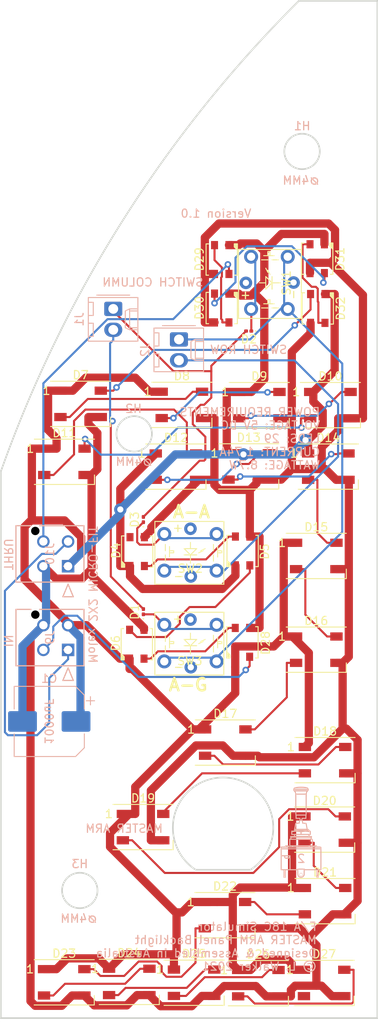
<source format=kicad_pcb>
(kicad_pcb (version 20171130) (host pcbnew "(5.1.6)-1")

  (general
    (thickness 1.6)
    (drawings 128)
    (tracks 543)
    (zones 0)
    (modules 41)
    (nets 48)
  )

  (page A4)
  (layers
    (0 F.Cu signal)
    (31 B.Cu signal)
    (32 B.Adhes user)
    (33 F.Adhes user)
    (34 B.Paste user)
    (35 F.Paste user)
    (36 B.SilkS user)
    (37 F.SilkS user)
    (38 B.Mask user)
    (39 F.Mask user)
    (40 Dwgs.User user)
    (41 Cmts.User user)
    (42 Eco1.User user)
    (43 Eco2.User user)
    (44 Edge.Cuts user)
    (45 Margin user)
    (46 B.CrtYd user)
    (47 F.CrtYd user)
    (48 B.Fab user)
    (49 F.Fab user)
  )

  (setup
    (last_trace_width 0.25)
    (user_trace_width 0.6096)
    (trace_clearance 0.25)
    (zone_clearance 0.508)
    (zone_45_only no)
    (trace_min 0.2)
    (via_size 0.8)
    (via_drill 0.4)
    (via_min_size 0.4)
    (via_min_drill 0.3)
    (uvia_size 0.3)
    (uvia_drill 0.1)
    (uvias_allowed no)
    (uvia_min_size 0.2)
    (uvia_min_drill 0.1)
    (edge_width 0.15)
    (segment_width 0.2)
    (pcb_text_width 0.3)
    (pcb_text_size 1.5 1.5)
    (mod_edge_width 0.15)
    (mod_text_size 1 1)
    (mod_text_width 0.15)
    (pad_size 0.6 0.6)
    (pad_drill 0.4)
    (pad_to_mask_clearance 0.2)
    (aux_axis_origin 144.74648 106.74748)
    (grid_origin 144.74648 106.74748)
    (visible_elements 7FFFFFFF)
    (pcbplotparams
      (layerselection 0x010f0_ffffffff)
      (usegerberextensions false)
      (usegerberattributes false)
      (usegerberadvancedattributes false)
      (creategerberjobfile false)
      (excludeedgelayer true)
      (linewidth 0.100000)
      (plotframeref false)
      (viasonmask false)
      (mode 1)
      (useauxorigin false)
      (hpglpennumber 1)
      (hpglpenspeed 20)
      (hpglpendiameter 15.000000)
      (psnegative false)
      (psa4output false)
      (plotreference true)
      (plotvalue true)
      (plotinvisibletext false)
      (padsonsilk false)
      (subtractmaskfromsilk false)
      (outputformat 1)
      (mirror false)
      (drillshape 0)
      (scaleselection 1)
      (outputdirectory "manufacturing/gerber/"))
  )

  (net 0 "")
  (net 1 "Net-(D7-Pad2)")
  (net 2 "Net-(D8-Pad2)")
  (net 3 "Net-(D10-Pad4)")
  (net 4 "Net-(D10-Pad2)")
  (net 5 "Net-(D11-Pad2)")
  (net 6 "Net-(D12-Pad2)")
  (net 7 "Net-(D13-Pad2)")
  (net 8 "Net-(D14-Pad2)")
  (net 9 "Net-(D15-Pad2)")
  (net 10 "Net-(D16-Pad2)")
  (net 11 "Net-(D17-Pad2)")
  (net 12 "Net-(D18-Pad2)")
  (net 13 "Net-(D19-Pad2)")
  (net 14 "Net-(D20-Pad2)")
  (net 15 "Net-(D21-Pad2)")
  (net 16 "Net-(D22-Pad2)")
  (net 17 "Net-(D23-Pad2)")
  (net 18 "Net-(D24-Pad2)")
  (net 19 "Net-(D25-Pad2)")
  (net 20 "Net-(D26-Pad2)")
  (net 21 "Net-(D29-Pad2)")
  (net 22 "Net-(D30-Pad2)")
  (net 23 "Net-(D32-Pad2)")
  (net 24 /Column2)
  (net 25 "Net-(D1-Pad1)")
  (net 26 /Column1)
  (net 27 "Net-(D2-Pad1)")
  (net 28 "Net-(D3-Pad1)")
  (net 29 /Row2)
  (net 30 /Row1)
  (net 31 "Net-(SW1-Pad6)")
  (net 32 "Net-(SW2-Pad6)")
  (net 33 /DATAOUT)
  (net 34 /DATAIN)
  (net 35 "Net-(D31-Pad2)")
  (net 36 "Net-(J10-Pad2)")
  (net 37 /LEDGND)
  (net 38 /LED+5V)
  (net 39 "Net-(SW1-Pad5)")
  (net 40 "Net-(SW2-Pad5)")
  (net 41 "Net-(SW3-Pad6)")
  (net 42 "Net-(SW3-Pad5)")
  (net 43 "Net-(D4-Pad2)")
  (net 44 "Net-(D4-Pad4)")
  (net 45 "Net-(D5-Pad2)")
  (net 46 "Net-(D28-Pad4)")
  (net 47 "Net-(D27-Pad2)")

  (net_class Default "This is the default net class."
    (clearance 0.25)
    (trace_width 0.25)
    (via_dia 0.8)
    (via_drill 0.4)
    (uvia_dia 0.3)
    (uvia_drill 0.1)
    (add_net /Column1)
    (add_net /Column2)
    (add_net /DATAIN)
    (add_net /DATAOUT)
    (add_net /Row1)
    (add_net /Row2)
    (add_net "Net-(D1-Pad1)")
    (add_net "Net-(D10-Pad2)")
    (add_net "Net-(D10-Pad4)")
    (add_net "Net-(D11-Pad2)")
    (add_net "Net-(D12-Pad2)")
    (add_net "Net-(D13-Pad2)")
    (add_net "Net-(D14-Pad2)")
    (add_net "Net-(D15-Pad2)")
    (add_net "Net-(D16-Pad2)")
    (add_net "Net-(D17-Pad2)")
    (add_net "Net-(D18-Pad2)")
    (add_net "Net-(D19-Pad2)")
    (add_net "Net-(D2-Pad1)")
    (add_net "Net-(D20-Pad2)")
    (add_net "Net-(D21-Pad2)")
    (add_net "Net-(D22-Pad2)")
    (add_net "Net-(D23-Pad2)")
    (add_net "Net-(D24-Pad2)")
    (add_net "Net-(D25-Pad2)")
    (add_net "Net-(D26-Pad2)")
    (add_net "Net-(D27-Pad2)")
    (add_net "Net-(D28-Pad4)")
    (add_net "Net-(D29-Pad2)")
    (add_net "Net-(D3-Pad1)")
    (add_net "Net-(D30-Pad2)")
    (add_net "Net-(D31-Pad2)")
    (add_net "Net-(D32-Pad2)")
    (add_net "Net-(D4-Pad2)")
    (add_net "Net-(D4-Pad4)")
    (add_net "Net-(D5-Pad2)")
    (add_net "Net-(D7-Pad2)")
    (add_net "Net-(D8-Pad2)")
    (add_net "Net-(J10-Pad2)")
    (add_net "Net-(SW1-Pad5)")
    (add_net "Net-(SW1-Pad6)")
    (add_net "Net-(SW2-Pad5)")
    (add_net "Net-(SW2-Pad6)")
    (add_net "Net-(SW3-Pad5)")
    (add_net "Net-(SW3-Pad6)")
  )

  (net_class LED+5 ""
    (clearance 0.25)
    (trace_width 1)
    (via_dia 1.5)
    (via_drill 0.75)
    (uvia_dia 0.3)
    (uvia_drill 0.1)
    (add_net /LED+5V)
  )

  (net_class LEDGND ""
    (clearance 0.25)
    (trace_width 1)
    (via_dia 1.5)
    (via_drill 0.75)
    (uvia_dia 0.3)
    (uvia_drill 0.1)
    (add_net /LEDGND)
  )

  (module WS2812B:LED3535 (layer F.Cu) (tedit 5F6EDCD6) (tstamp 5FA65397)
    (at 227.641 106.948 90)
    (path /5FA8DA9A)
    (fp_text reference D28 (at -0.0788 2.8054 90) (layer F.SilkS)
      (effects (font (size 1 1) (thickness 0.15)))
    )
    (fp_text value WS2812B (at -0.3556 2.3368 90) (layer F.Fab)
      (effects (font (size 0.32 0.32) (thickness 0.015)))
    )
    (fp_line (start -1.75 -1.75) (end 1.75 -1.75) (layer F.Fab) (width 0.127))
    (fp_line (start 1.75 -1.75) (end 1.75 1.75) (layer F.Fab) (width 0.127))
    (fp_line (start 1.75 1.75) (end -1.75 1.75) (layer F.Fab) (width 0.127))
    (fp_line (start -1.75 1.75) (end -1.75 -1.75) (layer F.Fab) (width 0.127))
    (fp_circle (center 0 0) (end 1.4 0) (layer F.Fab) (width 0.127))
    (fp_line (start -1.9 -1.6) (end -1.9 -1.9) (layer F.SilkS) (width 0.127))
    (fp_line (start -1.9 -1.9) (end 1.9 -1.9) (layer F.SilkS) (width 0.127))
    (fp_line (start 1.9 -1.9) (end 1.9 -1.6) (layer F.SilkS) (width 0.127))
    (fp_line (start -1.9 1.6) (end -1.9 1.9) (layer F.SilkS) (width 0.127))
    (fp_line (start -1.9 1.9) (end 1.9 1.9) (layer F.SilkS) (width 0.127))
    (fp_line (start 1.9 1.9) (end 1.9 1.6) (layer F.SilkS) (width 0.127))
    (fp_poly (pts (xy -1.905 -1.905) (xy -1.905 -1.524) (xy -1.524 -1.524) (xy -1.143 -1.905)) (layer F.SilkS) (width 0.127))
    (pad 3 smd rect (at 1.75 0.875 90) (size 1 0.85) (layers F.Cu F.Paste F.Mask)
      (net 37 /LEDGND))
    (pad 2 smd rect (at -1.75 0.875 90) (size 1 0.85) (layers F.Cu F.Paste F.Mask)
      (net 33 /DATAOUT))
    (pad 4 smd rect (at 1.75 -0.875 90) (size 1 0.85) (layers F.Cu F.Paste F.Mask)
      (net 46 "Net-(D28-Pad4)"))
    (pad 1 smd rect (at -1.75 -0.875 90) (size 1 0.85) (layers F.Cu F.Paste F.Mask)
      (net 38 /LED+5V))
  )

  (module WS2812B:LED3535 (layer F.Cu) (tedit 5F6EDCD6) (tstamp 5FA64FE7)
    (at 214.814 107.177 90)
    (path /5FA8DA93)
    (fp_text reference D6 (at 0.127 -2.5654 90) (layer F.SilkS)
      (effects (font (size 1 1) (thickness 0.15)))
    )
    (fp_text value WS2812B (at -0.3556 2.3368 90) (layer F.Fab)
      (effects (font (size 0.32 0.32) (thickness 0.015)))
    )
    (fp_line (start -1.75 -1.75) (end 1.75 -1.75) (layer F.Fab) (width 0.127))
    (fp_line (start 1.75 -1.75) (end 1.75 1.75) (layer F.Fab) (width 0.127))
    (fp_line (start 1.75 1.75) (end -1.75 1.75) (layer F.Fab) (width 0.127))
    (fp_line (start -1.75 1.75) (end -1.75 -1.75) (layer F.Fab) (width 0.127))
    (fp_circle (center 0 0) (end 1.4 0) (layer F.Fab) (width 0.127))
    (fp_line (start -1.9 -1.6) (end -1.9 -1.9) (layer F.SilkS) (width 0.127))
    (fp_line (start -1.9 -1.9) (end 1.9 -1.9) (layer F.SilkS) (width 0.127))
    (fp_line (start 1.9 -1.9) (end 1.9 -1.6) (layer F.SilkS) (width 0.127))
    (fp_line (start -1.9 1.6) (end -1.9 1.9) (layer F.SilkS) (width 0.127))
    (fp_line (start -1.9 1.9) (end 1.9 1.9) (layer F.SilkS) (width 0.127))
    (fp_line (start 1.9 1.9) (end 1.9 1.6) (layer F.SilkS) (width 0.127))
    (fp_poly (pts (xy -1.905 -1.905) (xy -1.905 -1.524) (xy -1.524 -1.524) (xy -1.143 -1.905)) (layer F.SilkS) (width 0.127))
    (pad 3 smd rect (at 1.75 0.875 90) (size 1 0.85) (layers F.Cu F.Paste F.Mask)
      (net 37 /LEDGND))
    (pad 2 smd rect (at -1.75 0.875 90) (size 1 0.85) (layers F.Cu F.Paste F.Mask)
      (net 46 "Net-(D28-Pad4)"))
    (pad 4 smd rect (at 1.75 -0.875 90) (size 1 0.85) (layers F.Cu F.Paste F.Mask)
      (net 45 "Net-(D5-Pad2)"))
    (pad 1 smd rect (at -1.75 -0.875 90) (size 1 0.85) (layers F.Cu F.Paste F.Mask)
      (net 38 /LED+5V))
  )

  (module WS2812B:LED3535 (layer F.Cu) (tedit 5F6EDCD6) (tstamp 5FA64FD3)
    (at 227.663 95.8535 90)
    (path /5FA8DA8C)
    (fp_text reference D5 (at -0.0736 2.681 90) (layer F.SilkS)
      (effects (font (size 1 1) (thickness 0.15)))
    )
    (fp_text value WS2812B (at -0.3556 2.3368 90) (layer F.Fab)
      (effects (font (size 0.32 0.32) (thickness 0.015)))
    )
    (fp_line (start -1.75 -1.75) (end 1.75 -1.75) (layer F.Fab) (width 0.127))
    (fp_line (start 1.75 -1.75) (end 1.75 1.75) (layer F.Fab) (width 0.127))
    (fp_line (start 1.75 1.75) (end -1.75 1.75) (layer F.Fab) (width 0.127))
    (fp_line (start -1.75 1.75) (end -1.75 -1.75) (layer F.Fab) (width 0.127))
    (fp_circle (center 0 0) (end 1.4 0) (layer F.Fab) (width 0.127))
    (fp_line (start -1.9 -1.6) (end -1.9 -1.9) (layer F.SilkS) (width 0.127))
    (fp_line (start -1.9 -1.9) (end 1.9 -1.9) (layer F.SilkS) (width 0.127))
    (fp_line (start 1.9 -1.9) (end 1.9 -1.6) (layer F.SilkS) (width 0.127))
    (fp_line (start -1.9 1.6) (end -1.9 1.9) (layer F.SilkS) (width 0.127))
    (fp_line (start -1.9 1.9) (end 1.9 1.9) (layer F.SilkS) (width 0.127))
    (fp_line (start 1.9 1.9) (end 1.9 1.6) (layer F.SilkS) (width 0.127))
    (fp_poly (pts (xy -1.905 -1.905) (xy -1.905 -1.524) (xy -1.524 -1.524) (xy -1.143 -1.905)) (layer F.SilkS) (width 0.127))
    (pad 3 smd rect (at 1.75 0.875 90) (size 1 0.85) (layers F.Cu F.Paste F.Mask)
      (net 37 /LEDGND))
    (pad 2 smd rect (at -1.75 0.875 90) (size 1 0.85) (layers F.Cu F.Paste F.Mask)
      (net 45 "Net-(D5-Pad2)"))
    (pad 4 smd rect (at 1.75 -0.875 90) (size 1 0.85) (layers F.Cu F.Paste F.Mask)
      (net 43 "Net-(D4-Pad2)"))
    (pad 1 smd rect (at -1.75 -0.875 90) (size 1 0.85) (layers F.Cu F.Paste F.Mask)
      (net 38 /LED+5V))
  )

  (module WS2812B:LED3535 (layer F.Cu) (tedit 5F6EDCD6) (tstamp 5FA64FBF)
    (at 214.862 95.9297 90)
    (path /5FA8DA85)
    (fp_text reference D4 (at 0.127 -2.5654 90) (layer F.SilkS)
      (effects (font (size 1 1) (thickness 0.15)))
    )
    (fp_text value WS2812B (at -0.3556 2.3368 90) (layer F.Fab)
      (effects (font (size 0.32 0.32) (thickness 0.015)))
    )
    (fp_line (start -1.75 -1.75) (end 1.75 -1.75) (layer F.Fab) (width 0.127))
    (fp_line (start 1.75 -1.75) (end 1.75 1.75) (layer F.Fab) (width 0.127))
    (fp_line (start 1.75 1.75) (end -1.75 1.75) (layer F.Fab) (width 0.127))
    (fp_line (start -1.75 1.75) (end -1.75 -1.75) (layer F.Fab) (width 0.127))
    (fp_circle (center 0 0) (end 1.4 0) (layer F.Fab) (width 0.127))
    (fp_line (start -1.9 -1.6) (end -1.9 -1.9) (layer F.SilkS) (width 0.127))
    (fp_line (start -1.9 -1.9) (end 1.9 -1.9) (layer F.SilkS) (width 0.127))
    (fp_line (start 1.9 -1.9) (end 1.9 -1.6) (layer F.SilkS) (width 0.127))
    (fp_line (start -1.9 1.6) (end -1.9 1.9) (layer F.SilkS) (width 0.127))
    (fp_line (start -1.9 1.9) (end 1.9 1.9) (layer F.SilkS) (width 0.127))
    (fp_line (start 1.9 1.9) (end 1.9 1.6) (layer F.SilkS) (width 0.127))
    (fp_poly (pts (xy -1.905 -1.905) (xy -1.905 -1.524) (xy -1.524 -1.524) (xy -1.143 -1.905)) (layer F.SilkS) (width 0.127))
    (pad 3 smd rect (at 1.75 0.875 90) (size 1 0.85) (layers F.Cu F.Paste F.Mask)
      (net 37 /LEDGND))
    (pad 2 smd rect (at -1.75 0.875 90) (size 1 0.85) (layers F.Cu F.Paste F.Mask)
      (net 43 "Net-(D4-Pad2)"))
    (pad 4 smd rect (at 1.75 -0.875 90) (size 1 0.85) (layers F.Cu F.Paste F.Mask)
      (net 44 "Net-(D4-Pad4)"))
    (pad 1 smd rect (at -1.75 -0.875 90) (size 1 0.85) (layers F.Cu F.Paste F.Mask)
      (net 38 /LED+5V))
  )

  (module "Kicad Footprint Files:S2ALToggle" (layer B.Cu) (tedit 5F954E32) (tstamp 5FA645E6)
    (at 234.89108 130.14088 180)
    (fp_text reference G*** (at 1.77 0) (layer B.SilkS) hide
      (effects (font (size 1.524 1.524) (thickness 0.3)) (justify mirror))
    )
    (fp_text value LOGO (at 2.52 0) (layer B.SilkS) hide
      (effects (font (size 1.524 1.524) (thickness 0.3)) (justify mirror))
    )
    (fp_text user 2 (at 0.125 -3.075) (layer B.SilkS)
      (effects (font (size 1 1) (thickness 0.15)) (justify mirror))
    )
    (fp_poly (pts (xy 0.281184 5.620244) (xy 0.450457 5.610722) (xy 0.603262 5.59425) (xy 0.674625 5.582664)
      (xy 0.755419 5.566224) (xy 0.829323 5.548766) (xy 0.888235 5.532356) (xy 0.924056 5.519064)
      (xy 0.924387 5.518894) (xy 0.976408 5.478394) (xy 1.008638 5.41932) (xy 1.022837 5.337835)
      (xy 1.023875 5.302089) (xy 1.022731 5.250159) (xy 1.01608 5.214076) (xy 0.999088 5.182635)
      (xy 0.966922 5.144634) (xy 0.946489 5.122706) (xy 0.900098 5.068602) (xy 0.857299 5.010781)
      (xy 0.831395 4.968875) (xy 0.793687 4.897438) (xy 0.789206 3.552032) (xy 0.788181 3.298353)
      (xy 0.786885 3.06886) (xy 0.785329 2.86443) (xy 0.783527 2.685937) (xy 0.781492 2.534256)
      (xy 0.779237 2.410262) (xy 0.776774 2.31483) (xy 0.774117 2.248834) (xy 0.771278 2.213151)
      (xy 0.769362 2.206625) (xy 0.763012 2.191509) (xy 0.758105 2.149152) (xy 0.754988 2.084047)
      (xy 0.754 2.008188) (xy 0.754 1.80975) (xy 0.282172 1.80975) (xy 0.272161 1.726407)
      (xy 0.264873 1.659848) (xy 0.263118 1.618694) (xy 0.267777 1.596942) (xy 0.279731 1.58859)
      (xy 0.292555 1.5875) (xy 0.307927 1.586047) (xy 0.319619 1.578347) (xy 0.329446 1.559389)
      (xy 0.339222 1.524162) (xy 0.35076 1.467654) (xy 0.365833 1.385094) (xy 0.392173 1.23825)
      (xy 0.587263 1.23825) (xy 0.674345 1.237385) (xy 0.733984 1.234487) (xy 0.770445 1.229108)
      (xy 0.787994 1.220799) (xy 0.790575 1.216822) (xy 0.795641 1.195415) (xy 0.805181 1.147598)
      (xy 0.818279 1.078254) (xy 0.834021 0.992261) (xy 0.85149 0.894501) (xy 0.858323 0.855666)
      (xy 0.876345 0.755925) (xy 0.893406 0.667272) (xy 0.908536 0.594302) (xy 0.920764 0.541609)
      (xy 0.929121 0.513787) (xy 0.931174 0.510646) (xy 0.937808 0.493339) (xy 0.942581 0.452897)
      (xy 0.944496 0.397925) (xy 0.9445 0.395553) (xy 0.9445 0.28575) (xy 1.277875 0.28575)
      (xy 1.277875 -0.142875) (xy 0.9445 -0.142875) (xy 0.9445 -0.364276) (xy 1.412812 -0.373062)
      (xy 1.417787 -0.424656) (xy 1.418312 -0.460097) (xy 1.405761 -0.474056) (xy 1.380934 -0.47625)
      (xy 1.352707 -0.478236) (xy 1.352109 -0.488184) (xy 1.364029 -0.501172) (xy 1.39406 -0.551242)
      (xy 1.4004 -0.609924) (xy 1.391014 -0.644855) (xy 1.37752 -0.676876) (xy 1.379171 -0.692668)
      (xy 1.401689 -0.697965) (xy 1.444562 -0.6985) (xy 1.516 -0.6985) (xy 1.516 -1.524)
      (xy 1.333437 -1.524) (xy 1.261561 -1.524686) (xy 1.203006 -1.526551) (xy 1.164041 -1.529305)
      (xy 1.150875 -1.532447) (xy 1.156441 -1.551264) (xy 1.170196 -1.587029) (xy 1.173877 -1.595947)
      (xy 1.196879 -1.651) (xy 1.627125 -1.651) (xy 1.627125 -1.618206) (xy 1.658875 -1.618206)
      (xy 1.660602 -1.632285) (xy 1.669375 -1.641629) (xy 1.690576 -1.647204) (xy 1.729589 -1.649977)
      (xy 1.791797 -1.650915) (xy 1.841437 -1.651) (xy 2.024 -1.651) (xy 2.024 -1.60655)
      (xy 2.020295 -1.570931) (xy 2.005776 -1.547144) (xy 1.975337 -1.532913) (xy 1.92387 -1.525959)
      (xy 1.846269 -1.524008) (xy 1.838821 -1.524) (xy 1.768325 -1.52475) (xy 1.72293 -1.527832)
      (xy 1.696004 -1.534491) (xy 1.680916 -1.545972) (xy 1.675308 -1.554706) (xy 1.661466 -1.595742)
      (xy 1.658875 -1.618206) (xy 1.627125 -1.618206) (xy 1.627125 -1.610753) (xy 1.63595 -1.566964)
      (xy 1.652763 -1.531378) (xy 1.666534 -1.513275) (xy 1.68373 -1.501829) (xy 1.7113 -1.495522)
      (xy 1.756192 -1.492836) (xy 1.825355 -1.492251) (xy 1.831793 -1.49225) (xy 1.922278 -1.494697)
      (xy 1.985597 -1.50337) (xy 2.026049 -1.520269) (xy 2.047936 -1.547392) (xy 2.055558 -1.586738)
      (xy 2.05575 -1.596337) (xy 2.05575 -1.651) (xy 2.56375 -1.651) (xy 2.56375 -4.429125)
      (xy 2.2145 -4.429125) (xy 2.2145 -5.349875) (xy 2.05575 -5.349875) (xy 2.05575 -4.429125)
      (xy 2.0875 -4.429125) (xy 2.0875 -5.318125) (xy 2.18275 -5.318125) (xy 2.18275 -4.429125)
      (xy 2.0875 -4.429125) (xy 2.05575 -4.429125) (xy 0.547625 -4.429125) (xy 0.547625 -4.711993)
      (xy 0.546282 -4.84247) (xy 0.541584 -4.946163) (xy 0.532528 -5.027947) (xy 0.51811 -5.092702)
      (xy 0.497328 -5.145305) (xy 0.469178 -5.190632) (xy 0.442532 -5.222893) (xy 0.366709 -5.290227)
      (xy 0.282091 -5.330997) (xy 0.181887 -5.348047) (xy 0.141769 -5.348937) (xy 0.042328 -5.340601)
      (xy -0.037396 -5.314651) (xy -0.105359 -5.26682) (xy -0.169522 -5.192841) (xy -0.182085 -5.175268)
      (xy -0.254063 -5.072098) (xy -0.259202 -4.750611) (xy -0.264341 -4.429125) (xy -1.786 -4.429125)
      (xy -1.786 -5.349875) (xy -1.94475 -5.349875) (xy -1.94475 -4.429125) (xy -1.913 -4.429125)
      (xy -1.913 -5.318125) (xy -1.81775 -5.318125) (xy -1.81775 -4.429125) (xy -1.913 -4.429125)
      (xy -1.94475 -4.429125) (xy -2.294 -4.429125) (xy -2.294 -3.049698) (xy -2.293959 -2.807276)
      (xy -2.293811 -2.594662) (xy -2.293522 -2.409917) (xy -2.293057 -2.251098) (xy -2.29238 -2.116266)
      (xy -2.291456 -2.003478) (xy -2.290251 -1.910794) (xy -2.289809 -1.889125) (xy -2.26225 -1.889125)
      (xy -2.26225 -4.397375) (xy -0.280084 -4.397375) (xy -0.273321 -4.34975) (xy -0.231939 -4.34975)
      (xy -0.227126 -4.705497) (xy -0.222313 -5.061245) (xy -0.158636 -5.153836) (xy -0.091029 -5.233942)
      (xy -0.015457 -5.285589) (xy 0.074049 -5.312006) (xy 0.143424 -5.317187) (xy 0.234521 -5.309551)
      (xy 0.301259 -5.286529) (xy 0.353809 -5.253962) (xy 0.40599 -5.213053) (xy 0.416176 -5.203618)
      (xy 0.446811 -5.169802) (xy 0.470624 -5.131995) (xy 0.488426 -5.085879) (xy 0.501026 -5.027133)
      (xy 0.509235 -4.951438) (xy 0.513864 -4.854472) (xy 0.515724 -4.731917) (xy 0.515875 -4.672306)
      (xy 0.515875 -4.34975) (xy -0.231939 -4.34975) (xy -0.273321 -4.34975) (xy -0.269938 -4.325937)
      (xy 0.539687 -4.325937) (xy 0.549833 -4.397375) (xy 1.452221 -4.397375) (xy 1.456271 -3.563937)
      (xy 1.48425 -3.563937) (xy 1.48425 -4.397375) (xy 2.532 -4.397375) (xy 2.532 -2.7305)
      (xy 2.138823 -2.7305) (xy 2.132087 -2.836296) (xy 2.127103 -2.8946) (xy 2.118182 -2.932295)
      (xy 2.100556 -2.960514) (xy 2.069459 -2.990387) (xy 2.064092 -2.995046) (xy 2.013705 -3.03137)
      (xy 1.966601 -3.046529) (xy 1.94198 -3.048) (xy 1.898829 -3.043715) (xy 1.881827 -3.029664)
      (xy 1.881125 -3.024187) (xy 1.867324 -3.005035) (xy 1.841437 -3.000375) (xy 1.809517 -3.008655)
      (xy 1.80175 -3.024187) (xy 1.789014 -3.042967) (xy 1.755532 -3.047069) (xy 1.708392 -3.037087)
      (xy 1.654682 -3.013615) (xy 1.650937 -3.011526) (xy 1.58985 -2.963055) (xy 1.553804 -2.899022)
      (xy 1.540521 -2.815192) (xy 1.540359 -2.805955) (xy 1.540273 -2.804391) (xy 1.563625 -2.804391)
      (xy 1.578178 -2.878356) (xy 1.617987 -2.942342) (xy 1.669548 -2.982786) (xy 1.725691 -3.008571)
      (xy 1.757881 -3.013958) (xy 1.766454 -2.998993) (xy 1.766031 -2.996406) (xy 1.776145 -2.98133)
      (xy 1.806261 -2.972547) (xy 1.845189 -2.970448) (xy 1.881734 -2.975421) (xy 1.904703 -2.987854)
      (xy 1.906781 -2.991517) (xy 1.929196 -3.012962) (xy 1.967169 -3.011995) (xy 2.014731 -2.989547)
      (xy 2.039973 -2.970783) (xy 2.070921 -2.942251) (xy 2.087288 -2.915223) (xy 2.093751 -2.877884)
      (xy 2.094936 -2.831876) (xy 2.095437 -2.738437) (xy 1.851511 -2.734045) (xy 1.749004 -2.732866)
      (xy 1.673993 -2.734254) (xy 1.622263 -2.739238) (xy 1.589597 -2.748849) (xy 1.571778 -2.764117)
      (xy 1.564592 -2.786072) (xy 1.563625 -2.804391) (xy 1.540273 -2.804391) (xy 1.537768 -2.759033)
      (xy 1.529049 -2.736345) (xy 1.512031 -2.730549) (xy 1.505891 -2.732045) (xy 1.500726 -2.738233)
      (xy 1.496452 -2.751625) (xy 1.492985 -2.774733) (xy 1.490241 -2.810071) (xy 1.488137 -2.86015)
      (xy 1.486589 -2.927485) (xy 1.485512 -3.014586) (xy 1.484824 -3.123968) (xy 1.48444 -3.258142)
      (xy 1.484277 -3.419621) (xy 1.48425 -3.563937) (xy 1.456271 -3.563937) (xy 1.460437 -2.706687)
      (xy 1.996218 -2.702507) (xy 2.532 -2.698327) (xy 2.532 -1.889125) (xy -2.26225 -1.889125)
      (xy -2.289809 -1.889125) (xy -2.288729 -1.836274) (xy -2.286854 -1.777975) (xy -2.284593 -1.733957)
      (xy -2.28191 -1.70228) (xy -2.279029 -1.68275) (xy -2.26225 -1.68275) (xy -2.26225 -1.857375)
      (xy 2.532 -1.857375) (xy 2.532 -1.68275) (xy -2.26225 -1.68275) (xy -2.279029 -1.68275)
      (xy -2.27877 -1.681001) (xy -2.275138 -1.66818) (xy -2.270978 -1.661877) (xy -2.26889 -1.660635)
      (xy -2.244723 -1.657236) (xy -2.195116 -1.654362) (xy -2.126375 -1.652247) (xy -2.044807 -1.651121)
      (xy -2.006952 -1.651) (xy -1.770125 -1.651) (xy -1.770125 -1.618206) (xy -1.738375 -1.618206)
      (xy -1.736648 -1.632285) (xy -1.727875 -1.641629) (xy -1.706674 -1.647204) (xy -1.667661 -1.649977)
      (xy -1.605453 -1.650915) (xy -1.555813 -1.651) (xy -1.37325 -1.651) (xy -1.37325 -1.60655)
      (xy -1.376955 -1.570931) (xy -1.391474 -1.547144) (xy -1.421913 -1.532913) (xy -1.47338 -1.525959)
      (xy -1.550981 -1.524008) (xy -1.558429 -1.524) (xy -1.628925 -1.52475) (xy -1.67432 -1.527832)
      (xy -1.701246 -1.534491) (xy -1.716334 -1.545972) (xy -1.721942 -1.554706) (xy -1.735784 -1.595742)
      (xy -1.738375 -1.618206) (xy -1.770125 -1.618206) (xy -1.770125 -1.610753) (xy -1.7613 -1.566964)
      (xy -1.744487 -1.531378) (xy -1.730716 -1.513275) (xy -1.71352 -1.501829) (xy -1.68595 -1.495522)
      (xy -1.641058 -1.492836) (xy -1.571895 -1.492251) (xy -1.565457 -1.49225) (xy -1.474972 -1.494697)
      (xy -1.411653 -1.50337) (xy -1.371201 -1.520269) (xy -1.349314 -1.547392) (xy -1.341692 -1.586738)
      (xy -1.3415 -1.596337) (xy -1.3415 -1.651) (xy -0.900106 -1.651) (xy -0.891291 -1.625712)
      (xy -0.858944 -1.625712) (xy -0.858753 -1.630826) (xy -0.852477 -1.635206) (xy -0.83789 -1.638909)
      (xy -0.812767 -1.641991) (xy -0.774882 -1.644508) (xy -0.722009 -1.646515) (xy -0.651925 -1.648068)
      (xy -0.562402 -1.649223) (xy -0.451215 -1.650037) (xy -0.316139 -1.650564) (xy -0.154949 -1.650862)
      (xy 0.034581 -1.650986) (xy 0.147774 -1.651) (xy 1.164195 -1.651) (xy 1.139252 -1.5875)
      (xy 1.114308 -1.524) (xy -0.830059 -1.524) (xy -0.839649 -1.562212) (xy -0.851222 -1.602946)
      (xy -0.858944 -1.625712) (xy -0.891291 -1.625712) (xy -0.882678 -1.601006) (xy -0.87067 -1.562816)
      (xy -0.865273 -1.538263) (xy -0.86525 -1.537506) (xy -0.880101 -1.532292) (xy -0.920564 -1.528013)
      (xy -0.980504 -1.525104) (xy -1.053787 -1.524) (xy -1.24625 -1.524) (xy -1.24625 -1.120885)
      (xy -1.2463 -0.99415) (xy -1.24586 -0.895622) (xy -1.244052 -0.821762) (xy -1.239995 -0.76903)
      (xy -1.232808 -0.733887) (xy -1.230878 -0.73025) (xy -1.2145 -0.73025) (xy -1.2145 -1.49225)
      (xy 1.48425 -1.49225) (xy 1.48425 -0.73025) (xy -1.2145 -0.73025) (xy -1.230878 -0.73025)
      (xy -1.221612 -0.712793) (xy -1.205526 -0.702208) (xy -1.183669 -0.698592) (xy -1.155162 -0.698406)
      (xy -1.141206 -0.6985) (xy -1.105568 -0.696569) (xy -1.095243 -0.687382) (xy -1.102817 -0.667793)
      (xy -1.117965 -0.613964) (xy -1.087692 -0.613964) (xy -1.086879 -0.630331) (xy -1.082977 -0.644402)
      (xy -1.073906 -0.656353) (xy -1.057582 -0.666358) (xy -1.031922 -0.674591) (xy -0.994845 -0.681228)
      (xy -0.944268 -0.686442) (xy -0.878107 -0.690408) (xy -0.794281 -0.693301) (xy -0.690707 -0.695296)
      (xy -0.565302 -0.696566) (xy -0.415984 -0.697287) (xy -0.240671 -0.697633) (xy -0.03728 -0.697779)
      (xy 0.138096 -0.697864) (xy 0.376627 -0.697835) (xy 0.584765 -0.697452) (xy 0.763862 -0.696694)
      (xy 0.915273 -0.695541) (xy 1.040352 -0.693972) (xy 1.140454 -0.691967) (xy 1.216932 -0.689507)
      (xy 1.27114 -0.68657) (xy 1.304434 -0.683136) (xy 1.31651 -0.680215) (xy 1.357233 -0.648024)
      (xy 1.372444 -0.605475) (xy 1.362783 -0.560207) (xy 1.328894 -0.519862) (xy 1.301643 -0.503238)
      (xy 1.288516 -0.49797) (xy 1.271301 -0.49343) (xy 1.247703 -0.489564) (xy 1.21543 -0.486319)
      (xy 1.17219 -0.483642) (xy 1.115689 -0.481478) (xy 1.043634 -0.479776) (xy 0.953733 -0.478481)
      (xy 0.843693 -0.47754) (xy 0.71122 -0.476899) (xy 0.554022 -0.476506) (xy 0.369806 -0.476308)
      (xy 0.156279 -0.47625) (xy 0.141641 -0.47625) (xy -0.072357 -0.476272) (xy -0.256932 -0.476384)
      (xy -0.414411 -0.476647) (xy -0.54712 -0.477127) (xy -0.657387 -0.477887) (xy -0.747538 -0.478992)
      (xy -0.8199 -0.480504) (xy -0.876801 -0.48249) (xy -0.920566 -0.485011) (xy -0.953523 -0.488132)
      (xy -0.977999 -0.491918) (xy -0.99632 -0.496432) (xy -1.010813 -0.501739) (xy -1.023806 -0.507901)
      (xy -1.024633 -0.508322) (xy -1.064681 -0.532137) (xy -1.082943 -0.556288) (xy -1.087488 -0.591916)
      (xy -1.0875 -0.595128) (xy -1.087692 -0.613964) (xy -1.117965 -0.613964) (xy -1.11818 -0.6132)
      (xy -1.113273 -0.555877) (xy -1.089455 -0.510029) (xy -1.0875 -0.508) (xy -1.05575 -0.47625)
      (xy -1.104381 -0.47625) (xy -1.137416 -0.473365) (xy -1.149058 -0.458139) (xy -1.148038 -0.424656)
      (xy -1.147656 -0.420687) (xy -1.11925 -0.420687) (xy -1.116424 -0.425076) (xy -1.106617 -0.428899)
      (xy -1.087835 -0.432196) (xy -1.058086 -0.435003) (xy -1.015378 -0.437358) (xy -0.957717 -0.4393)
      (xy -0.883111 -0.440867) (xy -0.789566 -0.442095) (xy -0.67509 -0.443023) (xy -0.537691 -0.443688)
      (xy -0.375375 -0.44413) (xy -0.186149 -0.444384) (xy 0.03198 -0.44449) (xy 0.134875 -0.4445)
      (xy 0.366008 -0.444446) (xy 0.567385 -0.44426) (xy 0.740997 -0.443903) (xy 0.888839 -0.443338)
      (xy 1.012901 -0.442527) (xy 1.115178 -0.441432) (xy 1.197662 -0.440016) (xy 1.262346 -0.43824)
      (xy 1.311223 -0.436066) (xy 1.346285 -0.433457) (xy 1.369526 -0.430375) (xy 1.382938 -0.426782)
      (xy 1.388515 -0.422641) (xy 1.389 -0.420687) (xy 1.386173 -0.416298) (xy 1.376366 -0.412475)
      (xy 1.357584 -0.409178) (xy 1.327835 -0.406371) (xy 1.285127 -0.404016) (xy 1.227466 -0.402074)
      (xy 1.15286 -0.400507) (xy 1.059315 -0.399279) (xy 0.944839 -0.398351) (xy 0.80744 -0.397686)
      (xy 0.645124 -0.397244) (xy 0.455898 -0.39699) (xy 0.237769 -0.396884) (xy 0.134875 -0.396875)
      (xy -0.096259 -0.396928) (xy -0.297636 -0.397114) (xy -0.471248 -0.397471) (xy -0.61909 -0.398036)
      (xy -0.743152 -0.398847) (xy -0.845429 -0.399942) (xy -0.927913 -0.401358) (xy -0.992597 -0.403134)
      (xy -1.041474 -0.405308) (xy -1.076536 -0.407917) (xy -1.099777 -0.410999) (xy -1.113189 -0.414592)
      (xy -1.118766 -0.418733) (xy -1.11925 -0.420687) (xy -1.147656 -0.420687) (xy -1.143063 -0.373062)
      (xy -0.996219 -0.368498) (xy -0.849375 -0.363933) (xy -0.849375 -0.142875) (xy -0.817625 -0.142875)
      (xy -0.817625 -0.365125) (xy 0.91275 -0.365125) (xy 0.91275 -0.142875) (xy -0.817625 -0.142875)
      (xy -0.849375 -0.142875) (xy -1.008125 -0.142875) (xy -1.008125 0.061802) (xy -1.007793 0.150016)
      (xy -1.006377 0.184763) (xy -0.976375 0.184763) (xy -0.976375 -0.111125) (xy 0.119 -0.111125)
      (xy 0.119 0.184678) (xy 0.15075 0.184678) (xy 0.15075 -0.111125) (xy 1.246125 -0.111125)
      (xy 1.246125 0.184781) (xy 0.96995 0.221137) (xy 0.764751 0.248149) (xy 1.06094 0.248149)
      (xy 1.063378 0.244674) (xy 1.090158 0.239056) (xy 1.095312 0.238125) (xy 1.172438 0.226971)
      (xy 1.222904 0.225712) (xy 1.245153 0.23435) (xy 1.246125 0.238125) (xy 1.2314 0.246244)
      (xy 1.191629 0.25102) (xy 1.138968 0.251748) (xy 1.085314 0.25025) (xy 1.06094 0.248149)
      (xy 0.764751 0.248149) (xy 0.693775 0.257492) (xy 0.422262 0.221085) (xy 0.15075 0.184678)
      (xy 0.119 0.184678) (xy 0.119 0.185724) (xy -0.141468 0.222045) (xy -0.29789 0.243858)
      (xy -0.024941 0.243858) (xy -0.023316 0.23971) (xy -0.015938 0.238125) (xy 0.078098 0.227896)
      (xy 0.182582 0.226805) (xy 0.278774 0.234902) (xy 0.293625 0.237315) (xy 0.313376 0.242393)
      (xy 0.306319 0.246059) (xy 0.271121 0.248422) (xy 0.206454 0.249592) (xy 0.142812 0.249761)
      (xy 0.059607 0.248992) (xy 0.003194 0.246988) (xy -0.024941 0.243858) (xy -0.29789 0.243858)
      (xy -0.401935 0.258367) (xy -0.976375 0.184763) (xy -1.006377 0.184763) (xy -1.005292 0.211361)
      (xy -1.000805 0.236862) (xy -0.976375 0.236862) (xy -0.9626 0.227986) (xy -0.920366 0.226788)
      (xy -0.869219 0.230879) (xy -0.81441 0.237309) (xy -0.773555 0.243459) (xy -0.755465 0.248003)
      (xy -0.755448 0.248018) (xy -0.766614 0.25092) (xy -0.802193 0.253046) (xy -0.854851 0.253987)
      (xy -0.862605 0.254) (xy -0.926139 0.251717) (xy -0.965238 0.245256) (xy -0.976375 0.236862)
      (xy -1.000805 0.236862) (xy -0.998367 0.250716) (xy -0.984761 0.272962) (xy -0.962218 0.282979)
      (xy -0.928483 0.285647) (xy -0.904598 0.28575) (xy -0.869272 0.288441) (xy -0.853159 0.302814)
      (xy -0.84691 0.338318) (xy -0.846365 0.344607) (xy -0.83888 0.381) (xy -0.817625 0.381)
      (xy -0.817625 0.28575) (xy 0.91275 0.28575) (xy 0.91275 0.381) (xy -0.817625 0.381)
      (xy -0.83888 0.381) (xy -0.838034 0.385109) (xy -0.819844 0.41275) (xy -0.774282 0.41275)
      (xy 0.069234 0.41275) (xy 0.254224 0.412774) (xy 0.409979 0.412907) (xy 0.539013 0.413246)
      (xy 0.643838 0.413883) (xy 0.72697 0.414914) (xy 0.790923 0.416434) (xy 0.83821 0.418537)
      (xy 0.871347 0.421318) (xy 0.892846 0.424871) (xy 0.905222 0.429291) (xy 0.91099 0.434673)
      (xy 0.912663 0.441112) (xy 0.91275 0.4445) (xy 0.912105 0.451622) (xy 0.908455 0.45759)
      (xy 0.899222 0.462507) (xy 0.88183 0.466475) (xy 0.853702 0.469594) (xy 0.812262 0.471968)
      (xy 0.754934 0.473697) (xy 0.679142 0.474885) (xy 0.582307 0.475632) (xy 0.461855 0.476041)
      (xy 0.315209 0.476213) (xy 0.139792 0.47625) (xy 0.109597 0.47625) (xy -0.070806 0.476213)
      (xy -0.222167 0.476034) (xy -0.347198 0.475612) (xy -0.448605 0.474843) (xy -0.5291 0.473626)
      (xy -0.591389 0.471859) (xy -0.638184 0.469441) (xy -0.672193 0.466268) (xy -0.696125 0.46224)
      (xy -0.71269 0.457254) (xy -0.724595 0.451208) (xy -0.733919 0.4445) (xy -0.774282 0.41275)
      (xy -0.819844 0.41275) (xy -0.81621 0.418271) (xy -0.773637 0.455045) (xy -0.772735 0.455732)
      (xy -0.72699 0.485476) (xy -0.685094 0.504408) (xy -0.666865 0.508) (xy -0.654591 0.508129)
      (xy -0.644527 0.510803) (xy -0.635697 0.519452) (xy -0.629747 0.531991) (xy -0.5921 0.531991)
      (xy -0.589781 0.525946) (xy -0.581296 0.521012) (xy -0.563995 0.517076) (xy -0.535229 0.514027)
      (xy -0.492349 0.51175) (xy -0.432703 0.510134) (xy -0.353642 0.509064) (xy -0.252516 0.508429)
      (xy -0.126676 0.508116) (xy 0.026528 0.50801) (xy 0.142989 0.508) (xy 0.885057 0.508)
      (xy 0.874703 0.575469) (xy 0.868555 0.613185) (xy 0.857991 0.67553) (xy 0.84415 0.755874)
      (xy 0.828174 0.847587) (xy 0.814617 0.924719) (xy 0.764885 1.2065) (xy 0.363154 1.2065)
      (xy 0.304894 1.55575) (xy -0.002889 1.55575) (xy -0.033242 1.385094) (xy -0.063594 1.214438)
      (xy -0.262581 1.21002) (xy -0.461567 1.205603) (xy -0.522148 0.888062) (xy -0.540989 0.789857)
      (xy -0.558263 0.700855) (xy -0.572934 0.626312) (xy -0.583967 0.571484) (xy -0.590324 0.541625)
      (xy -0.590904 0.539261) (xy -0.5921 0.531991) (xy -0.629747 0.531991) (xy -0.627128 0.537508)
      (xy -0.617846 0.568402) (xy -0.606876 0.615564) (xy -0.593245 0.682427) (xy -0.575979 0.77242)
      (xy -0.554103 0.888976) (xy -0.545188 0.936625) (xy -0.527521 1.02694) (xy -0.510545 1.106317)
      (xy -0.495501 1.16951) (xy -0.483627 1.211269) (xy -0.476815 1.226101) (xy -0.455217 1.230733)
      (xy -0.408864 1.234537) (xy -0.344749 1.237101) (xy -0.275924 1.238007) (xy -0.09141 1.23825)
      (xy -0.06558 1.379432) (xy -0.054031 1.445151) (xy -0.045148 1.500642) (xy -0.040277 1.537271)
      (xy -0.03975 1.54505) (xy -0.026454 1.56869) (xy -0.006073 1.580175) (xy 0.014263 1.590481)
      (xy 0.021877 1.610272) (xy 0.019536 1.649154) (xy 0.017739 1.662835) (xy 0.011594 1.715884)
      (xy 0.008145 1.76159) (xy 0.007875 1.772279) (xy 0.007875 1.80975) (xy -0.468375 1.80975)
      (xy -0.468375 2.008188) (xy -0.469538 2.089581) (xy -0.472786 2.152871) (xy -0.477763 2.193411)
      (xy -0.483658 2.206625) (xy -0.436625 2.206625) (xy -0.436625 1.8415) (xy -0.20594 1.8415)
      (xy -0.108471 1.840701) (xy -0.039391 1.838118) (xy 0.004625 1.833472) (xy 0.026902 1.826485)
      (xy 0.031059 1.821657) (xy 0.035725 1.796497) (xy 0.041794 1.749974) (xy 0.047699 1.694657)
      (xy 0.058027 1.5875) (xy 0.226338 1.5875) (xy 0.240138 1.710532) (xy 0.253937 1.833563)
      (xy 0.488093 1.837956) (xy 0.72225 1.842349) (xy 0.72225 2.206625) (xy -0.436625 2.206625)
      (xy -0.483658 2.206625) (xy -0.486565 2.22234) (xy -0.489311 2.268845) (xy -0.491881 2.345181)
      (xy -0.494261 2.450388) (xy -0.496437 2.583506) (xy -0.498395 2.743576) (xy -0.500121 2.929639)
      (xy -0.5016 3.140734) (xy -0.502819 3.375904) (xy -0.503502 3.552032) (xy -0.504233 3.794318)
      (xy -0.504811 4.006993) (xy -0.505439 4.192194) (xy -0.506316 4.352059) (xy -0.507644 4.488725)
      (xy -0.509624 4.604329) (xy -0.512457 4.701008) (xy -0.514676 4.746625) (xy -0.468375 4.746625)
      (xy -0.468375 2.238375) (xy 0.754 2.238375) (xy 0.754 4.746625) (xy -0.468375 4.746625)
      (xy -0.514676 4.746625) (xy -0.516344 4.7809) (xy -0.521486 4.846142) (xy -0.528084 4.89887)
      (xy -0.536338 4.941223) (xy -0.546451 4.975337) (xy -0.558623 5.00335) (xy -0.573055 5.027398)
      (xy -0.589948 5.04962) (xy -0.609503 5.072152) (xy -0.631922 5.097131) (xy -0.650884 5.118932)
      (xy -0.669982 5.1435) (xy -0.629948 5.1435) (xy -0.586395 5.091907) (xy -0.542295 5.029317)
      (xy -0.507581 4.960604) (xy -0.487506 4.897165) (xy -0.484599 4.870955) (xy -0.484791 4.847662)
      (xy -0.483849 4.828632) (xy -0.478866 4.813434) (xy -0.466934 4.801641) (xy -0.445146 4.792822)
      (xy -0.410595 4.786549) (xy -0.360372 4.782393) (xy -0.29157 4.779924) (xy -0.201283 4.778713)
      (xy -0.086602 4.778332) (xy 0.055381 4.77835) (xy 0.142659 4.778375) (xy 0.750296 4.778375)
      (xy 0.759869 4.814094) (xy 0.767917 4.858613) (xy 0.769658 4.883167) (xy 0.7783 4.919955)
      (xy 0.800338 4.972009) (xy 0.830439 5.028958) (xy 0.86327 5.08043) (xy 0.885146 5.107782)
      (xy 0.918284 5.1435) (xy -0.629948 5.1435) (xy -0.669982 5.1435) (xy -0.707722 5.192048)
      (xy -0.740842 5.252893) (xy -0.747847 5.288516) (xy -0.722375 5.288516) (xy -0.71293 5.255796)
      (xy -0.690141 5.217934) (xy -0.689473 5.217079) (xy -0.656571 5.17525) (xy 0.151343 5.17525)
      (xy 0.332231 5.175287) (xy 0.483988 5.175462) (xy 0.609236 5.175872) (xy 0.710595 5.176616)
      (xy 0.790684 5.17779) (xy 0.852124 5.179493) (xy 0.897535 5.181822) (xy 0.929537 5.184875)
      (xy 0.95075 5.18875) (xy 0.963795 5.193543) (xy 0.971292 5.199352) (xy 0.975691 5.205957)
      (xy 0.988749 5.246429) (xy 0.992125 5.277394) (xy 0.992125 5.318125) (xy 0.134875 5.318125)
      (xy -0.051866 5.31809) (xy -0.209345 5.317925) (xy -0.340052 5.317545) (xy -0.446475 5.316864)
      (xy -0.531104 5.315796) (xy -0.596428 5.314255) (xy -0.644934 5.312155) (xy -0.679113 5.30941)
      (xy -0.701453 5.305935) (xy -0.714443 5.301642) (xy -0.720572 5.296447) (xy -0.722328 5.290264)
      (xy -0.722375 5.288516) (xy -0.747847 5.288516) (xy -0.751769 5.308454) (xy -0.744724 5.349875)
      (xy -0.721862 5.349875) (xy 0.135131 5.349875) (xy 0.323086 5.349948) (xy 0.481724 5.350214)
      (xy 0.613482 5.350743) (xy 0.720791 5.351605) (xy 0.806088 5.352873) (xy 0.871806 5.354615)
      (xy 0.920379 5.356903) (xy 0.954241 5.359807) (xy 0.975826 5.363398) (xy 0.98757 5.367747)
      (xy 0.991904 5.372924) (xy 0.992125 5.374732) (xy 0.976614 5.426999) (xy 0.930565 5.472821)
      (xy 0.896976 5.492699) (xy 0.880714 5.500359) (xy 0.862721 5.506681) (xy 0.839962 5.511793)
      (xy 0.8094 5.515823) (xy 0.767998 5.5189) (xy 0.712721 5.521151) (xy 0.640531 5.522704)
      (xy 0.548392 5.523687) (xy 0.433268 5.524229) (xy 0.292122 5.524457) (xy 0.142812 5.5245)
      (xy -0.024295 5.524431) (xy -0.162671 5.52414) (xy -0.275338 5.523506) (xy -0.365315 5.522409)
      (xy -0.435621 5.520727) (xy -0.489277 5.518338) (xy -0.529303 5.515122) (xy -0.558718 5.510955)
      (xy -0.580543 5.505718) (xy -0.597796 5.499289) (xy -0.608201 5.494306) (xy -0.6644 5.450948)
      (xy -0.694624 5.406994) (xy -0.721862 5.349875) (xy -0.744724 5.349875) (xy -0.742029 5.365716)
      (xy -0.717384 5.423437) (xy -0.692903 5.465232) (xy -0.663955 5.497658) (xy -0.625381 5.523162)
      (xy -0.572023 5.544196) (xy -0.498721 5.563208) (xy -0.468238 5.56923) (xy -0.258172 5.56923)
      (xy -0.232177 5.566) (xy -0.177718 5.563403) (xy -0.096436 5.561493) (xy 0.010027 5.560325)
      (xy 0.134875 5.559954) (xy 0.248189 5.560366) (xy 0.347903 5.561504) (xy 0.430575 5.563266)
      (xy 0.492767 5.565548) (xy 0.531036 5.568246) (xy 0.541942 5.571256) (xy 0.539687 5.572125)
      (xy 0.506303 5.576406) (xy 0.447143 5.579825) (xy 0.368171 5.582375) (xy 0.275351 5.584049)
      (xy 0.174646 5.584841) (xy 0.072019 5.584743) (xy -0.026568 5.583748) (xy -0.115149 5.581851)
      (xy -0.187763 5.579043) (xy -0.238445 5.575319) (xy -0.254063 5.573036) (xy -0.258172 5.56923)
      (xy -0.468238 5.56923) (xy -0.400319 5.582647) (xy -0.371012 5.587892) (xy -0.230655 5.606641)
      (xy -0.068851 5.618252) (xy 0.104922 5.62277) (xy 0.281184 5.620244)) (layer B.SilkS) (width 0.1))
    (fp_poly (pts (xy 0.180394 -4.804045) (xy 0.22647 -4.824138) (xy 0.228621 -4.825232) (xy 0.287141 -4.870937)
      (xy 0.32513 -4.933066) (xy 0.341601 -5.003918) (xy 0.335567 -5.075792) (xy 0.306044 -5.140986)
      (xy 0.273566 -5.176319) (xy 0.226722 -5.198492) (xy 0.163257 -5.207686) (xy 0.095411 -5.204158)
      (xy 0.035421 -5.188165) (xy 0.005845 -5.17071) (xy -0.043743 -5.109701) (xy -0.065458 -5.036978)
      (xy -0.063249 -5.015338) (xy -0.038262 -5.015338) (xy -0.023655 -5.078391) (xy 0.019579 -5.136996)
      (xy 0.030049 -5.146283) (xy 0.075893 -5.167569) (xy 0.136897 -5.175009) (xy 0.199748 -5.168804)
      (xy 0.251132 -5.149156) (xy 0.259875 -5.142801) (xy 0.28923 -5.100606) (xy 0.305299 -5.041067)
      (xy 0.305963 -4.976558) (xy 0.295646 -4.933805) (xy 0.268589 -4.896454) (xy 0.22239 -4.862111)
      (xy 0.214448 -4.857851) (xy 0.174361 -4.838654) (xy 0.146334 -4.832985) (xy 0.115627 -4.840618)
      (xy 0.079998 -4.855811) (xy 0.014533 -4.898416) (xy -0.025209 -4.953469) (xy -0.038262 -5.015338)
      (xy -0.063249 -5.015338) (xy -0.057491 -4.958952) (xy -0.055557 -4.952793) (xy -0.019177 -4.883589)
      (xy 0.039208 -4.834649) (xy 0.102569 -4.808415) (xy 0.144336 -4.799503) (xy 0.180394 -4.804045)) (layer B.SilkS) (width 0.01))
  )

  (module footprints:Molex_MicroFit_2X2 (layer B.Cu) (tedit 5F952CF2) (tstamp 5F8D8B43)
    (at 206.468 97.7051 270)
    (path /5F9C206C)
    (fp_text reference J10 (at -1.495006 2.199999 90) (layer B.SilkS)
      (effects (font (size 1 1) (thickness 0.15)) (justify mirror))
    )
    (fp_text value Conn_01x04_Female (at -1.495006 2.199999 90) (layer B.SilkS) hide
      (effects (font (size 1 1) (thickness 0.15)) (justify mirror))
    )
    (fp_text user * (at 0 0 90) (layer B.Fab)
      (effects (font (size 1 1) (thickness 0.15)) (justify mirror))
    )
    (fp_text user * (at 0 0 90) (layer B.SilkS)
      (effects (font (size 1 1) (thickness 0.15)) (justify mirror))
    )
    (fp_text user "Copyright 2016 Accelerated Designs. All rights reserved." (at 0 0 90) (layer Cmts.User)
      (effects (font (size 0.127 0.127) (thickness 0.002)))
    )
    (fp_line (start 3.199994 7.6) (end -6.190006 7.6) (layer B.CrtYd) (width 0.1524))
    (fp_line (start 3.199994 -3.2) (end 3.199994 7.6) (layer B.CrtYd) (width 0.1524))
    (fp_line (start -6.190006 -3.2) (end 3.199994 -3.2) (layer B.CrtYd) (width 0.1524))
    (fp_line (start -6.190006 7.6) (end -6.190006 -3.2) (layer B.CrtYd) (width 0.1524))
    (fp_line (start -4.920006 3.451456) (end -4.920006 -1.93) (layer B.SilkS) (width 0.1524))
    (fp_line (start -4.920006 6.33) (end -4.920006 -1.93) (layer B.Fab) (width 0.1524))
    (fp_line (start 1.929994 6.33) (end -4.920006 6.33) (layer B.Fab) (width 0.1524))
    (fp_line (start 1.929994 -1.93) (end 1.929994 6.33) (layer B.Fab) (width 0.1524))
    (fp_line (start -4.920006 -1.93) (end 1.929994 -1.93) (layer B.Fab) (width 0.1524))
    (fp_line (start -4.920006 6.33) (end -4.920006 4.508543) (layer B.SilkS) (width 0.1524))
    (fp_line (start 1.929994 6.33) (end -4.920006 6.33) (layer B.SilkS) (width 0.1524))
    (fp_line (start 1.929994 -1.93) (end 1.929994 6.33) (layer B.SilkS) (width 0.1524))
    (fp_line (start -4.920006 -1.93) (end 1.929994 -1.93) (layer B.SilkS) (width 0.1524))
    (fp_line (start 3.707993 -0.635) (end 2.183994 0) (layer B.Fab) (width 0.1524))
    (fp_line (start 3.707993 0.635) (end 3.707993 -0.635) (layer B.Fab) (width 0.1524))
    (fp_line (start 2.183994 0) (end 3.707993 0.635) (layer B.Fab) (width 0.1524))
    (fp_line (start 3.707993 -0.635) (end 2.183994 0) (layer B.SilkS) (width 0.1524))
    (fp_line (start 3.707993 0.635) (end 3.707993 -0.635) (layer B.SilkS) (width 0.1524))
    (fp_line (start 2.183994 0) (end 3.707993 0.635) (layer B.SilkS) (width 0.1524))
    (pad 5 np_thru_hole circle (at -4.279999 3.98 270) (size 1.02 1.02) (drill 1.016) (layers))
    (pad 4 thru_hole circle (at -2.999999 2.999999 270) (size 1.52 1.52) (drill 1.016) (layers *.Cu *.Mask)
      (net 34 /DATAIN))
    (pad 3 thru_hole circle (at 0 2.999999 180) (size 1.52 1.52) (drill 1.016) (layers *.Cu *.Mask)
      (net 37 /LEDGND))
    (pad 2 thru_hole circle (at -2.999999 0 270) (size 1.52 1.52) (drill 1.016) (layers *.Cu *.Mask)
      (net 36 "Net-(J10-Pad2)"))
    (pad 1 thru_hole rect (at 0 0 180) (size 1.52 1.52) (drill 1.016) (layers *.Cu *.Mask)
      (net 38 /LED+5V))
    (model C:/Users/lukew/Downloads/MOLEX_2068320402/2068320402.STEP
      (offset (xyz -1.5 2.25 3.5))
      (scale (xyz 1 1 1))
      (rotate (xyz 0 0 0))
    )
    (model C:/Users/lukew/Downloads/kicad-footprints-master/Connector_Molex.3dshapes/2068320402.STEP
      (offset (xyz -1.5 2.25 3.5))
      (scale (xyz 1 1 1))
      (rotate (xyz 0 0 0))
    )
  )

  (module footprints:Molex_MicroFit_2X2 (layer B.Cu) (tedit 5F952CF2) (tstamp 5F8D8B24)
    (at 206.471 107.865 270)
    (path /5F9BF02A)
    (fp_text reference J9 (at -1.495006 2.199999 90) (layer B.SilkS)
      (effects (font (size 1 1) (thickness 0.15)) (justify mirror))
    )
    (fp_text value Conn_01x04_Female (at -1.495006 2.199999 90) (layer B.SilkS) hide
      (effects (font (size 1 1) (thickness 0.15)) (justify mirror))
    )
    (fp_text user * (at 0 0 90) (layer B.Fab)
      (effects (font (size 1 1) (thickness 0.15)) (justify mirror))
    )
    (fp_text user * (at 0 0 90) (layer B.SilkS)
      (effects (font (size 1 1) (thickness 0.15)) (justify mirror))
    )
    (fp_text user "Copyright 2016 Accelerated Designs. All rights reserved." (at 0 0 90) (layer Cmts.User)
      (effects (font (size 0.127 0.127) (thickness 0.002)))
    )
    (fp_line (start 3.199994 7.6) (end -6.190006 7.6) (layer B.CrtYd) (width 0.1524))
    (fp_line (start 3.199994 -3.2) (end 3.199994 7.6) (layer B.CrtYd) (width 0.1524))
    (fp_line (start -6.190006 -3.2) (end 3.199994 -3.2) (layer B.CrtYd) (width 0.1524))
    (fp_line (start -6.190006 7.6) (end -6.190006 -3.2) (layer B.CrtYd) (width 0.1524))
    (fp_line (start -4.920006 3.451456) (end -4.920006 -1.93) (layer B.SilkS) (width 0.1524))
    (fp_line (start -4.920006 6.33) (end -4.920006 -1.93) (layer B.Fab) (width 0.1524))
    (fp_line (start 1.929994 6.33) (end -4.920006 6.33) (layer B.Fab) (width 0.1524))
    (fp_line (start 1.929994 -1.93) (end 1.929994 6.33) (layer B.Fab) (width 0.1524))
    (fp_line (start -4.920006 -1.93) (end 1.929994 -1.93) (layer B.Fab) (width 0.1524))
    (fp_line (start -4.920006 6.33) (end -4.920006 4.508543) (layer B.SilkS) (width 0.1524))
    (fp_line (start 1.929994 6.33) (end -4.920006 6.33) (layer B.SilkS) (width 0.1524))
    (fp_line (start 1.929994 -1.93) (end 1.929994 6.33) (layer B.SilkS) (width 0.1524))
    (fp_line (start -4.920006 -1.93) (end 1.929994 -1.93) (layer B.SilkS) (width 0.1524))
    (fp_line (start 3.707993 -0.635) (end 2.183994 0) (layer B.Fab) (width 0.1524))
    (fp_line (start 3.707993 0.635) (end 3.707993 -0.635) (layer B.Fab) (width 0.1524))
    (fp_line (start 2.183994 0) (end 3.707993 0.635) (layer B.Fab) (width 0.1524))
    (fp_line (start 3.707993 -0.635) (end 2.183994 0) (layer B.SilkS) (width 0.1524))
    (fp_line (start 3.707993 0.635) (end 3.707993 -0.635) (layer B.SilkS) (width 0.1524))
    (fp_line (start 2.183994 0) (end 3.707993 0.635) (layer B.SilkS) (width 0.1524))
    (pad 5 np_thru_hole circle (at -4.279999 3.98 270) (size 1.02 1.02) (drill 1.016) (layers))
    (pad 4 thru_hole circle (at -2.999999 2.999999 270) (size 1.52 1.52) (drill 1.016) (layers *.Cu *.Mask)
      (net 37 /LEDGND))
    (pad 3 thru_hole circle (at 0 2.999999 180) (size 1.52 1.52) (drill 1.016) (layers *.Cu *.Mask)
      (net 33 /DATAOUT))
    (pad 2 thru_hole circle (at -2.999999 0 270) (size 1.52 1.52) (drill 1.016) (layers *.Cu *.Mask)
      (net 38 /LED+5V))
    (pad 1 thru_hole rect (at 0 0 180) (size 1.52 1.52) (drill 1.016) (layers *.Cu *.Mask)
      (net 36 "Net-(J10-Pad2)"))
    (model C:/Users/lukew/Downloads/MOLEX_2068320402/2068320402.STEP
      (offset (xyz -1.5 2.25 3.5))
      (scale (xyz 1 1 1))
      (rotate (xyz 0 0 0))
    )
    (model C:/Users/lukew/Downloads/kicad-footprints-master/Connector_Molex.3dshapes/2068320402.STEP
      (offset (xyz -1.5 2.25 3.5))
      (scale (xyz 1 1 1))
      (rotate (xyz 0 0 0))
    )
  )

  (module WS2812B:LED3535 (layer F.Cu) (tedit 5F6EDCD6) (tstamp 5F8DBA9A)
    (at 236.785 66.4097 270)
    (path /5F923C1F)
    (fp_text reference D32 (at 0.00258 -2.78048 90) (layer F.SilkS)
      (effects (font (size 1 1) (thickness 0.15)))
    )
    (fp_text value WS2812B (at -0.3556 2.3368 90) (layer F.Fab)
      (effects (font (size 0.32 0.32) (thickness 0.015)))
    )
    (fp_poly (pts (xy -1.905 -1.905) (xy -1.905 -1.524) (xy -1.524 -1.524) (xy -1.143 -1.905)) (layer F.SilkS) (width 0.127))
    (fp_line (start 1.9 1.9) (end 1.9 1.6) (layer F.SilkS) (width 0.127))
    (fp_line (start -1.9 1.9) (end 1.9 1.9) (layer F.SilkS) (width 0.127))
    (fp_line (start -1.9 1.6) (end -1.9 1.9) (layer F.SilkS) (width 0.127))
    (fp_line (start 1.9 -1.9) (end 1.9 -1.6) (layer F.SilkS) (width 0.127))
    (fp_line (start -1.9 -1.9) (end 1.9 -1.9) (layer F.SilkS) (width 0.127))
    (fp_line (start -1.9 -1.6) (end -1.9 -1.9) (layer F.SilkS) (width 0.127))
    (fp_circle (center 0 0) (end 1.4 0) (layer F.Fab) (width 0.127))
    (fp_line (start -1.75 1.75) (end -1.75 -1.75) (layer F.Fab) (width 0.127))
    (fp_line (start 1.75 1.75) (end -1.75 1.75) (layer F.Fab) (width 0.127))
    (fp_line (start 1.75 -1.75) (end 1.75 1.75) (layer F.Fab) (width 0.127))
    (fp_line (start -1.75 -1.75) (end 1.75 -1.75) (layer F.Fab) (width 0.127))
    (pad 3 smd rect (at 1.75 0.875 270) (size 1 0.85) (layers F.Cu F.Paste F.Mask)
      (net 37 /LEDGND))
    (pad 2 smd rect (at -1.75 0.875 270) (size 1 0.85) (layers F.Cu F.Paste F.Mask)
      (net 23 "Net-(D32-Pad2)"))
    (pad 4 smd rect (at 1.75 -0.875 270) (size 1 0.85) (layers F.Cu F.Paste F.Mask)
      (net 35 "Net-(D31-Pad2)"))
    (pad 1 smd rect (at -1.75 -0.875 270) (size 1 0.85) (layers F.Cu F.Paste F.Mask)
      (net 38 /LED+5V))
  )

  (module WS2812B:LED3535 (layer F.Cu) (tedit 5F6EDCD6) (tstamp 5F8DBA83)
    (at 236.72 60.3671 270)
    (path /5F923382)
    (fp_text reference D31 (at 0.05338 -2.78048 90) (layer F.SilkS)
      (effects (font (size 1 1) (thickness 0.15)))
    )
    (fp_text value WS2812B (at -0.3556 2.3368 90) (layer F.Fab)
      (effects (font (size 0.32 0.32) (thickness 0.015)))
    )
    (fp_poly (pts (xy -1.905 -1.905) (xy -1.905 -1.524) (xy -1.524 -1.524) (xy -1.143 -1.905)) (layer F.SilkS) (width 0.127))
    (fp_line (start 1.9 1.9) (end 1.9 1.6) (layer F.SilkS) (width 0.127))
    (fp_line (start -1.9 1.9) (end 1.9 1.9) (layer F.SilkS) (width 0.127))
    (fp_line (start -1.9 1.6) (end -1.9 1.9) (layer F.SilkS) (width 0.127))
    (fp_line (start 1.9 -1.9) (end 1.9 -1.6) (layer F.SilkS) (width 0.127))
    (fp_line (start -1.9 -1.9) (end 1.9 -1.9) (layer F.SilkS) (width 0.127))
    (fp_line (start -1.9 -1.6) (end -1.9 -1.9) (layer F.SilkS) (width 0.127))
    (fp_circle (center 0 0) (end 1.4 0) (layer F.Fab) (width 0.127))
    (fp_line (start -1.75 1.75) (end -1.75 -1.75) (layer F.Fab) (width 0.127))
    (fp_line (start 1.75 1.75) (end -1.75 1.75) (layer F.Fab) (width 0.127))
    (fp_line (start 1.75 -1.75) (end 1.75 1.75) (layer F.Fab) (width 0.127))
    (fp_line (start -1.75 -1.75) (end 1.75 -1.75) (layer F.Fab) (width 0.127))
    (pad 3 smd rect (at 1.75 0.875 270) (size 1 0.85) (layers F.Cu F.Paste F.Mask)
      (net 37 /LEDGND))
    (pad 2 smd rect (at -1.75 0.875 270) (size 1 0.85) (layers F.Cu F.Paste F.Mask)
      (net 35 "Net-(D31-Pad2)"))
    (pad 4 smd rect (at 1.75 -0.875 270) (size 1 0.85) (layers F.Cu F.Paste F.Mask)
      (net 22 "Net-(D30-Pad2)"))
    (pad 1 smd rect (at -1.75 -0.875 270) (size 1 0.85) (layers F.Cu F.Paste F.Mask)
      (net 38 /LED+5V))
  )

  (module WS2812B:LED3535 (layer F.Cu) (tedit 5F6EDCD6) (tstamp 5F8DBA6C)
    (at 225.126 66.3589 270)
    (path /5F920325)
    (fp_text reference D30 (at -0.02282 2.70612 90) (layer F.SilkS)
      (effects (font (size 1 1) (thickness 0.15)))
    )
    (fp_text value WS2812B (at -0.3556 2.3368 90) (layer F.Fab)
      (effects (font (size 0.32 0.32) (thickness 0.015)))
    )
    (fp_poly (pts (xy -1.905 -1.905) (xy -1.905 -1.524) (xy -1.524 -1.524) (xy -1.143 -1.905)) (layer F.SilkS) (width 0.127))
    (fp_line (start 1.9 1.9) (end 1.9 1.6) (layer F.SilkS) (width 0.127))
    (fp_line (start -1.9 1.9) (end 1.9 1.9) (layer F.SilkS) (width 0.127))
    (fp_line (start -1.9 1.6) (end -1.9 1.9) (layer F.SilkS) (width 0.127))
    (fp_line (start 1.9 -1.9) (end 1.9 -1.6) (layer F.SilkS) (width 0.127))
    (fp_line (start -1.9 -1.9) (end 1.9 -1.9) (layer F.SilkS) (width 0.127))
    (fp_line (start -1.9 -1.6) (end -1.9 -1.9) (layer F.SilkS) (width 0.127))
    (fp_circle (center 0 0) (end 1.4 0) (layer F.Fab) (width 0.127))
    (fp_line (start -1.75 1.75) (end -1.75 -1.75) (layer F.Fab) (width 0.127))
    (fp_line (start 1.75 1.75) (end -1.75 1.75) (layer F.Fab) (width 0.127))
    (fp_line (start 1.75 -1.75) (end 1.75 1.75) (layer F.Fab) (width 0.127))
    (fp_line (start -1.75 -1.75) (end 1.75 -1.75) (layer F.Fab) (width 0.127))
    (pad 3 smd rect (at 1.75 0.875 270) (size 1 0.85) (layers F.Cu F.Paste F.Mask)
      (net 37 /LEDGND))
    (pad 2 smd rect (at -1.75 0.875 270) (size 1 0.85) (layers F.Cu F.Paste F.Mask)
      (net 22 "Net-(D30-Pad2)"))
    (pad 4 smd rect (at 1.75 -0.875 270) (size 1 0.85) (layers F.Cu F.Paste F.Mask)
      (net 21 "Net-(D29-Pad2)"))
    (pad 1 smd rect (at -1.75 -0.875 270) (size 1 0.85) (layers F.Cu F.Paste F.Mask)
      (net 38 /LED+5V))
  )

  (module WS2812B:LED3535 (layer F.Cu) (tedit 5F6EDCD6) (tstamp 5F8DBA55)
    (at 225.126 60.4713 270)
    (path /5F99F911)
    (fp_text reference D29 (at -0.02802 2.70612 90) (layer F.SilkS)
      (effects (font (size 1 1) (thickness 0.15)))
    )
    (fp_text value WS2812B (at -0.3556 2.3368 90) (layer F.Fab)
      (effects (font (size 0.32 0.32) (thickness 0.015)))
    )
    (fp_poly (pts (xy -1.905 -1.905) (xy -1.905 -1.524) (xy -1.524 -1.524) (xy -1.143 -1.905)) (layer F.SilkS) (width 0.127))
    (fp_line (start 1.9 1.9) (end 1.9 1.6) (layer F.SilkS) (width 0.127))
    (fp_line (start -1.9 1.9) (end 1.9 1.9) (layer F.SilkS) (width 0.127))
    (fp_line (start -1.9 1.6) (end -1.9 1.9) (layer F.SilkS) (width 0.127))
    (fp_line (start 1.9 -1.9) (end 1.9 -1.6) (layer F.SilkS) (width 0.127))
    (fp_line (start -1.9 -1.9) (end 1.9 -1.9) (layer F.SilkS) (width 0.127))
    (fp_line (start -1.9 -1.6) (end -1.9 -1.9) (layer F.SilkS) (width 0.127))
    (fp_circle (center 0 0) (end 1.4 0) (layer F.Fab) (width 0.127))
    (fp_line (start -1.75 1.75) (end -1.75 -1.75) (layer F.Fab) (width 0.127))
    (fp_line (start 1.75 1.75) (end -1.75 1.75) (layer F.Fab) (width 0.127))
    (fp_line (start 1.75 -1.75) (end 1.75 1.75) (layer F.Fab) (width 0.127))
    (fp_line (start -1.75 -1.75) (end 1.75 -1.75) (layer F.Fab) (width 0.127))
    (pad 3 smd rect (at 1.75 0.875 270) (size 1 0.85) (layers F.Cu F.Paste F.Mask)
      (net 37 /LEDGND))
    (pad 2 smd rect (at -1.75 0.875 270) (size 1 0.85) (layers F.Cu F.Paste F.Mask)
      (net 21 "Net-(D29-Pad2)"))
    (pad 4 smd rect (at 1.75 -0.875 270) (size 1 0.85) (layers F.Cu F.Paste F.Mask)
      (net 34 /DATAIN))
    (pad 1 smd rect (at -1.75 -0.875 270) (size 1 0.85) (layers F.Cu F.Paste F.Mask)
      (net 38 /LED+5V))
  )

  (module Capacitor_SMD:CP_Elec_8x10 (layer B.Cu) (tedit 5BCA39D0) (tstamp 5F8D8604)
    (at 204.184 116.552 180)
    (descr "SMD capacitor, aluminum electrolytic, Nichicon, 8.0x10mm")
    (tags "capacitor electrolytic")
    (path /5F9C65C6)
    (attr smd)
    (fp_text reference C1 (at 0 5.2) (layer B.SilkS)
      (effects (font (size 1 1) (thickness 0.15)) (justify mirror))
    )
    (fp_text value C_Polarized (at 0 -5.2) (layer B.Fab)
      (effects (font (size 1 1) (thickness 0.15)) (justify mirror))
    )
    (fp_circle (center 0 0) (end 4 0) (layer B.Fab) (width 0.1))
    (fp_line (start 4.15 4.15) (end 4.15 -4.15) (layer B.Fab) (width 0.1))
    (fp_line (start -3.15 4.15) (end 4.15 4.15) (layer B.Fab) (width 0.1))
    (fp_line (start -3.15 -4.15) (end 4.15 -4.15) (layer B.Fab) (width 0.1))
    (fp_line (start -4.15 3.15) (end -4.15 -3.15) (layer B.Fab) (width 0.1))
    (fp_line (start -4.15 3.15) (end -3.15 4.15) (layer B.Fab) (width 0.1))
    (fp_line (start -4.15 -3.15) (end -3.15 -4.15) (layer B.Fab) (width 0.1))
    (fp_line (start -3.562278 1.5) (end -2.762278 1.5) (layer B.Fab) (width 0.1))
    (fp_line (start -3.162278 1.9) (end -3.162278 1.1) (layer B.Fab) (width 0.1))
    (fp_line (start 4.26 -4.26) (end 4.26 -1.51) (layer B.SilkS) (width 0.12))
    (fp_line (start 4.26 4.26) (end 4.26 1.51) (layer B.SilkS) (width 0.12))
    (fp_line (start -3.195563 4.26) (end 4.26 4.26) (layer B.SilkS) (width 0.12))
    (fp_line (start -3.195563 -4.26) (end 4.26 -4.26) (layer B.SilkS) (width 0.12))
    (fp_line (start -4.26 -3.195563) (end -4.26 -1.51) (layer B.SilkS) (width 0.12))
    (fp_line (start -4.26 3.195563) (end -4.26 1.51) (layer B.SilkS) (width 0.12))
    (fp_line (start -4.26 3.195563) (end -3.195563 4.26) (layer B.SilkS) (width 0.12))
    (fp_line (start -4.26 -3.195563) (end -3.195563 -4.26) (layer B.SilkS) (width 0.12))
    (fp_line (start -5.5 2.51) (end -4.5 2.51) (layer B.SilkS) (width 0.12))
    (fp_line (start -5 3.01) (end -5 2.01) (layer B.SilkS) (width 0.12))
    (fp_line (start 4.4 4.4) (end 4.4 1.5) (layer B.CrtYd) (width 0.05))
    (fp_line (start 4.4 1.5) (end 5.25 1.5) (layer B.CrtYd) (width 0.05))
    (fp_line (start 5.25 1.5) (end 5.25 -1.5) (layer B.CrtYd) (width 0.05))
    (fp_line (start 5.25 -1.5) (end 4.4 -1.5) (layer B.CrtYd) (width 0.05))
    (fp_line (start 4.4 -1.5) (end 4.4 -4.4) (layer B.CrtYd) (width 0.05))
    (fp_line (start -3.25 -4.4) (end 4.4 -4.4) (layer B.CrtYd) (width 0.05))
    (fp_line (start -3.25 4.4) (end 4.4 4.4) (layer B.CrtYd) (width 0.05))
    (fp_line (start -4.4 -3.25) (end -3.25 -4.4) (layer B.CrtYd) (width 0.05))
    (fp_line (start -4.4 3.25) (end -3.25 4.4) (layer B.CrtYd) (width 0.05))
    (fp_line (start -4.4 3.25) (end -4.4 1.5) (layer B.CrtYd) (width 0.05))
    (fp_line (start -4.4 -1.5) (end -4.4 -3.25) (layer B.CrtYd) (width 0.05))
    (fp_line (start -4.4 1.5) (end -5.25 1.5) (layer B.CrtYd) (width 0.05))
    (fp_line (start -5.25 1.5) (end -5.25 -1.5) (layer B.CrtYd) (width 0.05))
    (fp_line (start -5.25 -1.5) (end -4.4 -1.5) (layer B.CrtYd) (width 0.05))
    (fp_text user %R (at 0 0) (layer B.Fab)
      (effects (font (size 1 1) (thickness 0.15)) (justify mirror))
    )
    (pad 2 smd roundrect (at 3.25 0 180) (size 3.5 2.5) (layers B.Cu B.Paste B.Mask) (roundrect_rratio 0.1)
      (net 37 /LEDGND))
    (pad 1 smd roundrect (at -3.25 0 180) (size 3.5 2.5) (layers B.Cu B.Paste B.Mask) (roundrect_rratio 0.1)
      (net 38 /LED+5V))
    (model ${KISYS3DMOD}/Capacitor_SMD.3dshapes/CP_Elec_8x10.wrl
      (at (xyz 0 0 0))
      (scale (xyz 1 1 1))
      (rotate (xyz 0 0 0))
    )
  )

  (module LED_SMD:LED_WS2812B_PLCC4_5.0x5.0mm_P3.2mm (layer F.Cu) (tedit 5AA4B285) (tstamp 5F8D88EF)
    (at 237.558 148.302)
    (descr https://cdn-shop.adafruit.com/datasheets/WS2812B.pdf)
    (tags "LED RGB NeoPixel")
    (path /5F9B4405)
    (attr smd)
    (fp_text reference D27 (at 0 -3.5) (layer F.SilkS)
      (effects (font (size 1 1) (thickness 0.15)))
    )
    (fp_text value WS2812B (at 0 4) (layer F.Fab)
      (effects (font (size 1 1) (thickness 0.15)))
    )
    (fp_line (start 3.45 -2.75) (end -3.45 -2.75) (layer F.CrtYd) (width 0.05))
    (fp_line (start 3.45 2.75) (end 3.45 -2.75) (layer F.CrtYd) (width 0.05))
    (fp_line (start -3.45 2.75) (end 3.45 2.75) (layer F.CrtYd) (width 0.05))
    (fp_line (start -3.45 -2.75) (end -3.45 2.75) (layer F.CrtYd) (width 0.05))
    (fp_line (start 2.5 1.5) (end 1.5 2.5) (layer F.Fab) (width 0.1))
    (fp_line (start -2.5 -2.5) (end -2.5 2.5) (layer F.Fab) (width 0.1))
    (fp_line (start -2.5 2.5) (end 2.5 2.5) (layer F.Fab) (width 0.1))
    (fp_line (start 2.5 2.5) (end 2.5 -2.5) (layer F.Fab) (width 0.1))
    (fp_line (start 2.5 -2.5) (end -2.5 -2.5) (layer F.Fab) (width 0.1))
    (fp_line (start -3.65 -2.75) (end 3.65 -2.75) (layer F.SilkS) (width 0.12))
    (fp_line (start -3.65 2.75) (end 3.65 2.75) (layer F.SilkS) (width 0.12))
    (fp_line (start 3.65 2.75) (end 3.65 1.6) (layer F.SilkS) (width 0.12))
    (fp_circle (center 0 0) (end 0 -2) (layer F.Fab) (width 0.1))
    (fp_text user %R (at 0 0) (layer F.Fab)
      (effects (font (size 0.8 0.8) (thickness 0.15)))
    )
    (fp_text user 1 (at -4.15 -1.6) (layer F.SilkS)
      (effects (font (size 1 1) (thickness 0.15)))
    )
    (pad 1 smd rect (at -2.45 -1.6) (size 1.5 1) (layers F.Cu F.Paste F.Mask)
      (net 38 /LED+5V))
    (pad 2 smd rect (at -2.45 1.6) (size 1.5 1) (layers F.Cu F.Paste F.Mask)
      (net 47 "Net-(D27-Pad2)"))
    (pad 4 smd rect (at 2.45 -1.6) (size 1.5 1) (layers F.Cu F.Paste F.Mask)
      (net 20 "Net-(D26-Pad2)"))
    (pad 3 smd rect (at 2.45 1.6) (size 1.5 1) (layers F.Cu F.Paste F.Mask)
      (net 37 /LEDGND))
    (model ${KISYS3DMOD}/LED_SMD.3dshapes/LED_WS2812B_PLCC4_5.0x5.0mm_P3.2mm.wrl
      (at (xyz 0 0 0))
      (scale (xyz 1 1 1))
      (rotate (xyz 0 0 0))
    )
  )

  (module LED_SMD:LED_WS2812B_PLCC4_5.0x5.0mm_P3.2mm (layer F.Cu) (tedit 5AA4B285) (tstamp 5F8D88D8)
    (at 229.571 148.327)
    (descr https://cdn-shop.adafruit.com/datasheets/WS2812B.pdf)
    (tags "LED RGB NeoPixel")
    (path /5F9B43FE)
    (attr smd)
    (fp_text reference D26 (at 0 -3.5) (layer F.SilkS)
      (effects (font (size 1 1) (thickness 0.15)))
    )
    (fp_text value WS2812B (at 0 4) (layer F.Fab)
      (effects (font (size 1 1) (thickness 0.15)))
    )
    (fp_line (start 3.45 -2.75) (end -3.45 -2.75) (layer F.CrtYd) (width 0.05))
    (fp_line (start 3.45 2.75) (end 3.45 -2.75) (layer F.CrtYd) (width 0.05))
    (fp_line (start -3.45 2.75) (end 3.45 2.75) (layer F.CrtYd) (width 0.05))
    (fp_line (start -3.45 -2.75) (end -3.45 2.75) (layer F.CrtYd) (width 0.05))
    (fp_line (start 2.5 1.5) (end 1.5 2.5) (layer F.Fab) (width 0.1))
    (fp_line (start -2.5 -2.5) (end -2.5 2.5) (layer F.Fab) (width 0.1))
    (fp_line (start -2.5 2.5) (end 2.5 2.5) (layer F.Fab) (width 0.1))
    (fp_line (start 2.5 2.5) (end 2.5 -2.5) (layer F.Fab) (width 0.1))
    (fp_line (start 2.5 -2.5) (end -2.5 -2.5) (layer F.Fab) (width 0.1))
    (fp_line (start -3.65 -2.75) (end 3.65 -2.75) (layer F.SilkS) (width 0.12))
    (fp_line (start -3.65 2.75) (end 3.65 2.75) (layer F.SilkS) (width 0.12))
    (fp_line (start 3.65 2.75) (end 3.65 1.6) (layer F.SilkS) (width 0.12))
    (fp_circle (center 0 0) (end 0 -2) (layer F.Fab) (width 0.1))
    (fp_text user %R (at 0 0) (layer F.Fab)
      (effects (font (size 0.8 0.8) (thickness 0.15)))
    )
    (fp_text user 1 (at -4.15 -1.6) (layer F.SilkS)
      (effects (font (size 1 1) (thickness 0.15)))
    )
    (pad 1 smd rect (at -2.45 -1.6) (size 1.5 1) (layers F.Cu F.Paste F.Mask)
      (net 38 /LED+5V))
    (pad 2 smd rect (at -2.45 1.6) (size 1.5 1) (layers F.Cu F.Paste F.Mask)
      (net 20 "Net-(D26-Pad2)"))
    (pad 4 smd rect (at 2.45 -1.6) (size 1.5 1) (layers F.Cu F.Paste F.Mask)
      (net 19 "Net-(D25-Pad2)"))
    (pad 3 smd rect (at 2.45 1.6) (size 1.5 1) (layers F.Cu F.Paste F.Mask)
      (net 37 /LEDGND))
    (model ${KISYS3DMOD}/LED_SMD.3dshapes/LED_WS2812B_PLCC4_5.0x5.0mm_P3.2mm.wrl
      (at (xyz 0 0 0))
      (scale (xyz 1 1 1))
      (rotate (xyz 0 0 0))
    )
  )

  (module LED_SMD:LED_WS2812B_PLCC4_5.0x5.0mm_P3.2mm (layer F.Cu) (tedit 5AA4B285) (tstamp 5F8D88C1)
    (at 221.771 148.276)
    (descr https://cdn-shop.adafruit.com/datasheets/WS2812B.pdf)
    (tags "LED RGB NeoPixel")
    (path /5F9B43F7)
    (attr smd)
    (fp_text reference D25 (at 0 -3.5) (layer F.SilkS)
      (effects (font (size 1 1) (thickness 0.15)))
    )
    (fp_text value WS2812B (at 0 4) (layer F.Fab)
      (effects (font (size 1 1) (thickness 0.15)))
    )
    (fp_line (start 3.45 -2.75) (end -3.45 -2.75) (layer F.CrtYd) (width 0.05))
    (fp_line (start 3.45 2.75) (end 3.45 -2.75) (layer F.CrtYd) (width 0.05))
    (fp_line (start -3.45 2.75) (end 3.45 2.75) (layer F.CrtYd) (width 0.05))
    (fp_line (start -3.45 -2.75) (end -3.45 2.75) (layer F.CrtYd) (width 0.05))
    (fp_line (start 2.5 1.5) (end 1.5 2.5) (layer F.Fab) (width 0.1))
    (fp_line (start -2.5 -2.5) (end -2.5 2.5) (layer F.Fab) (width 0.1))
    (fp_line (start -2.5 2.5) (end 2.5 2.5) (layer F.Fab) (width 0.1))
    (fp_line (start 2.5 2.5) (end 2.5 -2.5) (layer F.Fab) (width 0.1))
    (fp_line (start 2.5 -2.5) (end -2.5 -2.5) (layer F.Fab) (width 0.1))
    (fp_line (start -3.65 -2.75) (end 3.65 -2.75) (layer F.SilkS) (width 0.12))
    (fp_line (start -3.65 2.75) (end 3.65 2.75) (layer F.SilkS) (width 0.12))
    (fp_line (start 3.65 2.75) (end 3.65 1.6) (layer F.SilkS) (width 0.12))
    (fp_circle (center 0 0) (end 0 -2) (layer F.Fab) (width 0.1))
    (fp_text user %R (at 0 0) (layer F.Fab)
      (effects (font (size 0.8 0.8) (thickness 0.15)))
    )
    (fp_text user 1 (at -4.15 -1.6) (layer F.SilkS)
      (effects (font (size 1 1) (thickness 0.15)))
    )
    (pad 1 smd rect (at -2.45 -1.6) (size 1.5 1) (layers F.Cu F.Paste F.Mask)
      (net 38 /LED+5V))
    (pad 2 smd rect (at -2.45 1.6) (size 1.5 1) (layers F.Cu F.Paste F.Mask)
      (net 19 "Net-(D25-Pad2)"))
    (pad 4 smd rect (at 2.45 -1.6) (size 1.5 1) (layers F.Cu F.Paste F.Mask)
      (net 18 "Net-(D24-Pad2)"))
    (pad 3 smd rect (at 2.45 1.6) (size 1.5 1) (layers F.Cu F.Paste F.Mask)
      (net 37 /LEDGND))
    (model ${KISYS3DMOD}/LED_SMD.3dshapes/LED_WS2812B_PLCC4_5.0x5.0mm_P3.2mm.wrl
      (at (xyz 0 0 0))
      (scale (xyz 1 1 1))
      (rotate (xyz 0 0 0))
    )
  )

  (module LED_SMD:LED_WS2812B_PLCC4_5.0x5.0mm_P3.2mm (layer F.Cu) (tedit 5AA4B285) (tstamp 5F8D88AA)
    (at 213.897 148.175)
    (descr https://cdn-shop.adafruit.com/datasheets/WS2812B.pdf)
    (tags "LED RGB NeoPixel")
    (path /5F9B43F0)
    (attr smd)
    (fp_text reference D24 (at 0 -3.5) (layer F.SilkS)
      (effects (font (size 1 1) (thickness 0.15)))
    )
    (fp_text value WS2812B (at 0 4) (layer F.Fab)
      (effects (font (size 1 1) (thickness 0.15)))
    )
    (fp_line (start 3.45 -2.75) (end -3.45 -2.75) (layer F.CrtYd) (width 0.05))
    (fp_line (start 3.45 2.75) (end 3.45 -2.75) (layer F.CrtYd) (width 0.05))
    (fp_line (start -3.45 2.75) (end 3.45 2.75) (layer F.CrtYd) (width 0.05))
    (fp_line (start -3.45 -2.75) (end -3.45 2.75) (layer F.CrtYd) (width 0.05))
    (fp_line (start 2.5 1.5) (end 1.5 2.5) (layer F.Fab) (width 0.1))
    (fp_line (start -2.5 -2.5) (end -2.5 2.5) (layer F.Fab) (width 0.1))
    (fp_line (start -2.5 2.5) (end 2.5 2.5) (layer F.Fab) (width 0.1))
    (fp_line (start 2.5 2.5) (end 2.5 -2.5) (layer F.Fab) (width 0.1))
    (fp_line (start 2.5 -2.5) (end -2.5 -2.5) (layer F.Fab) (width 0.1))
    (fp_line (start -3.65 -2.75) (end 3.65 -2.75) (layer F.SilkS) (width 0.12))
    (fp_line (start -3.65 2.75) (end 3.65 2.75) (layer F.SilkS) (width 0.12))
    (fp_line (start 3.65 2.75) (end 3.65 1.6) (layer F.SilkS) (width 0.12))
    (fp_circle (center 0 0) (end 0 -2) (layer F.Fab) (width 0.1))
    (fp_text user %R (at 0 0) (layer F.Fab)
      (effects (font (size 0.8 0.8) (thickness 0.15)))
    )
    (fp_text user 1 (at -4.15 -1.6) (layer F.SilkS)
      (effects (font (size 1 1) (thickness 0.15)))
    )
    (pad 1 smd rect (at -2.45 -1.6) (size 1.5 1) (layers F.Cu F.Paste F.Mask)
      (net 38 /LED+5V))
    (pad 2 smd rect (at -2.45 1.6) (size 1.5 1) (layers F.Cu F.Paste F.Mask)
      (net 18 "Net-(D24-Pad2)"))
    (pad 4 smd rect (at 2.45 -1.6) (size 1.5 1) (layers F.Cu F.Paste F.Mask)
      (net 17 "Net-(D23-Pad2)"))
    (pad 3 smd rect (at 2.45 1.6) (size 1.5 1) (layers F.Cu F.Paste F.Mask)
      (net 37 /LEDGND))
    (model ${KISYS3DMOD}/LED_SMD.3dshapes/LED_WS2812B_PLCC4_5.0x5.0mm_P3.2mm.wrl
      (at (xyz 0 0 0))
      (scale (xyz 1 1 1))
      (rotate (xyz 0 0 0))
    )
  )

  (module PT_Library_v001:PT_Small_Tactile_Switch_With_LED (layer F.Cu) (tedit 5EE4152B) (tstamp 5F8EFD94)
    (at 221.327 107.103)
    (path /5F8EB472)
    (fp_text reference SW3 (at -0.0762 2.10828) (layer F.SilkS)
      (effects (font (size 1 1) (thickness 0.15)))
    )
    (fp_text value PT_Tactile_Switch_Led (at 0 -0.5) (layer F.Fab)
      (effects (font (size 1 1) (thickness 0.15)))
    )
    (fp_line (start -4.318 -3.81) (end -3.048 -3.81) (layer F.SilkS) (width 0.12))
    (fp_line (start -4.32 3.81) (end -4.318 -3.81) (layer F.SilkS) (width 0.12))
    (fp_line (start 4.07 3.81) (end -4.312 3.81) (layer F.SilkS) (width 0.12))
    (fp_line (start 4.064 -3.81) (end 4.05 3.81) (layer F.SilkS) (width 0.12))
    (fp_line (start -4.064 -3.81) (end 4.064 -3.81) (layer F.SilkS) (width 0.12))
    (fp_line (start 3.81 0) (end 3.302 0) (layer F.SilkS) (width 0.12))
    (fp_line (start 2.794 -1.016) (end 2.794 -0.254) (layer F.SilkS) (width 0.12))
    (fp_line (start 3.81 -0.254) (end 3.81 0) (layer F.SilkS) (width 0.12))
    (fp_line (start 3.302 -0.762) (end 3.302 0.508) (layer F.SilkS) (width 0.12))
    (fp_line (start 2.794 0.254) (end 2.794 1.016) (layer F.SilkS) (width 0.12))
    (fp_line (start 3.302 -0.254) (end 3.81 -0.254) (layer F.SilkS) (width 0.12))
    (fp_line (start -2.032 0) (end -2.54 0) (layer F.SilkS) (width 0.12))
    (fp_line (start -2.032 -0.254) (end -2.032 0) (layer F.SilkS) (width 0.12))
    (fp_line (start -2.54 -0.254) (end -2.032 -0.254) (layer F.SilkS) (width 0.12))
    (fp_line (start -2.54 -0.762) (end -2.54 0.508) (layer F.SilkS) (width 0.12))
    (fp_line (start -3.048 0.254) (end -3.048 1.016) (layer F.SilkS) (width 0.12))
    (fp_line (start -3.048 -1.016) (end -3.048 -0.254) (layer F.SilkS) (width 0.12))
    (fp_line (start 1.524 -0.254) (end 1.016 0) (layer F.SilkS) (width 0.12))
    (fp_line (start 1.27 -0.254) (end 1.524 -0.254) (layer F.SilkS) (width 0.12))
    (fp_line (start 1.778 -0.508) (end 1.27 -0.254) (layer F.SilkS) (width 0.12))
    (fp_line (start 0 0.254) (end 0 1.27) (layer F.SilkS) (width 0.12))
    (fp_line (start -0.762 0.254) (end 0 0.254) (layer F.SilkS) (width 0.12))
    (fp_line (start 0.762 0.254) (end -0.762 0.254) (layer F.SilkS) (width 0.12))
    (fp_line (start -0.762 -0.508) (end 0 -0.508) (layer F.SilkS) (width 0.12))
    (fp_line (start 0 0.254) (end -0.762 -0.508) (layer F.SilkS) (width 0.12))
    (fp_line (start 0.762 -0.508) (end 0 0.254) (layer F.SilkS) (width 0.12))
    (fp_line (start 0 -0.508) (end 0.762 -0.508) (layer F.SilkS) (width 0.12))
    (fp_line (start 0 -1.27) (end 0 -0.508) (layer F.SilkS) (width 0.12))
    (fp_text user - (at -1.42 2.81) (layer F.SilkS)
      (effects (font (size 1 1) (thickness 0.15)))
    )
    (fp_text user + (at -1.524 -3.048) (layer F.SilkS)
      (effects (font (size 1 1) (thickness 0.15)))
    )
    (pad 6 thru_hole circle (at 0.04 2.87) (size 1.524 1.524) (drill 0.762) (layers *.Cu *.Mask)
      (net 41 "Net-(SW3-Pad6)"))
    (pad 5 thru_hole circle (at 0 -2.921) (size 1.524 1.524) (drill 0.762) (layers *.Cu *.Mask)
      (net 42 "Net-(SW3-Pad5)"))
    (pad 4 thru_hole circle (at 3.175 2.159) (size 1.7 1.7) (drill 1) (layers *.Cu *.Mask)
      (net 30 /Row1))
    (pad 3 thru_hole circle (at -3.175 2.159) (size 1.7 1.7) (drill 1) (layers *.Cu *.Mask)
      (net 30 /Row1))
    (pad 2 thru_hole circle (at 3.175 -2.286) (size 1.7 1.7) (drill 1) (layers *.Cu *.Mask)
      (net 25 "Net-(D1-Pad1)"))
    (pad 1 thru_hole circle (at -3.175 -2.286) (size 1.7 1.7) (drill 1) (layers *.Cu *.Mask)
      (net 25 "Net-(D1-Pad1)"))
  )

  (module PT_Library_v001:PT_Small_Tactile_Switch_With_LED (layer F.Cu) (tedit 5EE4152B) (tstamp 5F8EFD6C)
    (at 221.327 96.0795)
    (path /5F8EB082)
    (fp_text reference SW2 (at -0.02492 1.90498) (layer F.SilkS)
      (effects (font (size 1 1) (thickness 0.15)))
    )
    (fp_text value PT_Tactile_Switch_Led (at 0 -0.5) (layer F.Fab)
      (effects (font (size 1 1) (thickness 0.15)))
    )
    (fp_line (start -4.318 -3.81) (end -3.048 -3.81) (layer F.SilkS) (width 0.12))
    (fp_line (start -4.32 3.81) (end -4.318 -3.81) (layer F.SilkS) (width 0.12))
    (fp_line (start 4.07 3.81) (end -4.312 3.81) (layer F.SilkS) (width 0.12))
    (fp_line (start 4.064 -3.81) (end 4.05 3.81) (layer F.SilkS) (width 0.12))
    (fp_line (start -4.064 -3.81) (end 4.064 -3.81) (layer F.SilkS) (width 0.12))
    (fp_line (start 3.81 0) (end 3.302 0) (layer F.SilkS) (width 0.12))
    (fp_line (start 2.794 -1.016) (end 2.794 -0.254) (layer F.SilkS) (width 0.12))
    (fp_line (start 3.81 -0.254) (end 3.81 0) (layer F.SilkS) (width 0.12))
    (fp_line (start 3.302 -0.762) (end 3.302 0.508) (layer F.SilkS) (width 0.12))
    (fp_line (start 2.794 0.254) (end 2.794 1.016) (layer F.SilkS) (width 0.12))
    (fp_line (start 3.302 -0.254) (end 3.81 -0.254) (layer F.SilkS) (width 0.12))
    (fp_line (start -2.032 0) (end -2.54 0) (layer F.SilkS) (width 0.12))
    (fp_line (start -2.032 -0.254) (end -2.032 0) (layer F.SilkS) (width 0.12))
    (fp_line (start -2.54 -0.254) (end -2.032 -0.254) (layer F.SilkS) (width 0.12))
    (fp_line (start -2.54 -0.762) (end -2.54 0.508) (layer F.SilkS) (width 0.12))
    (fp_line (start -3.048 0.254) (end -3.048 1.016) (layer F.SilkS) (width 0.12))
    (fp_line (start -3.048 -1.016) (end -3.048 -0.254) (layer F.SilkS) (width 0.12))
    (fp_line (start 1.524 -0.254) (end 1.016 0) (layer F.SilkS) (width 0.12))
    (fp_line (start 1.27 -0.254) (end 1.524 -0.254) (layer F.SilkS) (width 0.12))
    (fp_line (start 1.778 -0.508) (end 1.27 -0.254) (layer F.SilkS) (width 0.12))
    (fp_line (start 0 0.254) (end 0 1.27) (layer F.SilkS) (width 0.12))
    (fp_line (start -0.762 0.254) (end 0 0.254) (layer F.SilkS) (width 0.12))
    (fp_line (start 0.762 0.254) (end -0.762 0.254) (layer F.SilkS) (width 0.12))
    (fp_line (start -0.762 -0.508) (end 0 -0.508) (layer F.SilkS) (width 0.12))
    (fp_line (start 0 0.254) (end -0.762 -0.508) (layer F.SilkS) (width 0.12))
    (fp_line (start 0.762 -0.508) (end 0 0.254) (layer F.SilkS) (width 0.12))
    (fp_line (start 0 -0.508) (end 0.762 -0.508) (layer F.SilkS) (width 0.12))
    (fp_line (start 0 -1.27) (end 0 -0.508) (layer F.SilkS) (width 0.12))
    (fp_text user - (at -1.42 2.81) (layer F.SilkS)
      (effects (font (size 1 1) (thickness 0.15)))
    )
    (fp_text user + (at -1.524 -3.048) (layer F.SilkS)
      (effects (font (size 1 1) (thickness 0.15)))
    )
    (pad 6 thru_hole circle (at 0.04 2.87) (size 1.524 1.524) (drill 0.762) (layers *.Cu *.Mask)
      (net 32 "Net-(SW2-Pad6)"))
    (pad 5 thru_hole circle (at 0 -2.921) (size 1.524 1.524) (drill 0.762) (layers *.Cu *.Mask)
      (net 40 "Net-(SW2-Pad5)"))
    (pad 4 thru_hole circle (at 3.175 2.159) (size 1.7 1.7) (drill 1) (layers *.Cu *.Mask)
      (net 29 /Row2))
    (pad 3 thru_hole circle (at -3.175 2.159) (size 1.7 1.7) (drill 1) (layers *.Cu *.Mask)
      (net 29 /Row2))
    (pad 2 thru_hole circle (at 3.175 -2.286) (size 1.7 1.7) (drill 1) (layers *.Cu *.Mask)
      (net 28 "Net-(D3-Pad1)"))
    (pad 1 thru_hole circle (at -3.175 -2.286) (size 1.7 1.7) (drill 1) (layers *.Cu *.Mask)
      (net 28 "Net-(D3-Pad1)"))
  )

  (module PT_Library_v001:PT_Small_Tactile_Switch_With_LED (layer F.Cu) (tedit 5EE4152B) (tstamp 5F8EFD44)
    (at 230.98 63.3027 90)
    (path /5F8EA411)
    (fp_text reference SW1 (at -0.01078 2.00608 90) (layer F.SilkS)
      (effects (font (size 1 1) (thickness 0.15)))
    )
    (fp_text value PT_Tactile_Switch_Led (at 0 -0.5 90) (layer F.Fab)
      (effects (font (size 1 1) (thickness 0.15)))
    )
    (fp_line (start -4.318 -3.81) (end -3.048 -3.81) (layer F.SilkS) (width 0.12))
    (fp_line (start -4.32 3.81) (end -4.318 -3.81) (layer F.SilkS) (width 0.12))
    (fp_line (start 4.07 3.81) (end -4.312 3.81) (layer F.SilkS) (width 0.12))
    (fp_line (start 4.064 -3.81) (end 4.05 3.81) (layer F.SilkS) (width 0.12))
    (fp_line (start -4.064 -3.81) (end 4.064 -3.81) (layer F.SilkS) (width 0.12))
    (fp_line (start 3.81 0) (end 3.302 0) (layer F.SilkS) (width 0.12))
    (fp_line (start 2.794 -1.016) (end 2.794 -0.254) (layer F.SilkS) (width 0.12))
    (fp_line (start 3.81 -0.254) (end 3.81 0) (layer F.SilkS) (width 0.12))
    (fp_line (start 3.302 -0.762) (end 3.302 0.508) (layer F.SilkS) (width 0.12))
    (fp_line (start 2.794 0.254) (end 2.794 1.016) (layer F.SilkS) (width 0.12))
    (fp_line (start 3.302 -0.254) (end 3.81 -0.254) (layer F.SilkS) (width 0.12))
    (fp_line (start -2.032 0) (end -2.54 0) (layer F.SilkS) (width 0.12))
    (fp_line (start -2.032 -0.254) (end -2.032 0) (layer F.SilkS) (width 0.12))
    (fp_line (start -2.54 -0.254) (end -2.032 -0.254) (layer F.SilkS) (width 0.12))
    (fp_line (start -2.54 -0.762) (end -2.54 0.508) (layer F.SilkS) (width 0.12))
    (fp_line (start -3.048 0.254) (end -3.048 1.016) (layer F.SilkS) (width 0.12))
    (fp_line (start -3.048 -1.016) (end -3.048 -0.254) (layer F.SilkS) (width 0.12))
    (fp_line (start 1.524 -0.254) (end 1.016 0) (layer F.SilkS) (width 0.12))
    (fp_line (start 1.27 -0.254) (end 1.524 -0.254) (layer F.SilkS) (width 0.12))
    (fp_line (start 1.778 -0.508) (end 1.27 -0.254) (layer F.SilkS) (width 0.12))
    (fp_line (start 0 0.254) (end 0 1.27) (layer F.SilkS) (width 0.12))
    (fp_line (start -0.762 0.254) (end 0 0.254) (layer F.SilkS) (width 0.12))
    (fp_line (start 0.762 0.254) (end -0.762 0.254) (layer F.SilkS) (width 0.12))
    (fp_line (start -0.762 -0.508) (end 0 -0.508) (layer F.SilkS) (width 0.12))
    (fp_line (start 0 0.254) (end -0.762 -0.508) (layer F.SilkS) (width 0.12))
    (fp_line (start 0.762 -0.508) (end 0 0.254) (layer F.SilkS) (width 0.12))
    (fp_line (start 0 -0.508) (end 0.762 -0.508) (layer F.SilkS) (width 0.12))
    (fp_line (start 0 -1.27) (end 0 -0.508) (layer F.SilkS) (width 0.12))
    (fp_text user - (at -1.42 2.81 90) (layer F.SilkS)
      (effects (font (size 1 1) (thickness 0.15)))
    )
    (fp_text user + (at -1.524 -3.048 90) (layer F.SilkS)
      (effects (font (size 1 1) (thickness 0.15)))
    )
    (pad 6 thru_hole circle (at 0.04 2.87 90) (size 1.524 1.524) (drill 0.762) (layers *.Cu *.Mask)
      (net 31 "Net-(SW1-Pad6)"))
    (pad 5 thru_hole circle (at 0 -2.921 90) (size 1.524 1.524) (drill 0.762) (layers *.Cu *.Mask)
      (net 39 "Net-(SW1-Pad5)"))
    (pad 4 thru_hole circle (at 3.175 2.159 90) (size 1.7 1.7) (drill 1) (layers *.Cu *.Mask)
      (net 30 /Row1))
    (pad 3 thru_hole circle (at -3.175 2.159 90) (size 1.7 1.7) (drill 1) (layers *.Cu *.Mask)
      (net 30 /Row1))
    (pad 2 thru_hole circle (at 3.175 -2.286 90) (size 1.7 1.7) (drill 1) (layers *.Cu *.Mask)
      (net 27 "Net-(D2-Pad1)"))
    (pad 1 thru_hole circle (at -3.175 -2.286 90) (size 1.7 1.7) (drill 1) (layers *.Cu *.Mask)
      (net 27 "Net-(D2-Pad1)"))
  )

  (module Connector_Molex:Molex_KK-254_AE-6410-02A_1x02_P2.54mm_Vertical (layer B.Cu) (tedit 5F8BD930) (tstamp 5F8EFCE7)
    (at 219.93 70.1715 270)
    (descr "Molex KK-254 Interconnect System, old/engineering part number: AE-6410-02A example for new part number: 22-27-2021, 2 Pins (http://www.molex.com/pdm_docs/sd/022272021_sd.pdf), generated with kicad-footprint-generator")
    (tags "connector Molex KK-254 vertical")
    (path /5F8EF652)
    (fp_text reference J2 (at 1.27 4.12 270) (layer B.SilkS)
      (effects (font (size 1 1) (thickness 0.15)) (justify mirror))
    )
    (fp_text value Conn_01x02_Female (at 1.27 -4.08 270) (layer B.Fab)
      (effects (font (size 1 1) (thickness 0.15)) (justify mirror))
    )
    (fp_line (start -1.27 2.92) (end -1.27 -2.88) (layer B.Fab) (width 0.1))
    (fp_line (start -1.27 -2.88) (end 3.81 -2.88) (layer B.Fab) (width 0.1))
    (fp_line (start 3.81 -2.88) (end 3.81 2.92) (layer B.Fab) (width 0.1))
    (fp_line (start 3.81 2.92) (end -1.27 2.92) (layer B.Fab) (width 0.1))
    (fp_line (start -1.38 3.03) (end -1.38 -2.99) (layer B.SilkS) (width 0.12))
    (fp_line (start -1.38 -2.99) (end 3.92 -2.99) (layer B.SilkS) (width 0.12))
    (fp_line (start 3.92 -2.99) (end 3.92 3.03) (layer B.SilkS) (width 0.12))
    (fp_line (start 3.92 3.03) (end -1.38 3.03) (layer B.SilkS) (width 0.12))
    (fp_line (start -1.67 2) (end -1.67 -2) (layer B.SilkS) (width 0.12))
    (fp_line (start -1.27 0.5) (end -0.562893 0) (layer B.Fab) (width 0.1))
    (fp_line (start -0.562893 0) (end -1.27 -0.5) (layer B.Fab) (width 0.1))
    (fp_line (start 0 -2.99) (end 0 -1.99) (layer B.SilkS) (width 0.12))
    (fp_line (start 0 -1.99) (end 2.54 -1.99) (layer B.SilkS) (width 0.12))
    (fp_line (start 2.54 -1.99) (end 2.54 -2.99) (layer B.SilkS) (width 0.12))
    (fp_line (start 0 -1.99) (end 0.25 -1.46) (layer B.SilkS) (width 0.12))
    (fp_line (start 0.25 -1.46) (end 2.29 -1.46) (layer B.SilkS) (width 0.12))
    (fp_line (start 2.29 -1.46) (end 2.54 -1.99) (layer B.SilkS) (width 0.12))
    (fp_line (start 0.25 -2.99) (end 0.25 -1.99) (layer B.SilkS) (width 0.12))
    (fp_line (start 2.29 -2.99) (end 2.29 -1.99) (layer B.SilkS) (width 0.12))
    (fp_line (start -0.8 3.03) (end -0.8 2.43) (layer B.SilkS) (width 0.12))
    (fp_line (start -0.8 2.43) (end 0.8 2.43) (layer B.SilkS) (width 0.12))
    (fp_line (start 0.8 2.43) (end 0.8 3.03) (layer B.SilkS) (width 0.12))
    (fp_line (start 1.74 3.03) (end 1.74 2.43) (layer B.SilkS) (width 0.12))
    (fp_line (start 1.74 2.43) (end 3.34 2.43) (layer B.SilkS) (width 0.12))
    (fp_line (start 3.34 2.43) (end 3.34 3.03) (layer B.SilkS) (width 0.12))
    (fp_line (start -1.77 3.42) (end -1.77 -3.38) (layer B.CrtYd) (width 0.05))
    (fp_line (start -1.77 -3.38) (end 4.31 -3.38) (layer B.CrtYd) (width 0.05))
    (fp_line (start 4.31 -3.38) (end 4.31 3.42) (layer B.CrtYd) (width 0.05))
    (fp_line (start 4.31 3.42) (end -1.77 3.42) (layer B.CrtYd) (width 0.05))
    (fp_text user %R (at 1.27 2.22 270) (layer B.Fab)
      (effects (font (size 1 1) (thickness 0.15)) (justify mirror))
    )
    (pad 2 thru_hole oval (at 2.54 0 270) (size 1.74 2.19) (drill 1.19) (layers *.Cu *.Mask)
      (net 29 /Row2))
    (pad 1 thru_hole roundrect (at 0 0 270) (size 1.74 2.19) (drill 1.19) (layers *.Cu *.Mask) (roundrect_rratio 0.143678)
      (net 30 /Row1))
    (model C:/Users/lukew/Downloads/kicad-footprints-master/Connector_Molex.3dshapes/Molex_KK-254_AE-6410-02A_1x02_P2.54mm_Vertical.step
      (at (xyz 0 0 0))
      (scale (xyz 1 1 1))
      (rotate (xyz 0 0 0))
    )
  )

  (module Connector_Molex:Molex_KK-254_AE-6410-02A_1x02_P2.54mm_Vertical (layer B.Cu) (tedit 5F8BD930) (tstamp 5F8EFCC3)
    (at 211.955 66.4631 270)
    (descr "Molex KK-254 Interconnect System, old/engineering part number: AE-6410-02A example for new part number: 22-27-2021, 2 Pins (http://www.molex.com/pdm_docs/sd/022272021_sd.pdf), generated with kicad-footprint-generator")
    (tags "connector Molex KK-254 vertical")
    (path /5F8EE7B0)
    (fp_text reference J1 (at 1.27 4.12 270) (layer B.SilkS)
      (effects (font (size 1 1) (thickness 0.15)) (justify mirror))
    )
    (fp_text value Conn_01x02_Female (at 1.27 -4.08 270) (layer B.Fab)
      (effects (font (size 1 1) (thickness 0.15)) (justify mirror))
    )
    (fp_line (start -1.27 2.92) (end -1.27 -2.88) (layer B.Fab) (width 0.1))
    (fp_line (start -1.27 -2.88) (end 3.81 -2.88) (layer B.Fab) (width 0.1))
    (fp_line (start 3.81 -2.88) (end 3.81 2.92) (layer B.Fab) (width 0.1))
    (fp_line (start 3.81 2.92) (end -1.27 2.92) (layer B.Fab) (width 0.1))
    (fp_line (start -1.38 3.03) (end -1.38 -2.99) (layer B.SilkS) (width 0.12))
    (fp_line (start -1.38 -2.99) (end 3.92 -2.99) (layer B.SilkS) (width 0.12))
    (fp_line (start 3.92 -2.99) (end 3.92 3.03) (layer B.SilkS) (width 0.12))
    (fp_line (start 3.92 3.03) (end -1.38 3.03) (layer B.SilkS) (width 0.12))
    (fp_line (start -1.67 2) (end -1.67 -2) (layer B.SilkS) (width 0.12))
    (fp_line (start -1.27 0.5) (end -0.562893 0) (layer B.Fab) (width 0.1))
    (fp_line (start -0.562893 0) (end -1.27 -0.5) (layer B.Fab) (width 0.1))
    (fp_line (start 0 -2.99) (end 0 -1.99) (layer B.SilkS) (width 0.12))
    (fp_line (start 0 -1.99) (end 2.54 -1.99) (layer B.SilkS) (width 0.12))
    (fp_line (start 2.54 -1.99) (end 2.54 -2.99) (layer B.SilkS) (width 0.12))
    (fp_line (start 0 -1.99) (end 0.25 -1.46) (layer B.SilkS) (width 0.12))
    (fp_line (start 0.25 -1.46) (end 2.29 -1.46) (layer B.SilkS) (width 0.12))
    (fp_line (start 2.29 -1.46) (end 2.54 -1.99) (layer B.SilkS) (width 0.12))
    (fp_line (start 0.25 -2.99) (end 0.25 -1.99) (layer B.SilkS) (width 0.12))
    (fp_line (start 2.29 -2.99) (end 2.29 -1.99) (layer B.SilkS) (width 0.12))
    (fp_line (start -0.8 3.03) (end -0.8 2.43) (layer B.SilkS) (width 0.12))
    (fp_line (start -0.8 2.43) (end 0.8 2.43) (layer B.SilkS) (width 0.12))
    (fp_line (start 0.8 2.43) (end 0.8 3.03) (layer B.SilkS) (width 0.12))
    (fp_line (start 1.74 3.03) (end 1.74 2.43) (layer B.SilkS) (width 0.12))
    (fp_line (start 1.74 2.43) (end 3.34 2.43) (layer B.SilkS) (width 0.12))
    (fp_line (start 3.34 2.43) (end 3.34 3.03) (layer B.SilkS) (width 0.12))
    (fp_line (start -1.77 3.42) (end -1.77 -3.38) (layer B.CrtYd) (width 0.05))
    (fp_line (start -1.77 -3.38) (end 4.31 -3.38) (layer B.CrtYd) (width 0.05))
    (fp_line (start 4.31 -3.38) (end 4.31 3.42) (layer B.CrtYd) (width 0.05))
    (fp_line (start 4.31 3.42) (end -1.77 3.42) (layer B.CrtYd) (width 0.05))
    (fp_text user %R (at 1.27 2.22 270) (layer B.Fab)
      (effects (font (size 1 1) (thickness 0.15)) (justify mirror))
    )
    (pad 2 thru_hole oval (at 2.54 0 270) (size 1.74 2.19) (drill 1.19) (layers *.Cu *.Mask)
      (net 24 /Column2))
    (pad 1 thru_hole roundrect (at 0 0 270) (size 1.74 2.19) (drill 1.19) (layers *.Cu *.Mask) (roundrect_rratio 0.143678)
      (net 26 /Column1))
    (model C:/Users/lukew/Downloads/kicad-footprints-master/Connector_Molex.3dshapes/Molex_KK-254_AE-6410-02A_1x02_P2.54mm_Vertical.step
      (at (xyz 0 0 0))
      (scale (xyz 1 1 1))
      (rotate (xyz 0 0 0))
    )
  )

  (module Diode_SMD:D_0201_0603Metric (layer F.Cu) (tedit 5F68FEF0) (tstamp 5F8EFC9F)
    (at 215.612 92.0409 90)
    (descr "Diode SMD 0201 (0603 Metric), square (rectangular) end terminal, IPC_7351 nominal, (Body size source: https://www.vishay.com/docs/20052/crcw0201e3.pdf), generated with kicad-footprint-generator")
    (tags diode)
    (path /5F8FD8AF)
    (attr smd)
    (fp_text reference D3 (at 0 -1.05 90) (layer F.SilkS)
      (effects (font (size 1 1) (thickness 0.15)))
    )
    (fp_text value D (at 0 1.05 90) (layer F.Fab)
      (effects (font (size 1 1) (thickness 0.15)))
    )
    (fp_line (start 0.7 0.35) (end -0.7 0.35) (layer F.CrtYd) (width 0.05))
    (fp_line (start 0.7 -0.35) (end 0.7 0.35) (layer F.CrtYd) (width 0.05))
    (fp_line (start -0.7 -0.35) (end 0.7 -0.35) (layer F.CrtYd) (width 0.05))
    (fp_line (start -0.7 0.35) (end -0.7 -0.35) (layer F.CrtYd) (width 0.05))
    (fp_line (start -0.1 0.15) (end -0.1 -0.15) (layer F.Fab) (width 0.1))
    (fp_line (start -0.2 0.15) (end -0.2 -0.15) (layer F.Fab) (width 0.1))
    (fp_line (start 0.3 0.15) (end -0.3 0.15) (layer F.Fab) (width 0.1))
    (fp_line (start 0.3 -0.15) (end 0.3 0.15) (layer F.Fab) (width 0.1))
    (fp_line (start -0.3 -0.15) (end 0.3 -0.15) (layer F.Fab) (width 0.1))
    (fp_line (start -0.3 0.15) (end -0.3 -0.15) (layer F.Fab) (width 0.1))
    (fp_circle (center -0.86 0) (end -0.81 0) (layer F.SilkS) (width 0.1))
    (fp_text user %R (at 0 -0.68 90) (layer F.Fab)
      (effects (font (size 0.25 0.25) (thickness 0.04)))
    )
    (pad 2 smd roundrect (at 0.32 0 90) (size 0.46 0.4) (layers F.Cu F.Mask) (roundrect_rratio 0.25)
      (net 26 /Column1))
    (pad 1 smd roundrect (at -0.32 0 90) (size 0.46 0.4) (layers F.Cu F.Mask) (roundrect_rratio 0.25)
      (net 28 "Net-(D3-Pad1)"))
    (pad "" smd roundrect (at 0.345 0 90) (size 0.318 0.36) (layers F.Paste) (roundrect_rratio 0.25))
    (pad "" smd roundrect (at -0.345 0 90) (size 0.318 0.36) (layers F.Paste) (roundrect_rratio 0.25))
    (model ${KISYS3DMOD}/Diode_SMD.3dshapes/D_0201_0603Metric.wrl
      (at (xyz 0 0 0))
      (scale (xyz 1 1 1))
      (rotate (xyz 0 0 0))
    )
  )

  (module Diode_SMD:D_0201_0603Metric (layer F.Cu) (tedit 5F68FEF0) (tstamp 5F8EFC8B)
    (at 228.399 69.1555 180)
    (descr "Diode SMD 0201 (0603 Metric), square (rectangular) end terminal, IPC_7351 nominal, (Body size source: https://www.vishay.com/docs/20052/crcw0201e3.pdf), generated with kicad-footprint-generator")
    (tags diode)
    (path /5F8FB80D)
    (attr smd)
    (fp_text reference D2 (at -0.01508 -0.99058) (layer F.SilkS)
      (effects (font (size 1 1) (thickness 0.15)))
    )
    (fp_text value D (at 0 1.05) (layer F.Fab)
      (effects (font (size 1 1) (thickness 0.15)))
    )
    (fp_line (start 0.7 0.35) (end -0.7 0.35) (layer F.CrtYd) (width 0.05))
    (fp_line (start 0.7 -0.35) (end 0.7 0.35) (layer F.CrtYd) (width 0.05))
    (fp_line (start -0.7 -0.35) (end 0.7 -0.35) (layer F.CrtYd) (width 0.05))
    (fp_line (start -0.7 0.35) (end -0.7 -0.35) (layer F.CrtYd) (width 0.05))
    (fp_line (start -0.1 0.15) (end -0.1 -0.15) (layer F.Fab) (width 0.1))
    (fp_line (start -0.2 0.15) (end -0.2 -0.15) (layer F.Fab) (width 0.1))
    (fp_line (start 0.3 0.15) (end -0.3 0.15) (layer F.Fab) (width 0.1))
    (fp_line (start 0.3 -0.15) (end 0.3 0.15) (layer F.Fab) (width 0.1))
    (fp_line (start -0.3 -0.15) (end 0.3 -0.15) (layer F.Fab) (width 0.1))
    (fp_line (start -0.3 0.15) (end -0.3 -0.15) (layer F.Fab) (width 0.1))
    (fp_circle (center -0.86 0) (end -0.81 0) (layer F.SilkS) (width 0.1))
    (fp_text user %R (at 0 -0.68) (layer F.Fab)
      (effects (font (size 0.25 0.25) (thickness 0.04)))
    )
    (pad 2 smd roundrect (at 0.32 0 180) (size 0.46 0.4) (layers F.Cu F.Mask) (roundrect_rratio 0.25)
      (net 26 /Column1))
    (pad 1 smd roundrect (at -0.32 0 180) (size 0.46 0.4) (layers F.Cu F.Mask) (roundrect_rratio 0.25)
      (net 27 "Net-(D2-Pad1)"))
    (pad "" smd roundrect (at 0.345 0 180) (size 0.318 0.36) (layers F.Paste) (roundrect_rratio 0.25))
    (pad "" smd roundrect (at -0.345 0 180) (size 0.318 0.36) (layers F.Paste) (roundrect_rratio 0.25))
    (model ${KISYS3DMOD}/Diode_SMD.3dshapes/D_0201_0603Metric.wrl
      (at (xyz 0 0 0))
      (scale (xyz 1 1 1))
      (rotate (xyz 0 0 0))
    )
  )

  (module Diode_SMD:D_0201_0603Metric (layer F.Cu) (tedit 5F68FEF0) (tstamp 5F8EFC77)
    (at 215.612 103.227 90)
    (descr "Diode SMD 0201 (0603 Metric), square (rectangular) end terminal, IPC_7351 nominal, (Body size source: https://www.vishay.com/docs/20052/crcw0201e3.pdf), generated with kicad-footprint-generator")
    (tags diode)
    (path /5F8FDD42)
    (attr smd)
    (fp_text reference D1 (at 0 -1.05 90) (layer F.SilkS)
      (effects (font (size 1 1) (thickness 0.15)))
    )
    (fp_text value D (at 0 1.05 90) (layer F.Fab)
      (effects (font (size 1 1) (thickness 0.15)))
    )
    (fp_line (start 0.7 0.35) (end -0.7 0.35) (layer F.CrtYd) (width 0.05))
    (fp_line (start 0.7 -0.35) (end 0.7 0.35) (layer F.CrtYd) (width 0.05))
    (fp_line (start -0.7 -0.35) (end 0.7 -0.35) (layer F.CrtYd) (width 0.05))
    (fp_line (start -0.7 0.35) (end -0.7 -0.35) (layer F.CrtYd) (width 0.05))
    (fp_line (start -0.1 0.15) (end -0.1 -0.15) (layer F.Fab) (width 0.1))
    (fp_line (start -0.2 0.15) (end -0.2 -0.15) (layer F.Fab) (width 0.1))
    (fp_line (start 0.3 0.15) (end -0.3 0.15) (layer F.Fab) (width 0.1))
    (fp_line (start 0.3 -0.15) (end 0.3 0.15) (layer F.Fab) (width 0.1))
    (fp_line (start -0.3 -0.15) (end 0.3 -0.15) (layer F.Fab) (width 0.1))
    (fp_line (start -0.3 0.15) (end -0.3 -0.15) (layer F.Fab) (width 0.1))
    (fp_circle (center -0.86 0) (end -0.81 0) (layer F.SilkS) (width 0.1))
    (fp_text user %R (at 0 -0.68 90) (layer F.Fab)
      (effects (font (size 0.25 0.25) (thickness 0.04)))
    )
    (pad 2 smd roundrect (at 0.32 0 90) (size 0.46 0.4) (layers F.Cu F.Mask) (roundrect_rratio 0.25)
      (net 24 /Column2))
    (pad 1 smd roundrect (at -0.32 0 90) (size 0.46 0.4) (layers F.Cu F.Mask) (roundrect_rratio 0.25)
      (net 25 "Net-(D1-Pad1)"))
    (pad "" smd roundrect (at 0.345 0 90) (size 0.318 0.36) (layers F.Paste) (roundrect_rratio 0.25))
    (pad "" smd roundrect (at -0.345 0 90) (size 0.318 0.36) (layers F.Paste) (roundrect_rratio 0.25))
    (model ${KISYS3DMOD}/Diode_SMD.3dshapes/D_0201_0603Metric.wrl
      (at (xyz 0 0 0))
      (scale (xyz 1 1 1))
      (rotate (xyz 0 0 0))
    )
  )

  (module LED_SMD:LED_WS2812B_PLCC4_5.0x5.0mm_P3.2mm (layer F.Cu) (tedit 5AA4B285) (tstamp 5F8D8893)
    (at 206 148.225)
    (descr https://cdn-shop.adafruit.com/datasheets/WS2812B.pdf)
    (tags "LED RGB NeoPixel")
    (path /5F93F4FD)
    (attr smd)
    (fp_text reference D23 (at 0 -3.5) (layer F.SilkS)
      (effects (font (size 1 1) (thickness 0.15)))
    )
    (fp_text value WS2812B (at 0 4) (layer F.Fab)
      (effects (font (size 1 1) (thickness 0.15)))
    )
    (fp_line (start 3.45 -2.75) (end -3.45 -2.75) (layer F.CrtYd) (width 0.05))
    (fp_line (start 3.45 2.75) (end 3.45 -2.75) (layer F.CrtYd) (width 0.05))
    (fp_line (start -3.45 2.75) (end 3.45 2.75) (layer F.CrtYd) (width 0.05))
    (fp_line (start -3.45 -2.75) (end -3.45 2.75) (layer F.CrtYd) (width 0.05))
    (fp_line (start 2.5 1.5) (end 1.5 2.5) (layer F.Fab) (width 0.1))
    (fp_line (start -2.5 -2.5) (end -2.5 2.5) (layer F.Fab) (width 0.1))
    (fp_line (start -2.5 2.5) (end 2.5 2.5) (layer F.Fab) (width 0.1))
    (fp_line (start 2.5 2.5) (end 2.5 -2.5) (layer F.Fab) (width 0.1))
    (fp_line (start 2.5 -2.5) (end -2.5 -2.5) (layer F.Fab) (width 0.1))
    (fp_line (start -3.65 -2.75) (end 3.65 -2.75) (layer F.SilkS) (width 0.12))
    (fp_line (start -3.65 2.75) (end 3.65 2.75) (layer F.SilkS) (width 0.12))
    (fp_line (start 3.65 2.75) (end 3.65 1.6) (layer F.SilkS) (width 0.12))
    (fp_circle (center 0 0) (end 0 -2) (layer F.Fab) (width 0.1))
    (fp_text user %R (at 0 0) (layer F.Fab)
      (effects (font (size 0.8 0.8) (thickness 0.15)))
    )
    (fp_text user 1 (at -4.15 -1.6) (layer F.SilkS)
      (effects (font (size 1 1) (thickness 0.15)))
    )
    (pad 1 smd rect (at -2.45 -1.6) (size 1.5 1) (layers F.Cu F.Paste F.Mask)
      (net 38 /LED+5V))
    (pad 2 smd rect (at -2.45 1.6) (size 1.5 1) (layers F.Cu F.Paste F.Mask)
      (net 17 "Net-(D23-Pad2)"))
    (pad 4 smd rect (at 2.45 -1.6) (size 1.5 1) (layers F.Cu F.Paste F.Mask)
      (net 16 "Net-(D22-Pad2)"))
    (pad 3 smd rect (at 2.45 1.6) (size 1.5 1) (layers F.Cu F.Paste F.Mask)
      (net 37 /LEDGND))
    (model ${KISYS3DMOD}/LED_SMD.3dshapes/LED_WS2812B_PLCC4_5.0x5.0mm_P3.2mm.wrl
      (at (xyz 0 0 0))
      (scale (xyz 1 1 1))
      (rotate (xyz 0 0 0))
    )
  )

  (module LED_SMD:LED_WS2812B_PLCC4_5.0x5.0mm_P3.2mm (layer F.Cu) (tedit 5AA4B285) (tstamp 5F8D887C)
    (at 225.518 140.072)
    (descr https://cdn-shop.adafruit.com/datasheets/WS2812B.pdf)
    (tags "LED RGB NeoPixel")
    (path /5F93F4F6)
    (attr smd)
    (fp_text reference D22 (at 0 -3.5) (layer F.SilkS)
      (effects (font (size 1 1) (thickness 0.15)))
    )
    (fp_text value WS2812B (at 0 4) (layer F.Fab)
      (effects (font (size 1 1) (thickness 0.15)))
    )
    (fp_line (start 3.45 -2.75) (end -3.45 -2.75) (layer F.CrtYd) (width 0.05))
    (fp_line (start 3.45 2.75) (end 3.45 -2.75) (layer F.CrtYd) (width 0.05))
    (fp_line (start -3.45 2.75) (end 3.45 2.75) (layer F.CrtYd) (width 0.05))
    (fp_line (start -3.45 -2.75) (end -3.45 2.75) (layer F.CrtYd) (width 0.05))
    (fp_line (start 2.5 1.5) (end 1.5 2.5) (layer F.Fab) (width 0.1))
    (fp_line (start -2.5 -2.5) (end -2.5 2.5) (layer F.Fab) (width 0.1))
    (fp_line (start -2.5 2.5) (end 2.5 2.5) (layer F.Fab) (width 0.1))
    (fp_line (start 2.5 2.5) (end 2.5 -2.5) (layer F.Fab) (width 0.1))
    (fp_line (start 2.5 -2.5) (end -2.5 -2.5) (layer F.Fab) (width 0.1))
    (fp_line (start -3.65 -2.75) (end 3.65 -2.75) (layer F.SilkS) (width 0.12))
    (fp_line (start -3.65 2.75) (end 3.65 2.75) (layer F.SilkS) (width 0.12))
    (fp_line (start 3.65 2.75) (end 3.65 1.6) (layer F.SilkS) (width 0.12))
    (fp_circle (center 0 0) (end 0 -2) (layer F.Fab) (width 0.1))
    (fp_text user %R (at 0 0) (layer F.Fab)
      (effects (font (size 0.8 0.8) (thickness 0.15)))
    )
    (fp_text user 1 (at -4.15 -1.6) (layer F.SilkS)
      (effects (font (size 1 1) (thickness 0.15)))
    )
    (pad 1 smd rect (at -2.45 -1.6) (size 1.5 1) (layers F.Cu F.Paste F.Mask)
      (net 38 /LED+5V))
    (pad 2 smd rect (at -2.45 1.6) (size 1.5 1) (layers F.Cu F.Paste F.Mask)
      (net 16 "Net-(D22-Pad2)"))
    (pad 4 smd rect (at 2.45 -1.6) (size 1.5 1) (layers F.Cu F.Paste F.Mask)
      (net 15 "Net-(D21-Pad2)"))
    (pad 3 smd rect (at 2.45 1.6) (size 1.5 1) (layers F.Cu F.Paste F.Mask)
      (net 37 /LEDGND))
    (model ${KISYS3DMOD}/LED_SMD.3dshapes/LED_WS2812B_PLCC4_5.0x5.0mm_P3.2mm.wrl
      (at (xyz 0 0 0))
      (scale (xyz 1 1 1))
      (rotate (xyz 0 0 0))
    )
  )

  (module LED_SMD:LED_WS2812B_PLCC4_5.0x5.0mm_P3.2mm (layer F.Cu) (tedit 5AA4B285) (tstamp 5F8D8865)
    (at 237.671 138.37)
    (descr https://cdn-shop.adafruit.com/datasheets/WS2812B.pdf)
    (tags "LED RGB NeoPixel")
    (path /5F938C50)
    (attr smd)
    (fp_text reference D21 (at 0 -3.5) (layer F.SilkS)
      (effects (font (size 1 1) (thickness 0.15)))
    )
    (fp_text value WS2812B (at 0 4) (layer F.Fab)
      (effects (font (size 1 1) (thickness 0.15)))
    )
    (fp_line (start 3.45 -2.75) (end -3.45 -2.75) (layer F.CrtYd) (width 0.05))
    (fp_line (start 3.45 2.75) (end 3.45 -2.75) (layer F.CrtYd) (width 0.05))
    (fp_line (start -3.45 2.75) (end 3.45 2.75) (layer F.CrtYd) (width 0.05))
    (fp_line (start -3.45 -2.75) (end -3.45 2.75) (layer F.CrtYd) (width 0.05))
    (fp_line (start 2.5 1.5) (end 1.5 2.5) (layer F.Fab) (width 0.1))
    (fp_line (start -2.5 -2.5) (end -2.5 2.5) (layer F.Fab) (width 0.1))
    (fp_line (start -2.5 2.5) (end 2.5 2.5) (layer F.Fab) (width 0.1))
    (fp_line (start 2.5 2.5) (end 2.5 -2.5) (layer F.Fab) (width 0.1))
    (fp_line (start 2.5 -2.5) (end -2.5 -2.5) (layer F.Fab) (width 0.1))
    (fp_line (start -3.65 -2.75) (end 3.65 -2.75) (layer F.SilkS) (width 0.12))
    (fp_line (start -3.65 2.75) (end 3.65 2.75) (layer F.SilkS) (width 0.12))
    (fp_line (start 3.65 2.75) (end 3.65 1.6) (layer F.SilkS) (width 0.12))
    (fp_circle (center 0 0) (end 0 -2) (layer F.Fab) (width 0.1))
    (fp_text user %R (at 0 0) (layer F.Fab)
      (effects (font (size 0.8 0.8) (thickness 0.15)))
    )
    (fp_text user 1 (at -4.15 -1.6) (layer F.SilkS)
      (effects (font (size 1 1) (thickness 0.15)))
    )
    (pad 1 smd rect (at -2.45 -1.6) (size 1.5 1) (layers F.Cu F.Paste F.Mask)
      (net 38 /LED+5V))
    (pad 2 smd rect (at -2.45 1.6) (size 1.5 1) (layers F.Cu F.Paste F.Mask)
      (net 15 "Net-(D21-Pad2)"))
    (pad 4 smd rect (at 2.45 -1.6) (size 1.5 1) (layers F.Cu F.Paste F.Mask)
      (net 14 "Net-(D20-Pad2)"))
    (pad 3 smd rect (at 2.45 1.6) (size 1.5 1) (layers F.Cu F.Paste F.Mask)
      (net 37 /LEDGND))
    (model ${KISYS3DMOD}/LED_SMD.3dshapes/LED_WS2812B_PLCC4_5.0x5.0mm_P3.2mm.wrl
      (at (xyz 0 0 0))
      (scale (xyz 1 1 1))
      (rotate (xyz 0 0 0))
    )
  )

  (module LED_SMD:LED_WS2812B_PLCC4_5.0x5.0mm_P3.2mm (layer F.Cu) (tedit 5AA4B285) (tstamp 5F8D884E)
    (at 237.62 129.683)
    (descr https://cdn-shop.adafruit.com/datasheets/WS2812B.pdf)
    (tags "LED RGB NeoPixel")
    (path /5F938C49)
    (attr smd)
    (fp_text reference D20 (at 0 -3.5) (layer F.SilkS)
      (effects (font (size 1 1) (thickness 0.15)))
    )
    (fp_text value WS2812B (at 0 4) (layer F.Fab)
      (effects (font (size 1 1) (thickness 0.15)))
    )
    (fp_line (start 3.45 -2.75) (end -3.45 -2.75) (layer F.CrtYd) (width 0.05))
    (fp_line (start 3.45 2.75) (end 3.45 -2.75) (layer F.CrtYd) (width 0.05))
    (fp_line (start -3.45 2.75) (end 3.45 2.75) (layer F.CrtYd) (width 0.05))
    (fp_line (start -3.45 -2.75) (end -3.45 2.75) (layer F.CrtYd) (width 0.05))
    (fp_line (start 2.5 1.5) (end 1.5 2.5) (layer F.Fab) (width 0.1))
    (fp_line (start -2.5 -2.5) (end -2.5 2.5) (layer F.Fab) (width 0.1))
    (fp_line (start -2.5 2.5) (end 2.5 2.5) (layer F.Fab) (width 0.1))
    (fp_line (start 2.5 2.5) (end 2.5 -2.5) (layer F.Fab) (width 0.1))
    (fp_line (start 2.5 -2.5) (end -2.5 -2.5) (layer F.Fab) (width 0.1))
    (fp_line (start -3.65 -2.75) (end 3.65 -2.75) (layer F.SilkS) (width 0.12))
    (fp_line (start -3.65 2.75) (end 3.65 2.75) (layer F.SilkS) (width 0.12))
    (fp_line (start 3.65 2.75) (end 3.65 1.6) (layer F.SilkS) (width 0.12))
    (fp_circle (center 0 0) (end 0 -2) (layer F.Fab) (width 0.1))
    (fp_text user %R (at 0 0) (layer F.Fab)
      (effects (font (size 0.8 0.8) (thickness 0.15)))
    )
    (fp_text user 1 (at -4.15 -1.6) (layer F.SilkS)
      (effects (font (size 1 1) (thickness 0.15)))
    )
    (pad 1 smd rect (at -2.45 -1.6) (size 1.5 1) (layers F.Cu F.Paste F.Mask)
      (net 38 /LED+5V))
    (pad 2 smd rect (at -2.45 1.6) (size 1.5 1) (layers F.Cu F.Paste F.Mask)
      (net 14 "Net-(D20-Pad2)"))
    (pad 4 smd rect (at 2.45 -1.6) (size 1.5 1) (layers F.Cu F.Paste F.Mask)
      (net 13 "Net-(D19-Pad2)"))
    (pad 3 smd rect (at 2.45 1.6) (size 1.5 1) (layers F.Cu F.Paste F.Mask)
      (net 37 /LEDGND))
    (model ${KISYS3DMOD}/LED_SMD.3dshapes/LED_WS2812B_PLCC4_5.0x5.0mm_P3.2mm.wrl
      (at (xyz 0 0 0))
      (scale (xyz 1 1 1))
      (rotate (xyz 0 0 0))
    )
  )

  (module LED_SMD:LED_WS2812B_PLCC4_5.0x5.0mm_P3.2mm (layer F.Cu) (tedit 5AA4B285) (tstamp 5F8D8837)
    (at 215.573 129.379)
    (descr https://cdn-shop.adafruit.com/datasheets/WS2812B.pdf)
    (tags "LED RGB NeoPixel")
    (path /5F938C42)
    (attr smd)
    (fp_text reference D19 (at 0 -3.5) (layer F.SilkS)
      (effects (font (size 1 1) (thickness 0.15)))
    )
    (fp_text value WS2812B (at 0 4) (layer F.Fab)
      (effects (font (size 1 1) (thickness 0.15)))
    )
    (fp_line (start 3.45 -2.75) (end -3.45 -2.75) (layer F.CrtYd) (width 0.05))
    (fp_line (start 3.45 2.75) (end 3.45 -2.75) (layer F.CrtYd) (width 0.05))
    (fp_line (start -3.45 2.75) (end 3.45 2.75) (layer F.CrtYd) (width 0.05))
    (fp_line (start -3.45 -2.75) (end -3.45 2.75) (layer F.CrtYd) (width 0.05))
    (fp_line (start 2.5 1.5) (end 1.5 2.5) (layer F.Fab) (width 0.1))
    (fp_line (start -2.5 -2.5) (end -2.5 2.5) (layer F.Fab) (width 0.1))
    (fp_line (start -2.5 2.5) (end 2.5 2.5) (layer F.Fab) (width 0.1))
    (fp_line (start 2.5 2.5) (end 2.5 -2.5) (layer F.Fab) (width 0.1))
    (fp_line (start 2.5 -2.5) (end -2.5 -2.5) (layer F.Fab) (width 0.1))
    (fp_line (start -3.65 -2.75) (end 3.65 -2.75) (layer F.SilkS) (width 0.12))
    (fp_line (start -3.65 2.75) (end 3.65 2.75) (layer F.SilkS) (width 0.12))
    (fp_line (start 3.65 2.75) (end 3.65 1.6) (layer F.SilkS) (width 0.12))
    (fp_circle (center 0 0) (end 0 -2) (layer F.Fab) (width 0.1))
    (fp_text user %R (at 0 0) (layer F.Fab)
      (effects (font (size 0.8 0.8) (thickness 0.15)))
    )
    (fp_text user 1 (at -4.15 -1.6) (layer F.SilkS)
      (effects (font (size 1 1) (thickness 0.15)))
    )
    (pad 1 smd rect (at -2.45 -1.6) (size 1.5 1) (layers F.Cu F.Paste F.Mask)
      (net 38 /LED+5V))
    (pad 2 smd rect (at -2.45 1.6) (size 1.5 1) (layers F.Cu F.Paste F.Mask)
      (net 13 "Net-(D19-Pad2)"))
    (pad 4 smd rect (at 2.45 -1.6) (size 1.5 1) (layers F.Cu F.Paste F.Mask)
      (net 12 "Net-(D18-Pad2)"))
    (pad 3 smd rect (at 2.45 1.6) (size 1.5 1) (layers F.Cu F.Paste F.Mask)
      (net 37 /LEDGND))
    (model ${KISYS3DMOD}/LED_SMD.3dshapes/LED_WS2812B_PLCC4_5.0x5.0mm_P3.2mm.wrl
      (at (xyz 0 0 0))
      (scale (xyz 1 1 1))
      (rotate (xyz 0 0 0))
    )
  )

  (module LED_SMD:LED_WS2812B_PLCC4_5.0x5.0mm_P3.2mm (layer F.Cu) (tedit 5AA4B285) (tstamp 5F8D8820)
    (at 237.671 121.251)
    (descr https://cdn-shop.adafruit.com/datasheets/WS2812B.pdf)
    (tags "LED RGB NeoPixel")
    (path /5F938C3B)
    (attr smd)
    (fp_text reference D18 (at 0 -3.5) (layer F.SilkS)
      (effects (font (size 1 1) (thickness 0.15)))
    )
    (fp_text value WS2812B (at 0 4) (layer F.Fab)
      (effects (font (size 1 1) (thickness 0.15)))
    )
    (fp_line (start 3.45 -2.75) (end -3.45 -2.75) (layer F.CrtYd) (width 0.05))
    (fp_line (start 3.45 2.75) (end 3.45 -2.75) (layer F.CrtYd) (width 0.05))
    (fp_line (start -3.45 2.75) (end 3.45 2.75) (layer F.CrtYd) (width 0.05))
    (fp_line (start -3.45 -2.75) (end -3.45 2.75) (layer F.CrtYd) (width 0.05))
    (fp_line (start 2.5 1.5) (end 1.5 2.5) (layer F.Fab) (width 0.1))
    (fp_line (start -2.5 -2.5) (end -2.5 2.5) (layer F.Fab) (width 0.1))
    (fp_line (start -2.5 2.5) (end 2.5 2.5) (layer F.Fab) (width 0.1))
    (fp_line (start 2.5 2.5) (end 2.5 -2.5) (layer F.Fab) (width 0.1))
    (fp_line (start 2.5 -2.5) (end -2.5 -2.5) (layer F.Fab) (width 0.1))
    (fp_line (start -3.65 -2.75) (end 3.65 -2.75) (layer F.SilkS) (width 0.12))
    (fp_line (start -3.65 2.75) (end 3.65 2.75) (layer F.SilkS) (width 0.12))
    (fp_line (start 3.65 2.75) (end 3.65 1.6) (layer F.SilkS) (width 0.12))
    (fp_circle (center 0 0) (end 0 -2) (layer F.Fab) (width 0.1))
    (fp_text user %R (at 0 0) (layer F.Fab)
      (effects (font (size 0.8 0.8) (thickness 0.15)))
    )
    (fp_text user 1 (at -4.15 -1.6) (layer F.SilkS)
      (effects (font (size 1 1) (thickness 0.15)))
    )
    (pad 1 smd rect (at -2.45 -1.6) (size 1.5 1) (layers F.Cu F.Paste F.Mask)
      (net 38 /LED+5V))
    (pad 2 smd rect (at -2.45 1.6) (size 1.5 1) (layers F.Cu F.Paste F.Mask)
      (net 12 "Net-(D18-Pad2)"))
    (pad 4 smd rect (at 2.45 -1.6) (size 1.5 1) (layers F.Cu F.Paste F.Mask)
      (net 11 "Net-(D17-Pad2)"))
    (pad 3 smd rect (at 2.45 1.6) (size 1.5 1) (layers F.Cu F.Paste F.Mask)
      (net 37 /LEDGND))
    (model ${KISYS3DMOD}/LED_SMD.3dshapes/LED_WS2812B_PLCC4_5.0x5.0mm_P3.2mm.wrl
      (at (xyz 0 0 0))
      (scale (xyz 1 1 1))
      (rotate (xyz 0 0 0))
    )
  )

  (module LED_SMD:LED_WS2812B_PLCC4_5.0x5.0mm_P3.2mm (layer F.Cu) (tedit 5AA4B285) (tstamp 5F8D8809)
    (at 225.558 119.117)
    (descr https://cdn-shop.adafruit.com/datasheets/WS2812B.pdf)
    (tags "LED RGB NeoPixel")
    (path /5F938C34)
    (attr smd)
    (fp_text reference D17 (at 0 -3.5) (layer F.SilkS)
      (effects (font (size 1 1) (thickness 0.15)))
    )
    (fp_text value WS2812B (at 0 4) (layer F.Fab)
      (effects (font (size 1 1) (thickness 0.15)))
    )
    (fp_line (start 3.45 -2.75) (end -3.45 -2.75) (layer F.CrtYd) (width 0.05))
    (fp_line (start 3.45 2.75) (end 3.45 -2.75) (layer F.CrtYd) (width 0.05))
    (fp_line (start -3.45 2.75) (end 3.45 2.75) (layer F.CrtYd) (width 0.05))
    (fp_line (start -3.45 -2.75) (end -3.45 2.75) (layer F.CrtYd) (width 0.05))
    (fp_line (start 2.5 1.5) (end 1.5 2.5) (layer F.Fab) (width 0.1))
    (fp_line (start -2.5 -2.5) (end -2.5 2.5) (layer F.Fab) (width 0.1))
    (fp_line (start -2.5 2.5) (end 2.5 2.5) (layer F.Fab) (width 0.1))
    (fp_line (start 2.5 2.5) (end 2.5 -2.5) (layer F.Fab) (width 0.1))
    (fp_line (start 2.5 -2.5) (end -2.5 -2.5) (layer F.Fab) (width 0.1))
    (fp_line (start -3.65 -2.75) (end 3.65 -2.75) (layer F.SilkS) (width 0.12))
    (fp_line (start -3.65 2.75) (end 3.65 2.75) (layer F.SilkS) (width 0.12))
    (fp_line (start 3.65 2.75) (end 3.65 1.6) (layer F.SilkS) (width 0.12))
    (fp_circle (center 0 0) (end 0 -2) (layer F.Fab) (width 0.1))
    (fp_text user %R (at 0 0) (layer F.Fab)
      (effects (font (size 0.8 0.8) (thickness 0.15)))
    )
    (fp_text user 1 (at -4.15 -1.6) (layer F.SilkS)
      (effects (font (size 1 1) (thickness 0.15)))
    )
    (pad 1 smd rect (at -2.45 -1.6) (size 1.5 1) (layers F.Cu F.Paste F.Mask)
      (net 38 /LED+5V))
    (pad 2 smd rect (at -2.45 1.6) (size 1.5 1) (layers F.Cu F.Paste F.Mask)
      (net 11 "Net-(D17-Pad2)"))
    (pad 4 smd rect (at 2.45 -1.6) (size 1.5 1) (layers F.Cu F.Paste F.Mask)
      (net 10 "Net-(D16-Pad2)"))
    (pad 3 smd rect (at 2.45 1.6) (size 1.5 1) (layers F.Cu F.Paste F.Mask)
      (net 37 /LEDGND))
    (model ${KISYS3DMOD}/LED_SMD.3dshapes/LED_WS2812B_PLCC4_5.0x5.0mm_P3.2mm.wrl
      (at (xyz 0 0 0))
      (scale (xyz 1 1 1))
      (rotate (xyz 0 0 0))
    )
  )

  (module LED_SMD:LED_WS2812B_PLCC4_5.0x5.0mm_P3.2mm (layer F.Cu) (tedit 5AA4B285) (tstamp 5F8D87F2)
    (at 236.604 107.839)
    (descr https://cdn-shop.adafruit.com/datasheets/WS2812B.pdf)
    (tags "LED RGB NeoPixel")
    (path /5F938C2D)
    (attr smd)
    (fp_text reference D16 (at 0 -3.5) (layer F.SilkS)
      (effects (font (size 1 1) (thickness 0.15)))
    )
    (fp_text value WS2812B (at 0 4) (layer F.Fab)
      (effects (font (size 1 1) (thickness 0.15)))
    )
    (fp_line (start 3.45 -2.75) (end -3.45 -2.75) (layer F.CrtYd) (width 0.05))
    (fp_line (start 3.45 2.75) (end 3.45 -2.75) (layer F.CrtYd) (width 0.05))
    (fp_line (start -3.45 2.75) (end 3.45 2.75) (layer F.CrtYd) (width 0.05))
    (fp_line (start -3.45 -2.75) (end -3.45 2.75) (layer F.CrtYd) (width 0.05))
    (fp_line (start 2.5 1.5) (end 1.5 2.5) (layer F.Fab) (width 0.1))
    (fp_line (start -2.5 -2.5) (end -2.5 2.5) (layer F.Fab) (width 0.1))
    (fp_line (start -2.5 2.5) (end 2.5 2.5) (layer F.Fab) (width 0.1))
    (fp_line (start 2.5 2.5) (end 2.5 -2.5) (layer F.Fab) (width 0.1))
    (fp_line (start 2.5 -2.5) (end -2.5 -2.5) (layer F.Fab) (width 0.1))
    (fp_line (start -3.65 -2.75) (end 3.65 -2.75) (layer F.SilkS) (width 0.12))
    (fp_line (start -3.65 2.75) (end 3.65 2.75) (layer F.SilkS) (width 0.12))
    (fp_line (start 3.65 2.75) (end 3.65 1.6) (layer F.SilkS) (width 0.12))
    (fp_circle (center 0 0) (end 0 -2) (layer F.Fab) (width 0.1))
    (fp_text user %R (at 0 0) (layer F.Fab)
      (effects (font (size 0.8 0.8) (thickness 0.15)))
    )
    (fp_text user 1 (at -4.15 -1.6) (layer F.SilkS)
      (effects (font (size 1 1) (thickness 0.15)))
    )
    (pad 1 smd rect (at -2.45 -1.6) (size 1.5 1) (layers F.Cu F.Paste F.Mask)
      (net 38 /LED+5V))
    (pad 2 smd rect (at -2.45 1.6) (size 1.5 1) (layers F.Cu F.Paste F.Mask)
      (net 10 "Net-(D16-Pad2)"))
    (pad 4 smd rect (at 2.45 -1.6) (size 1.5 1) (layers F.Cu F.Paste F.Mask)
      (net 9 "Net-(D15-Pad2)"))
    (pad 3 smd rect (at 2.45 1.6) (size 1.5 1) (layers F.Cu F.Paste F.Mask)
      (net 37 /LEDGND))
    (model ${KISYS3DMOD}/LED_SMD.3dshapes/LED_WS2812B_PLCC4_5.0x5.0mm_P3.2mm.wrl
      (at (xyz 0 0 0))
      (scale (xyz 1 1 1))
      (rotate (xyz 0 0 0))
    )
  )

  (module LED_SMD:LED_WS2812B_PLCC4_5.0x5.0mm_P3.2mm (layer F.Cu) (tedit 5AA4B285) (tstamp 5F8D87DB)
    (at 236.604 96.4603)
    (descr https://cdn-shop.adafruit.com/datasheets/WS2812B.pdf)
    (tags "LED RGB NeoPixel")
    (path /5F9367B7)
    (attr smd)
    (fp_text reference D15 (at 0 -3.5) (layer F.SilkS)
      (effects (font (size 1 1) (thickness 0.15)))
    )
    (fp_text value WS2812B (at 0 4) (layer F.Fab)
      (effects (font (size 1 1) (thickness 0.15)))
    )
    (fp_line (start 3.45 -2.75) (end -3.45 -2.75) (layer F.CrtYd) (width 0.05))
    (fp_line (start 3.45 2.75) (end 3.45 -2.75) (layer F.CrtYd) (width 0.05))
    (fp_line (start -3.45 2.75) (end 3.45 2.75) (layer F.CrtYd) (width 0.05))
    (fp_line (start -3.45 -2.75) (end -3.45 2.75) (layer F.CrtYd) (width 0.05))
    (fp_line (start 2.5 1.5) (end 1.5 2.5) (layer F.Fab) (width 0.1))
    (fp_line (start -2.5 -2.5) (end -2.5 2.5) (layer F.Fab) (width 0.1))
    (fp_line (start -2.5 2.5) (end 2.5 2.5) (layer F.Fab) (width 0.1))
    (fp_line (start 2.5 2.5) (end 2.5 -2.5) (layer F.Fab) (width 0.1))
    (fp_line (start 2.5 -2.5) (end -2.5 -2.5) (layer F.Fab) (width 0.1))
    (fp_line (start -3.65 -2.75) (end 3.65 -2.75) (layer F.SilkS) (width 0.12))
    (fp_line (start -3.65 2.75) (end 3.65 2.75) (layer F.SilkS) (width 0.12))
    (fp_line (start 3.65 2.75) (end 3.65 1.6) (layer F.SilkS) (width 0.12))
    (fp_circle (center 0 0) (end 0 -2) (layer F.Fab) (width 0.1))
    (fp_text user %R (at 0 0) (layer F.Fab)
      (effects (font (size 0.8 0.8) (thickness 0.15)))
    )
    (fp_text user 1 (at -4.15 -1.6) (layer F.SilkS)
      (effects (font (size 1 1) (thickness 0.15)))
    )
    (pad 1 smd rect (at -2.45 -1.6) (size 1.5 1) (layers F.Cu F.Paste F.Mask)
      (net 38 /LED+5V))
    (pad 2 smd rect (at -2.45 1.6) (size 1.5 1) (layers F.Cu F.Paste F.Mask)
      (net 9 "Net-(D15-Pad2)"))
    (pad 4 smd rect (at 2.45 -1.6) (size 1.5 1) (layers F.Cu F.Paste F.Mask)
      (net 8 "Net-(D14-Pad2)"))
    (pad 3 smd rect (at 2.45 1.6) (size 1.5 1) (layers F.Cu F.Paste F.Mask)
      (net 37 /LEDGND))
    (model ${KISYS3DMOD}/LED_SMD.3dshapes/LED_WS2812B_PLCC4_5.0x5.0mm_P3.2mm.wrl
      (at (xyz 0 0 0))
      (scale (xyz 1 1 1))
      (rotate (xyz 0 0 0))
    )
  )

  (module LED_SMD:LED_WS2812B_PLCC4_5.0x5.0mm_P3.2mm (layer F.Cu) (tedit 5AA4B285) (tstamp 5F8D87C4)
    (at 238.066 85.6147)
    (descr https://cdn-shop.adafruit.com/datasheets/WS2812B.pdf)
    (tags "LED RGB NeoPixel")
    (path /5F9367B0)
    (attr smd)
    (fp_text reference D14 (at 0 -3.5) (layer F.SilkS)
      (effects (font (size 1 1) (thickness 0.15)))
    )
    (fp_text value WS2812B (at 0 4) (layer F.Fab)
      (effects (font (size 1 1) (thickness 0.15)))
    )
    (fp_line (start 3.45 -2.75) (end -3.45 -2.75) (layer F.CrtYd) (width 0.05))
    (fp_line (start 3.45 2.75) (end 3.45 -2.75) (layer F.CrtYd) (width 0.05))
    (fp_line (start -3.45 2.75) (end 3.45 2.75) (layer F.CrtYd) (width 0.05))
    (fp_line (start -3.45 -2.75) (end -3.45 2.75) (layer F.CrtYd) (width 0.05))
    (fp_line (start 2.5 1.5) (end 1.5 2.5) (layer F.Fab) (width 0.1))
    (fp_line (start -2.5 -2.5) (end -2.5 2.5) (layer F.Fab) (width 0.1))
    (fp_line (start -2.5 2.5) (end 2.5 2.5) (layer F.Fab) (width 0.1))
    (fp_line (start 2.5 2.5) (end 2.5 -2.5) (layer F.Fab) (width 0.1))
    (fp_line (start 2.5 -2.5) (end -2.5 -2.5) (layer F.Fab) (width 0.1))
    (fp_line (start -3.65 -2.75) (end 3.65 -2.75) (layer F.SilkS) (width 0.12))
    (fp_line (start -3.65 2.75) (end 3.65 2.75) (layer F.SilkS) (width 0.12))
    (fp_line (start 3.65 2.75) (end 3.65 1.6) (layer F.SilkS) (width 0.12))
    (fp_circle (center 0 0) (end 0 -2) (layer F.Fab) (width 0.1))
    (fp_text user %R (at 0 0) (layer F.Fab)
      (effects (font (size 0.8 0.8) (thickness 0.15)))
    )
    (fp_text user 1 (at -4.15 -1.6) (layer F.SilkS)
      (effects (font (size 1 1) (thickness 0.15)))
    )
    (pad 1 smd rect (at -2.45 -1.6) (size 1.5 1) (layers F.Cu F.Paste F.Mask)
      (net 38 /LED+5V))
    (pad 2 smd rect (at -2.45 1.6) (size 1.5 1) (layers F.Cu F.Paste F.Mask)
      (net 8 "Net-(D14-Pad2)"))
    (pad 4 smd rect (at 2.45 -1.6) (size 1.5 1) (layers F.Cu F.Paste F.Mask)
      (net 7 "Net-(D13-Pad2)"))
    (pad 3 smd rect (at 2.45 1.6) (size 1.5 1) (layers F.Cu F.Paste F.Mask)
      (net 37 /LEDGND))
    (model ${KISYS3DMOD}/LED_SMD.3dshapes/LED_WS2812B_PLCC4_5.0x5.0mm_P3.2mm.wrl
      (at (xyz 0 0 0))
      (scale (xyz 1 1 1))
      (rotate (xyz 0 0 0))
    )
  )

  (module LED_SMD:LED_WS2812B_PLCC4_5.0x5.0mm_P3.2mm (layer F.Cu) (tedit 5AA4B285) (tstamp 5F8D87AD)
    (at 228.402 85.5891)
    (descr https://cdn-shop.adafruit.com/datasheets/WS2812B.pdf)
    (tags "LED RGB NeoPixel")
    (path /5F9367A9)
    (attr smd)
    (fp_text reference D13 (at 0 -3.5) (layer F.SilkS)
      (effects (font (size 1 1) (thickness 0.15)))
    )
    (fp_text value WS2812B (at 0 4) (layer F.Fab)
      (effects (font (size 1 1) (thickness 0.15)))
    )
    (fp_line (start 3.45 -2.75) (end -3.45 -2.75) (layer F.CrtYd) (width 0.05))
    (fp_line (start 3.45 2.75) (end 3.45 -2.75) (layer F.CrtYd) (width 0.05))
    (fp_line (start -3.45 2.75) (end 3.45 2.75) (layer F.CrtYd) (width 0.05))
    (fp_line (start -3.45 -2.75) (end -3.45 2.75) (layer F.CrtYd) (width 0.05))
    (fp_line (start 2.5 1.5) (end 1.5 2.5) (layer F.Fab) (width 0.1))
    (fp_line (start -2.5 -2.5) (end -2.5 2.5) (layer F.Fab) (width 0.1))
    (fp_line (start -2.5 2.5) (end 2.5 2.5) (layer F.Fab) (width 0.1))
    (fp_line (start 2.5 2.5) (end 2.5 -2.5) (layer F.Fab) (width 0.1))
    (fp_line (start 2.5 -2.5) (end -2.5 -2.5) (layer F.Fab) (width 0.1))
    (fp_line (start -3.65 -2.75) (end 3.65 -2.75) (layer F.SilkS) (width 0.12))
    (fp_line (start -3.65 2.75) (end 3.65 2.75) (layer F.SilkS) (width 0.12))
    (fp_line (start 3.65 2.75) (end 3.65 1.6) (layer F.SilkS) (width 0.12))
    (fp_circle (center 0 0) (end 0 -2) (layer F.Fab) (width 0.1))
    (fp_text user %R (at 0 0) (layer F.Fab)
      (effects (font (size 0.8 0.8) (thickness 0.15)))
    )
    (fp_text user 1 (at -4.15 -1.6) (layer F.SilkS)
      (effects (font (size 1 1) (thickness 0.15)))
    )
    (pad 1 smd rect (at -2.45 -1.6) (size 1.5 1) (layers F.Cu F.Paste F.Mask)
      (net 38 /LED+5V))
    (pad 2 smd rect (at -2.45 1.6) (size 1.5 1) (layers F.Cu F.Paste F.Mask)
      (net 7 "Net-(D13-Pad2)"))
    (pad 4 smd rect (at 2.45 -1.6) (size 1.5 1) (layers F.Cu F.Paste F.Mask)
      (net 6 "Net-(D12-Pad2)"))
    (pad 3 smd rect (at 2.45 1.6) (size 1.5 1) (layers F.Cu F.Paste F.Mask)
      (net 37 /LEDGND))
    (model ${KISYS3DMOD}/LED_SMD.3dshapes/LED_WS2812B_PLCC4_5.0x5.0mm_P3.2mm.wrl
      (at (xyz 0 0 0))
      (scale (xyz 1 1 1))
      (rotate (xyz 0 0 0))
    )
  )

  (module LED_SMD:LED_WS2812B_PLCC4_5.0x5.0mm_P3.2mm (layer F.Cu) (tedit 5AA4B285) (tstamp 5F8D8796)
    (at 219.563 85.6147)
    (descr https://cdn-shop.adafruit.com/datasheets/WS2812B.pdf)
    (tags "LED RGB NeoPixel")
    (path /5F9367A2)
    (attr smd)
    (fp_text reference D12 (at 0 -3.5) (layer F.SilkS)
      (effects (font (size 1 1) (thickness 0.15)))
    )
    (fp_text value WS2812B (at 0 4) (layer F.Fab)
      (effects (font (size 1 1) (thickness 0.15)))
    )
    (fp_line (start 3.45 -2.75) (end -3.45 -2.75) (layer F.CrtYd) (width 0.05))
    (fp_line (start 3.45 2.75) (end 3.45 -2.75) (layer F.CrtYd) (width 0.05))
    (fp_line (start -3.45 2.75) (end 3.45 2.75) (layer F.CrtYd) (width 0.05))
    (fp_line (start -3.45 -2.75) (end -3.45 2.75) (layer F.CrtYd) (width 0.05))
    (fp_line (start 2.5 1.5) (end 1.5 2.5) (layer F.Fab) (width 0.1))
    (fp_line (start -2.5 -2.5) (end -2.5 2.5) (layer F.Fab) (width 0.1))
    (fp_line (start -2.5 2.5) (end 2.5 2.5) (layer F.Fab) (width 0.1))
    (fp_line (start 2.5 2.5) (end 2.5 -2.5) (layer F.Fab) (width 0.1))
    (fp_line (start 2.5 -2.5) (end -2.5 -2.5) (layer F.Fab) (width 0.1))
    (fp_line (start -3.65 -2.75) (end 3.65 -2.75) (layer F.SilkS) (width 0.12))
    (fp_line (start -3.65 2.75) (end 3.65 2.75) (layer F.SilkS) (width 0.12))
    (fp_line (start 3.65 2.75) (end 3.65 1.6) (layer F.SilkS) (width 0.12))
    (fp_circle (center 0 0) (end 0 -2) (layer F.Fab) (width 0.1))
    (fp_text user %R (at 0 0) (layer F.Fab)
      (effects (font (size 0.8 0.8) (thickness 0.15)))
    )
    (fp_text user 1 (at -4.15 -1.6) (layer F.SilkS)
      (effects (font (size 1 1) (thickness 0.15)))
    )
    (pad 1 smd rect (at -2.45 -1.6) (size 1.5 1) (layers F.Cu F.Paste F.Mask)
      (net 38 /LED+5V))
    (pad 2 smd rect (at -2.45 1.6) (size 1.5 1) (layers F.Cu F.Paste F.Mask)
      (net 6 "Net-(D12-Pad2)"))
    (pad 4 smd rect (at 2.45 -1.6) (size 1.5 1) (layers F.Cu F.Paste F.Mask)
      (net 5 "Net-(D11-Pad2)"))
    (pad 3 smd rect (at 2.45 1.6) (size 1.5 1) (layers F.Cu F.Paste F.Mask)
      (net 37 /LEDGND))
    (model ${KISYS3DMOD}/LED_SMD.3dshapes/LED_WS2812B_PLCC4_5.0x5.0mm_P3.2mm.wrl
      (at (xyz 0 0 0))
      (scale (xyz 1 1 1))
      (rotate (xyz 0 0 0))
    )
  )

  (module LED_SMD:LED_WS2812B_PLCC4_5.0x5.0mm_P3.2mm (layer F.Cu) (tedit 5AA4B285) (tstamp 5F8D877F)
    (at 206.023 85.0303)
    (descr https://cdn-shop.adafruit.com/datasheets/WS2812B.pdf)
    (tags "LED RGB NeoPixel")
    (path /5F93679B)
    (attr smd)
    (fp_text reference D11 (at 0 -3.5) (layer F.SilkS)
      (effects (font (size 1 1) (thickness 0.15)))
    )
    (fp_text value WS2812B (at 0 4) (layer F.Fab)
      (effects (font (size 1 1) (thickness 0.15)))
    )
    (fp_line (start 3.45 -2.75) (end -3.45 -2.75) (layer F.CrtYd) (width 0.05))
    (fp_line (start 3.45 2.75) (end 3.45 -2.75) (layer F.CrtYd) (width 0.05))
    (fp_line (start -3.45 2.75) (end 3.45 2.75) (layer F.CrtYd) (width 0.05))
    (fp_line (start -3.45 -2.75) (end -3.45 2.75) (layer F.CrtYd) (width 0.05))
    (fp_line (start 2.5 1.5) (end 1.5 2.5) (layer F.Fab) (width 0.1))
    (fp_line (start -2.5 -2.5) (end -2.5 2.5) (layer F.Fab) (width 0.1))
    (fp_line (start -2.5 2.5) (end 2.5 2.5) (layer F.Fab) (width 0.1))
    (fp_line (start 2.5 2.5) (end 2.5 -2.5) (layer F.Fab) (width 0.1))
    (fp_line (start 2.5 -2.5) (end -2.5 -2.5) (layer F.Fab) (width 0.1))
    (fp_line (start -3.65 -2.75) (end 3.65 -2.75) (layer F.SilkS) (width 0.12))
    (fp_line (start -3.65 2.75) (end 3.65 2.75) (layer F.SilkS) (width 0.12))
    (fp_line (start 3.65 2.75) (end 3.65 1.6) (layer F.SilkS) (width 0.12))
    (fp_circle (center 0 0) (end 0 -2) (layer F.Fab) (width 0.1))
    (fp_text user %R (at 0 0) (layer F.Fab)
      (effects (font (size 0.8 0.8) (thickness 0.15)))
    )
    (fp_text user 1 (at -4.15 -1.6) (layer F.SilkS)
      (effects (font (size 1 1) (thickness 0.15)))
    )
    (pad 1 smd rect (at -2.45 -1.6) (size 1.5 1) (layers F.Cu F.Paste F.Mask)
      (net 38 /LED+5V))
    (pad 2 smd rect (at -2.45 1.6) (size 1.5 1) (layers F.Cu F.Paste F.Mask)
      (net 5 "Net-(D11-Pad2)"))
    (pad 4 smd rect (at 2.45 -1.6) (size 1.5 1) (layers F.Cu F.Paste F.Mask)
      (net 4 "Net-(D10-Pad2)"))
    (pad 3 smd rect (at 2.45 1.6) (size 1.5 1) (layers F.Cu F.Paste F.Mask)
      (net 37 /LEDGND))
    (model ${KISYS3DMOD}/LED_SMD.3dshapes/LED_WS2812B_PLCC4_5.0x5.0mm_P3.2mm.wrl
      (at (xyz 0 0 0))
      (scale (xyz 1 1 1))
      (rotate (xyz 0 0 0))
    )
  )

  (module LED_SMD:LED_WS2812B_PLCC4_5.0x5.0mm_P3.2mm (layer F.Cu) (tedit 5AA4B285) (tstamp 5F8D8768)
    (at 238.32 78.1471)
    (descr https://cdn-shop.adafruit.com/datasheets/WS2812B.pdf)
    (tags "LED RGB NeoPixel")
    (path /5F936794)
    (attr smd)
    (fp_text reference D10 (at 0 -3.5) (layer F.SilkS)
      (effects (font (size 1 1) (thickness 0.15)))
    )
    (fp_text value WS2812B (at 0 4) (layer F.Fab)
      (effects (font (size 1 1) (thickness 0.15)))
    )
    (fp_line (start 3.45 -2.75) (end -3.45 -2.75) (layer F.CrtYd) (width 0.05))
    (fp_line (start 3.45 2.75) (end 3.45 -2.75) (layer F.CrtYd) (width 0.05))
    (fp_line (start -3.45 2.75) (end 3.45 2.75) (layer F.CrtYd) (width 0.05))
    (fp_line (start -3.45 -2.75) (end -3.45 2.75) (layer F.CrtYd) (width 0.05))
    (fp_line (start 2.5 1.5) (end 1.5 2.5) (layer F.Fab) (width 0.1))
    (fp_line (start -2.5 -2.5) (end -2.5 2.5) (layer F.Fab) (width 0.1))
    (fp_line (start -2.5 2.5) (end 2.5 2.5) (layer F.Fab) (width 0.1))
    (fp_line (start 2.5 2.5) (end 2.5 -2.5) (layer F.Fab) (width 0.1))
    (fp_line (start 2.5 -2.5) (end -2.5 -2.5) (layer F.Fab) (width 0.1))
    (fp_line (start -3.65 -2.75) (end 3.65 -2.75) (layer F.SilkS) (width 0.12))
    (fp_line (start -3.65 2.75) (end 3.65 2.75) (layer F.SilkS) (width 0.12))
    (fp_line (start 3.65 2.75) (end 3.65 1.6) (layer F.SilkS) (width 0.12))
    (fp_circle (center 0 0) (end 0 -2) (layer F.Fab) (width 0.1))
    (fp_text user %R (at 0 0) (layer F.Fab)
      (effects (font (size 0.8 0.8) (thickness 0.15)))
    )
    (fp_text user 1 (at -4.15 -1.6) (layer F.SilkS)
      (effects (font (size 1 1) (thickness 0.15)))
    )
    (pad 1 smd rect (at -2.45 -1.6) (size 1.5 1) (layers F.Cu F.Paste F.Mask)
      (net 38 /LED+5V))
    (pad 2 smd rect (at -2.45 1.6) (size 1.5 1) (layers F.Cu F.Paste F.Mask)
      (net 4 "Net-(D10-Pad2)"))
    (pad 4 smd rect (at 2.45 -1.6) (size 1.5 1) (layers F.Cu F.Paste F.Mask)
      (net 3 "Net-(D10-Pad4)"))
    (pad 3 smd rect (at 2.45 1.6) (size 1.5 1) (layers F.Cu F.Paste F.Mask)
      (net 37 /LEDGND))
    (model ${KISYS3DMOD}/LED_SMD.3dshapes/LED_WS2812B_PLCC4_5.0x5.0mm_P3.2mm.wrl
      (at (xyz 0 0 0))
      (scale (xyz 1 1 1))
      (rotate (xyz 0 0 0))
    )
  )

  (module LED_SMD:LED_WS2812B_PLCC4_5.0x5.0mm_P3.2mm (layer F.Cu) (tedit 5AA4B285) (tstamp 5F8D8751)
    (at 229.684 78.1471)
    (descr https://cdn-shop.adafruit.com/datasheets/WS2812B.pdf)
    (tags "LED RGB NeoPixel")
    (path /5F92D3DF)
    (attr smd)
    (fp_text reference D9 (at 0 -3.5) (layer F.SilkS)
      (effects (font (size 1 1) (thickness 0.15)))
    )
    (fp_text value WS2812B (at 0 4) (layer F.Fab)
      (effects (font (size 1 1) (thickness 0.15)))
    )
    (fp_line (start 3.45 -2.75) (end -3.45 -2.75) (layer F.CrtYd) (width 0.05))
    (fp_line (start 3.45 2.75) (end 3.45 -2.75) (layer F.CrtYd) (width 0.05))
    (fp_line (start -3.45 2.75) (end 3.45 2.75) (layer F.CrtYd) (width 0.05))
    (fp_line (start -3.45 -2.75) (end -3.45 2.75) (layer F.CrtYd) (width 0.05))
    (fp_line (start 2.5 1.5) (end 1.5 2.5) (layer F.Fab) (width 0.1))
    (fp_line (start -2.5 -2.5) (end -2.5 2.5) (layer F.Fab) (width 0.1))
    (fp_line (start -2.5 2.5) (end 2.5 2.5) (layer F.Fab) (width 0.1))
    (fp_line (start 2.5 2.5) (end 2.5 -2.5) (layer F.Fab) (width 0.1))
    (fp_line (start 2.5 -2.5) (end -2.5 -2.5) (layer F.Fab) (width 0.1))
    (fp_line (start -3.65 -2.75) (end 3.65 -2.75) (layer F.SilkS) (width 0.12))
    (fp_line (start -3.65 2.75) (end 3.65 2.75) (layer F.SilkS) (width 0.12))
    (fp_line (start 3.65 2.75) (end 3.65 1.6) (layer F.SilkS) (width 0.12))
    (fp_circle (center 0 0) (end 0 -2) (layer F.Fab) (width 0.1))
    (fp_text user %R (at 0 0) (layer F.Fab)
      (effects (font (size 0.8 0.8) (thickness 0.15)))
    )
    (fp_text user 1 (at -4.15 -1.6) (layer F.SilkS)
      (effects (font (size 1 1) (thickness 0.15)))
    )
    (pad 1 smd rect (at -2.45 -1.6) (size 1.5 1) (layers F.Cu F.Paste F.Mask)
      (net 38 /LED+5V))
    (pad 2 smd rect (at -2.45 1.6) (size 1.5 1) (layers F.Cu F.Paste F.Mask)
      (net 3 "Net-(D10-Pad4)"))
    (pad 4 smd rect (at 2.45 -1.6) (size 1.5 1) (layers F.Cu F.Paste F.Mask)
      (net 2 "Net-(D8-Pad2)"))
    (pad 3 smd rect (at 2.45 1.6) (size 1.5 1) (layers F.Cu F.Paste F.Mask)
      (net 37 /LEDGND))
    (model ${KISYS3DMOD}/LED_SMD.3dshapes/LED_WS2812B_PLCC4_5.0x5.0mm_P3.2mm.wrl
      (at (xyz 0 0 0))
      (scale (xyz 1 1 1))
      (rotate (xyz 0 0 0))
    )
  )

  (module LED_SMD:LED_WS2812B_PLCC4_5.0x5.0mm_P3.2mm (layer F.Cu) (tedit 5AA4B285) (tstamp 5F8D873A)
    (at 220.286 78.1215)
    (descr https://cdn-shop.adafruit.com/datasheets/WS2812B.pdf)
    (tags "LED RGB NeoPixel")
    (path /5F92D3D8)
    (attr smd)
    (fp_text reference D8 (at 0 -3.5) (layer F.SilkS)
      (effects (font (size 1 1) (thickness 0.15)))
    )
    (fp_text value WS2812B (at 0 4) (layer F.Fab)
      (effects (font (size 1 1) (thickness 0.15)))
    )
    (fp_line (start 3.45 -2.75) (end -3.45 -2.75) (layer F.CrtYd) (width 0.05))
    (fp_line (start 3.45 2.75) (end 3.45 -2.75) (layer F.CrtYd) (width 0.05))
    (fp_line (start -3.45 2.75) (end 3.45 2.75) (layer F.CrtYd) (width 0.05))
    (fp_line (start -3.45 -2.75) (end -3.45 2.75) (layer F.CrtYd) (width 0.05))
    (fp_line (start 2.5 1.5) (end 1.5 2.5) (layer F.Fab) (width 0.1))
    (fp_line (start -2.5 -2.5) (end -2.5 2.5) (layer F.Fab) (width 0.1))
    (fp_line (start -2.5 2.5) (end 2.5 2.5) (layer F.Fab) (width 0.1))
    (fp_line (start 2.5 2.5) (end 2.5 -2.5) (layer F.Fab) (width 0.1))
    (fp_line (start 2.5 -2.5) (end -2.5 -2.5) (layer F.Fab) (width 0.1))
    (fp_line (start -3.65 -2.75) (end 3.65 -2.75) (layer F.SilkS) (width 0.12))
    (fp_line (start -3.65 2.75) (end 3.65 2.75) (layer F.SilkS) (width 0.12))
    (fp_line (start 3.65 2.75) (end 3.65 1.6) (layer F.SilkS) (width 0.12))
    (fp_circle (center 0 0) (end 0 -2) (layer F.Fab) (width 0.1))
    (fp_text user %R (at 0 0) (layer F.Fab)
      (effects (font (size 0.8 0.8) (thickness 0.15)))
    )
    (fp_text user 1 (at -4.15 -1.6) (layer F.SilkS)
      (effects (font (size 1 1) (thickness 0.15)))
    )
    (pad 1 smd rect (at -2.45 -1.6) (size 1.5 1) (layers F.Cu F.Paste F.Mask)
      (net 38 /LED+5V))
    (pad 2 smd rect (at -2.45 1.6) (size 1.5 1) (layers F.Cu F.Paste F.Mask)
      (net 2 "Net-(D8-Pad2)"))
    (pad 4 smd rect (at 2.45 -1.6) (size 1.5 1) (layers F.Cu F.Paste F.Mask)
      (net 1 "Net-(D7-Pad2)"))
    (pad 3 smd rect (at 2.45 1.6) (size 1.5 1) (layers F.Cu F.Paste F.Mask)
      (net 37 /LEDGND))
    (model ${KISYS3DMOD}/LED_SMD.3dshapes/LED_WS2812B_PLCC4_5.0x5.0mm_P3.2mm.wrl
      (at (xyz 0 0 0))
      (scale (xyz 1 1 1))
      (rotate (xyz 0 0 0))
    )
  )

  (module LED_SMD:LED_WS2812B_PLCC4_5.0x5.0mm_P3.2mm (layer F.Cu) (tedit 5AA4B285) (tstamp 5F8D8723)
    (at 207.992 77.9947)
    (descr https://cdn-shop.adafruit.com/datasheets/WS2812B.pdf)
    (tags "LED RGB NeoPixel")
    (path /5F92D3D1)
    (attr smd)
    (fp_text reference D7 (at 0 -3.5) (layer F.SilkS)
      (effects (font (size 1 1) (thickness 0.15)))
    )
    (fp_text value WS2812B (at 0 4) (layer F.Fab)
      (effects (font (size 1 1) (thickness 0.15)))
    )
    (fp_line (start 3.45 -2.75) (end -3.45 -2.75) (layer F.CrtYd) (width 0.05))
    (fp_line (start 3.45 2.75) (end 3.45 -2.75) (layer F.CrtYd) (width 0.05))
    (fp_line (start -3.45 2.75) (end 3.45 2.75) (layer F.CrtYd) (width 0.05))
    (fp_line (start -3.45 -2.75) (end -3.45 2.75) (layer F.CrtYd) (width 0.05))
    (fp_line (start 2.5 1.5) (end 1.5 2.5) (layer F.Fab) (width 0.1))
    (fp_line (start -2.5 -2.5) (end -2.5 2.5) (layer F.Fab) (width 0.1))
    (fp_line (start -2.5 2.5) (end 2.5 2.5) (layer F.Fab) (width 0.1))
    (fp_line (start 2.5 2.5) (end 2.5 -2.5) (layer F.Fab) (width 0.1))
    (fp_line (start 2.5 -2.5) (end -2.5 -2.5) (layer F.Fab) (width 0.1))
    (fp_line (start -3.65 -2.75) (end 3.65 -2.75) (layer F.SilkS) (width 0.12))
    (fp_line (start -3.65 2.75) (end 3.65 2.75) (layer F.SilkS) (width 0.12))
    (fp_line (start 3.65 2.75) (end 3.65 1.6) (layer F.SilkS) (width 0.12))
    (fp_circle (center 0 0) (end 0 -2) (layer F.Fab) (width 0.1))
    (fp_text user %R (at 0 0) (layer F.Fab)
      (effects (font (size 0.8 0.8) (thickness 0.15)))
    )
    (fp_text user 1 (at -4.15 -1.6) (layer F.SilkS)
      (effects (font (size 1 1) (thickness 0.15)))
    )
    (pad 1 smd rect (at -2.45 -1.6) (size 1.5 1) (layers F.Cu F.Paste F.Mask)
      (net 38 /LED+5V))
    (pad 2 smd rect (at -2.45 1.6) (size 1.5 1) (layers F.Cu F.Paste F.Mask)
      (net 1 "Net-(D7-Pad2)"))
    (pad 4 smd rect (at 2.45 -1.6) (size 1.5 1) (layers F.Cu F.Paste F.Mask)
      (net 23 "Net-(D32-Pad2)"))
    (pad 3 smd rect (at 2.45 1.6) (size 1.5 1) (layers F.Cu F.Paste F.Mask)
      (net 37 /LEDGND))
    (model ${KISYS3DMOD}/LED_SMD.3dshapes/LED_WS2812B_PLCC4_5.0x5.0mm_P3.2mm.wrl
      (at (xyz 0 0 0))
      (scale (xyz 1 1 1))
      (rotate (xyz 0 0 0))
    )
  )

  (gr_text "Version 1.0" (at 224.42628 54.88068) (layer B.SilkS)
    (effects (font (size 1 1) (thickness 0.15)) (justify mirror))
  )
  (gr_text "SWITCH COLUMN" (at 216.75548 63.23728) (layer B.SilkS)
    (effects (font (size 1 1) (thickness 0.15)) (justify mirror))
  )
  (gr_text "SWITCH ROW" (at 228.38868 71.41608) (layer B.SilkS)
    (effects (font (size 1 1) (thickness 0.15)) (justify mirror))
  )
  (gr_text "MASTER ARM" (at 213.27568 129.55668) (layer B.SilkS)
    (effects (font (size 1 1) (thickness 0.15)) (justify mirror))
  )
  (gr_text "F/A 18C Simulator \nMASTER ARM Panel Backlight\nDesigned & Assembled in Australia\n© L. Walker 2021" (at 236.74528 143.88228) (layer B.SilkS)
    (effects (font (size 1 1) (thickness 0.15)) (justify left mirror))
  )
  (gr_text "POWER REQUIREMENTS:\nVOLTAGE: 5V DC\nLEDS: 29\nCURRENT: 1.74A\nWATTAGE: 8.7W" (at 237.15168 82.21108) (layer B.SilkS)
    (effects (font (size 1 1) (thickness 0.15)) (justify left mirror))
  )
  (gr_text IN (at 199.20408 106.77288 270) (layer B.SilkS)
    (effects (font (size 1 1) (thickness 0.15)) (justify mirror))
  )
  (gr_text THRU (at 199.20408 96.25728 270) (layer B.SilkS)
    (effects (font (size 1 1) (thickness 0.15)) (justify mirror))
  )
  (gr_text "Molex 2X2 MICRO-FIT" (at 209.46568 101.15948 270) (layer B.SilkS)
    (effects (font (size 1 1) (thickness 0.15)) (justify mirror))
  )
  (gr_text 1000uF (at 204.13168 116.52648 270) (layer B.SilkS)
    (effects (font (size 1 1) (thickness 0.15)) (justify mirror))
  )
  (gr_text H3 (at 207.89088 133.84928) (layer B.SilkS)
    (effects (font (size 1 1) (thickness 0.15)) (justify mirror))
  )
  (gr_text H2 (at 214.41868 78.57888) (layer B.SilkS)
    (effects (font (size 1 1) (thickness 0.15)) (justify mirror))
  )
  (gr_text H1 (at 234.89108 44.26348) (layer B.SilkS)
    (effects (font (size 1 1) (thickness 0.15)) (justify mirror))
  )
  (gr_text ⌀4MM (at 234.76408 50.86748) (layer B.SilkS)
    (effects (font (size 1 1) (thickness 0.15)) (justify mirror))
  )
  (gr_text ⌀4MM (at 214.49488 85.00508) (layer B.SilkS)
    (effects (font (size 1 1) (thickness 0.15)) (justify mirror))
  )
  (gr_text ⌀4MM (at 207.78928 140.47868) (layer B.SilkS)
    (effects (font (size 1 1) (thickness 0.15)) (justify mirror))
  )
  (gr_line (start 216.421769 82.98626) (end 216.421769 88.18626) (layer Dwgs.User) (width 0.2))
  (gr_line (start 208.867767 87.591182) (end 208.867767 82.391182) (layer Dwgs.User) (width 0.2))
  (gr_line (start 239.441835 99.074982) (end 239.441835 93.874982) (layer Dwgs.User) (width 0.2))
  (gr_line (start 203.167767 82.391182) (end 203.167767 87.591182) (layer Dwgs.User) (width 0.2))
  (gr_arc (start 222.718158 55.354036) (end 222.718158 53.766536) (angle -90) (layer Dwgs.User) (width 0.2))
  (gr_line (start 222.121769 88.18626) (end 222.121769 82.98626) (layer Dwgs.User) (width 0.2))
  (gr_line (start 232.464211 80.72074) (end 232.464211 75.52074) (layer Dwgs.User) (width 0.2))
  (gr_arc (start 239.863158 55.354036) (end 241.450658 55.354036) (angle -90) (layer Dwgs.User) (width 0.2))
  (gr_line (start 240.947861 82.98626) (end 235.247861 82.98626) (layer Dwgs.User) (width 0.2))
  (gr_line (start 205.142343 75.358447) (end 205.142343 80.558447) (layer Dwgs.User) (width 0.2))
  (gr_line (start 239.441835 93.874982) (end 233.741835 93.874982) (layer Dwgs.User) (width 0.2))
  (gr_line (start 240.947861 88.18626) (end 240.947861 82.98626) (layer Dwgs.User) (width 0.2))
  (gr_line (start 231.264325 88.18626) (end 231.264325 82.98626) (layer Dwgs.User) (width 0.2))
  (gr_line (start 208.867767 82.391182) (end 203.167767 82.391182) (layer Dwgs.User) (width 0.2))
  (gr_arc (start 222.718158 72.499036) (end 221.130658 72.499036) (angle -90) (layer Dwgs.User) (width 0.2))
  (gr_line (start 231.264325 82.98626) (end 225.564325 82.98626) (layer Dwgs.User) (width 0.2))
  (gr_line (start 210.842343 75.358447) (end 205.142343 75.358447) (layer Dwgs.User) (width 0.2))
  (gr_arc (start 229.09988 91.48208) (end 230.687381 91.48208) (angle -90) (layer Dwgs.User) (width 0.2))
  (gr_line (start 203.167767 87.591182) (end 208.867767 87.591182) (layer Dwgs.User) (width 0.2))
  (gr_arc (start 225.28988 129.45508) (end 228.620962 134.56048) (angle -293.7541185) (layer Edge.Cuts) (width 0.2))
  (gr_line (start 235.247861 88.18626) (end 240.947861 88.18626) (layer Dwgs.User) (width 0.2))
  (gr_arc (start 213.22488 91.48208) (end 213.22488 89.894581) (angle -90) (layer Dwgs.User) (width 0.2))
  (gr_line (start 222.121769 82.98626) (end 216.421769 82.98626) (layer Dwgs.User) (width 0.2))
  (gr_line (start 233.741835 99.074982) (end 239.441835 99.074982) (layer Dwgs.User) (width 0.2))
  (gr_arc (start 239.863158 72.499036) (end 239.863158 74.086536) (angle -90) (layer Dwgs.User) (width 0.2))
  (gr_line (start 225.564325 82.98626) (end 225.564325 88.18626) (layer Dwgs.User) (width 0.2))
  (gr_line (start 210.842343 80.558447) (end 210.842343 75.358447) (layer Dwgs.User) (width 0.2))
  (gr_line (start 217.422581 80.72074) (end 223.122581 80.72074) (layer Dwgs.User) (width 0.2))
  (gr_arc (start 213.22488 112.11958) (end 211.637381 112.11958) (angle -90) (layer Dwgs.User) (width 0.2))
  (gr_line (start 205.142343 80.558447) (end 210.842343 80.558447) (layer Dwgs.User) (width 0.2))
  (gr_arc (start 229.09988 112.11958) (end 229.099881 113.707081) (angle -90) (layer Dwgs.User) (width 0.2))
  (gr_line (start 225.564325 88.18626) (end 231.264325 88.18626) (layer Dwgs.User) (width 0.2))
  (gr_line (start 233.741835 93.874982) (end 233.741835 99.074982) (layer Dwgs.User) (width 0.2))
  (gr_line (start 217.422581 75.52074) (end 217.422581 80.72074) (layer Dwgs.User) (width 0.2))
  (gr_line (start 235.247861 82.98626) (end 235.247861 88.18626) (layer Dwgs.User) (width 0.2))
  (gr_line (start 216.421769 88.18626) (end 222.121769 88.18626) (layer Dwgs.User) (width 0.2))
  (gr_line (start 223.122581 75.52074) (end 217.422581 75.52074) (layer Dwgs.User) (width 0.2))
  (gr_line (start 223.122581 80.72074) (end 223.122581 75.52074) (layer Dwgs.User) (width 0.2))
  (gr_arc (start 341.939283 137.144869) (end 234.49738 29.061581) (angle -25.64612692) (layer Edge.Cuts) (width 0.2))
  (gr_line (start 240.492534 127.051143) (end 234.792534 127.051143) (layer Dwgs.User) (width 0.2))
  (gr_line (start 234.792534 135.752935) (end 234.792534 140.952935) (layer Dwgs.User) (width 0.2))
  (gr_line (start 222.668076 142.629866) (end 228.368076 142.629866) (layer Dwgs.User) (width 0.2))
  (gr_line (start 222.668076 137.429866) (end 222.668076 142.629866) (layer Dwgs.User) (width 0.2))
  (gr_line (start 234.733599 150.946231) (end 240.433599 150.946231) (layer Dwgs.User) (width 0.2))
  (gr_line (start 232.464211 150.953226) (end 232.464211 145.753226) (layer Dwgs.User) (width 0.2))
  (gr_line (start 222.643731 121.734175) (end 228.343731 121.734175) (layer Dwgs.User) (width 0.2))
  (gr_line (start 224.592941 150.889598) (end 224.592941 145.689598) (layer Dwgs.User) (width 0.2))
  (gr_line (start 228.368076 137.429866) (end 222.668076 137.429866) (layer Dwgs.User) (width 0.2))
  (gr_line (start 208.873298 150.804627) (end 208.873298 145.604627) (layer Dwgs.User) (width 0.2))
  (gr_line (start 216.718958 150.776303) (end 216.718958 145.576303) (layer Dwgs.User) (width 0.2))
  (gr_line (start 221.958799 134.56048) (end 228.620962 134.56048) (layer Edge.Cuts) (width 0.2))
  (gr_line (start 232.464211 145.753226) (end 226.764211 145.753226) (layer Dwgs.User) (width 0.2))
  (gr_line (start 232.464211 75.52074) (end 226.764211 75.52074) (layer Dwgs.User) (width 0.2))
  (gr_line (start 226.764211 75.52074) (end 226.764211 80.72074) (layer Dwgs.User) (width 0.2))
  (gr_line (start 228.368076 142.629866) (end 228.368076 137.429866) (layer Dwgs.User) (width 0.2))
  (gr_line (start 203.173298 145.604627) (end 203.173298 150.804627) (layer Dwgs.User) (width 0.2))
  (gr_line (start 230.68738 112.11958) (end 230.68738 91.48208) (layer Dwgs.User) (width 0.2))
  (gr_line (start 211.018958 145.576303) (end 211.018958 150.776303) (layer Dwgs.User) (width 0.2))
  (gr_line (start 239.863158 53.766536) (end 222.718158 53.766536) (layer Dwgs.User) (width 0.2))
  (gr_line (start 218.892941 150.889598) (end 224.592941 150.889598) (layer Dwgs.User) (width 0.2))
  (gr_line (start 224.592941 145.689598) (end 218.892941 145.689598) (layer Dwgs.User) (width 0.2))
  (gr_line (start 218.457765 126.754815) (end 212.757765 126.754815) (layer Dwgs.User) (width 0.2))
  (gr_line (start 240.433599 145.746231) (end 234.733599 145.746231) (layer Dwgs.User) (width 0.2))
  (gr_line (start 226.764211 80.72074) (end 232.464211 80.72074) (layer Dwgs.User) (width 0.2))
  (gr_line (start 239.441835 110.440335) (end 239.441835 105.240335) (layer Dwgs.User) (width 0.2))
  (gr_line (start 216.718958 145.576303) (end 211.018958 145.576303) (layer Dwgs.User) (width 0.2))
  (gr_line (start 234.792534 118.598993) (end 234.792534 123.798993) (layer Dwgs.User) (width 0.2))
  (gr_line (start 234.792534 140.952935) (end 240.492534 140.952935) (layer Dwgs.User) (width 0.2))
  (gr_line (start 235.437203 80.72074) (end 241.137203 80.72074) (layer Dwgs.User) (width 0.2))
  (gr_line (start 234.792534 127.051143) (end 234.792534 132.251143) (layer Dwgs.User) (width 0.2))
  (gr_line (start 233.741835 110.440335) (end 239.441835 110.440335) (layer Dwgs.User) (width 0.2))
  (gr_line (start 233.741835 105.240335) (end 233.741835 110.440335) (layer Dwgs.User) (width 0.2))
  (gr_line (start 239.441835 105.240335) (end 233.741835 105.240335) (layer Dwgs.User) (width 0.2))
  (gr_line (start 240.492534 123.798993) (end 240.492534 118.598993) (layer Dwgs.User) (width 0.2))
  (gr_line (start 240.492534 135.752935) (end 234.792534 135.752935) (layer Dwgs.User) (width 0.2))
  (gr_line (start 228.343731 116.534175) (end 222.643731 116.534175) (layer Dwgs.User) (width 0.2))
  (gr_line (start 212.757765 126.754815) (end 212.757765 131.954815) (layer Dwgs.User) (width 0.2))
  (gr_line (start 234.792534 123.798993) (end 240.492534 123.798993) (layer Dwgs.User) (width 0.2))
  (gr_line (start 240.492534 118.598993) (end 234.792534 118.598993) (layer Dwgs.User) (width 0.2))
  (gr_line (start 234.792534 132.251143) (end 240.492534 132.251143) (layer Dwgs.User) (width 0.2))
  (gr_line (start 228.343731 121.734175) (end 228.343731 116.534175) (layer Dwgs.User) (width 0.2))
  (gr_line (start 211.637381 91.48208) (end 211.637381 112.11958) (layer Dwgs.User) (width 0.2))
  (gr_line (start 222.643731 116.534175) (end 222.643731 121.734175) (layer Dwgs.User) (width 0.2))
  (gr_line (start 208.873298 145.604627) (end 203.173298 145.604627) (layer Dwgs.User) (width 0.2))
  (gr_line (start 240.433599 150.946231) (end 240.433599 145.746231) (layer Dwgs.User) (width 0.2))
  (gr_line (start 211.018958 150.776303) (end 216.718958 150.776303) (layer Dwgs.User) (width 0.2))
  (gr_line (start 241.450658 72.499036) (end 241.450658 55.354036) (layer Dwgs.User) (width 0.2))
  (gr_line (start 241.137203 80.72074) (end 241.137203 75.52074) (layer Dwgs.User) (width 0.2))
  (gr_line (start 240.492534 132.251143) (end 240.492534 127.051143) (layer Dwgs.User) (width 0.2))
  (gr_line (start 203.173298 150.804627) (end 208.873298 150.804627) (layer Dwgs.User) (width 0.2))
  (gr_line (start 226.764211 150.953226) (end 232.464211 150.953226) (layer Dwgs.User) (width 0.2))
  (gr_line (start 218.457765 131.954815) (end 218.457765 126.754815) (layer Dwgs.User) (width 0.2))
  (gr_line (start 212.757765 131.954815) (end 218.457765 131.954815) (layer Dwgs.User) (width 0.2))
  (gr_line (start 234.733599 145.746231) (end 234.733599 150.946231) (layer Dwgs.User) (width 0.2))
  (gr_line (start 241.137203 75.52074) (end 235.437203 75.52074) (layer Dwgs.User) (width 0.2))
  (gr_line (start 235.437203 75.52074) (end 235.437203 80.72074) (layer Dwgs.User) (width 0.2))
  (gr_line (start 218.892941 145.689598) (end 218.892941 150.889598) (layer Dwgs.User) (width 0.2))
  (gr_line (start 213.22488 113.70708) (end 229.09988 113.70708) (layer Dwgs.User) (width 0.2))
  (gr_line (start 229.09988 89.89458) (end 213.22488 89.89458) (layer Dwgs.User) (width 0.2))
  (gr_line (start 222.718158 74.086536) (end 239.863158 74.086536) (layer Dwgs.User) (width 0.2))
  (gr_line (start 226.764211 145.753226) (end 226.764211 150.953226) (layer Dwgs.User) (width 0.2))
  (gr_line (start 221.130658 55.354036) (end 221.130658 72.499036) (layer Dwgs.User) (width 0.2))
  (gr_line (start 240.492534 140.952935) (end 240.492534 135.752935) (layer Dwgs.User) (width 0.2))
  (gr_line (start 198.30238 152.56908) (end 244.02238 152.56908) (layer Edge.Cuts) (width 0.2))
  (gr_line (start 244.02238 152.56908) (end 244.02238 29.06158) (layer Edge.Cuts) (width 0.2))
  (gr_line (start 244.02238 29.06158) (end 234.49738 29.06158) (layer Edge.Cuts) (width 0.2))
  (gr_line (start 198.30238 86.21158) (end 198.30238 152.56908) (layer Edge.Cuts) (width 0.2))
  (gr_circle (center 234.87838 47.34958) (end 237.03103 47.34958) (layer Edge.Cuts) (width 0.2))
  (gr_circle (center 214.49488 81.63958) (end 216.64753 81.63958) (layer Edge.Cuts) (width 0.2))
  (gr_circle (center 207.89088 137.07508) (end 210.04353 137.07508) (layer Edge.Cuts) (width 0.2))
  (gr_text A-G (at 221.04768 112.10148) (layer F.SilkS)
    (effects (font (size 1.5 1.5) (thickness 0.3)))
  )
  (gr_text A-A (at 221.44768 91.10148) (layer F.SilkS)
    (effects (font (size 1.5 1.5) (thickness 0.3)))
  )

  (segment (start 222.736 76.5215) (end 221.6107 76.5215) (width 0.25) (layer F.Cu) (net 1))
  (segment (start 205.542 79.5947) (end 206.6673 79.5947) (width 0.25) (layer F.Cu) (net 1))
  (segment (start 206.6673 79.5947) (end 208.8652 77.3968) (width 0.25) (layer F.Cu) (net 1))
  (segment (start 208.8652 77.3968) (end 220.7354 77.3968) (width 0.25) (layer F.Cu) (net 1))
  (segment (start 220.7354 77.3968) (end 221.6107 76.5215) (width 0.25) (layer F.Cu) (net 1))
  (segment (start 217.836 79.7215) (end 219.258 79.7215) (width 0.25) (layer F.Cu) (net 2))
  (segment (start 230.6834 76.5938) (end 222.3857 76.5938) (width 0.25) (layer B.Cu) (net 2))
  (segment (start 222.3857 76.5938) (end 219.258 79.7215) (width 0.25) (layer B.Cu) (net 2))
  (segment (start 230.6834 76.5938) (end 230.962 76.5938) (width 0.25) (layer F.Cu) (net 2))
  (segment (start 230.962 76.5938) (end 231.0087 76.5471) (width 0.25) (layer F.Cu) (net 2))
  (segment (start 232.134 76.5471) (end 231.0087 76.5471) (width 0.25) (layer F.Cu) (net 2))
  (via (at 230.6834 76.5938) (size 0.8) (layers F.Cu B.Cu) (net 2))
  (via (at 219.258 79.7215) (size 0.8) (layers F.Cu B.Cu) (net 2))
  (segment (start 228.3593 79.7471) (end 228.661 79.4454) (width 0.25) (layer F.Cu) (net 3))
  (segment (start 238.1415 77.9958) (end 236.6919 79.4454) (width 0.25) (layer B.Cu) (net 3))
  (segment (start 236.6919 79.4454) (end 228.661 79.4454) (width 0.25) (layer B.Cu) (net 3))
  (segment (start 239.6447 76.5471) (end 238.196 77.9958) (width 0.25) (layer F.Cu) (net 3))
  (segment (start 238.196 77.9958) (end 238.1415 77.9958) (width 0.25) (layer F.Cu) (net 3))
  (segment (start 227.234 79.7471) (end 228.3593 79.7471) (width 0.25) (layer F.Cu) (net 3))
  (segment (start 240.77 76.5471) (end 239.6447 76.5471) (width 0.25) (layer F.Cu) (net 3))
  (via (at 238.1415 77.9958) (size 0.8) (layers F.Cu B.Cu) (net 3))
  (via (at 228.661 79.4454) (size 0.8) (layers F.Cu B.Cu) (net 3))
  (segment (start 234.7447 79.7471) (end 234.7447 80.8092) (width 0.25) (layer F.Cu) (net 4))
  (segment (start 234.7447 80.8092) (end 234.8143 80.8788) (width 0.25) (layer F.Cu) (net 4))
  (segment (start 208.538 82.2583) (end 210.4423 84.1626) (width 0.25) (layer B.Cu) (net 4))
  (segment (start 210.4423 84.1626) (end 216.5228 84.1626) (width 0.25) (layer B.Cu) (net 4))
  (segment (start 216.5228 84.1626) (end 219.8066 80.8788) (width 0.25) (layer B.Cu) (net 4))
  (segment (start 219.8066 80.8788) (end 234.8143 80.8788) (width 0.25) (layer B.Cu) (net 4))
  (segment (start 235.87 79.7471) (end 234.7447 79.7471) (width 0.25) (layer F.Cu) (net 4))
  (segment (start 208.473 83.4303) (end 208.473 82.3233) (width 0.25) (layer F.Cu) (net 4))
  (segment (start 208.473 82.3233) (end 208.538 82.2583) (width 0.25) (layer F.Cu) (net 4))
  (via (at 208.538 82.2583) (size 0.8) (layers F.Cu B.Cu) (net 4))
  (via (at 234.8143 80.8788) (size 0.8) (layers F.Cu B.Cu) (net 4))
  (segment (start 222.013 84.0147) (end 220.8877 84.0147) (width 0.25) (layer F.Cu) (net 5))
  (segment (start 203.573 86.6303) (end 204.6983 86.6303) (width 0.25) (layer F.Cu) (net 5))
  (segment (start 204.6983 86.6303) (end 207.1899 84.1387) (width 0.25) (layer F.Cu) (net 5))
  (segment (start 207.1899 84.1387) (end 207.1899 80.0673) (width 0.25) (layer F.Cu) (net 5))
  (segment (start 207.1899 80.0673) (end 208.5693 78.6879) (width 0.25) (layer F.Cu) (net 5))
  (segment (start 208.5693 78.6879) (end 219.3261 78.6879) (width 0.25) (layer F.Cu) (net 5))
  (segment (start 219.3261 78.6879) (end 220.8877 80.2495) (width 0.25) (layer F.Cu) (net 5))
  (segment (start 220.8877 80.2495) (end 220.8877 84.0147) (width 0.25) (layer F.Cu) (net 5))
  (segment (start 217.113 87.2147) (end 218.5219 87.2147) (width 0.25) (layer F.Cu) (net 6))
  (segment (start 226.9293 85.2898) (end 225.0044 87.2147) (width 0.25) (layer B.Cu) (net 6))
  (segment (start 225.0044 87.2147) (end 218.5219 87.2147) (width 0.25) (layer B.Cu) (net 6))
  (segment (start 229.7267 83.9891) (end 228.426 85.2898) (width 0.25) (layer F.Cu) (net 6))
  (segment (start 228.426 85.2898) (end 226.9293 85.2898) (width 0.25) (layer F.Cu) (net 6))
  (segment (start 230.852 83.9891) (end 229.7267 83.9891) (width 0.25) (layer F.Cu) (net 6))
  (via (at 226.9293 85.2898) (size 0.8) (layers F.Cu B.Cu) (net 6))
  (via (at 218.5219 87.2147) (size 0.8) (layers F.Cu B.Cu) (net 6))
  (segment (start 225.952 87.1891) (end 227.0773 87.1891) (width 0.25) (layer F.Cu) (net 7))
  (segment (start 240.516 84.0147) (end 239.3907 84.0147) (width 0.25) (layer F.Cu) (net 7))
  (segment (start 238.422 84.098) (end 239.3074 84.098) (width 0.25) (layer F.Cu) (net 7))
  (segment (start 239.3074 84.098) (end 239.3907 84.0147) (width 0.25) (layer F.Cu) (net 7))
  (segment (start 227.3705 86.8152) (end 235.7048 86.8152) (width 0.25) (layer B.Cu) (net 7))
  (segment (start 235.7048 86.8152) (end 238.422 84.098) (width 0.25) (layer B.Cu) (net 7))
  (segment (start 227.0773 87.1891) (end 227.0773 87.1084) (width 0.25) (layer F.Cu) (net 7))
  (segment (start 227.0773 87.1084) (end 227.3705 86.8152) (width 0.25) (layer F.Cu) (net 7))
  (via (at 238.422 84.098) (size 0.8) (layers F.Cu B.Cu) (net 7))
  (via (at 227.3705 86.8152) (size 0.8) (layers F.Cu B.Cu) (net 7))
  (segment (start 239.054 94.8603) (end 237.9287 94.8603) (width 0.25) (layer F.Cu) (net 8))
  (segment (start 235.616 87.2147) (end 236.7413 87.2147) (width 0.25) (layer F.Cu) (net 8))
  (segment (start 236.7413 87.2147) (end 236.7413 93.6729) (width 0.25) (layer F.Cu) (net 8))
  (segment (start 236.7413 93.6729) (end 237.9287 94.8603) (width 0.25) (layer F.Cu) (net 8))
  (segment (start 239.054 106.239) (end 237.9287 106.239) (width 0.25) (layer F.Cu) (net 9))
  (segment (start 234.154 98.0603) (end 235.2793 98.0603) (width 0.25) (layer F.Cu) (net 9))
  (segment (start 235.2793 98.0603) (end 235.2793 103.5896) (width 0.25) (layer F.Cu) (net 9))
  (segment (start 235.2793 103.5896) (end 237.9287 106.239) (width 0.25) (layer F.Cu) (net 9))
  (segment (start 228.008 117.517) (end 229.1333 117.517) (width 0.25) (layer F.Cu) (net 10))
  (segment (start 234.154 109.439) (end 233.0287 109.439) (width 0.25) (layer F.Cu) (net 10))
  (segment (start 233.0287 109.439) (end 233.0287 113.6216) (width 0.25) (layer F.Cu) (net 10))
  (segment (start 233.0287 113.6216) (end 229.1333 117.517) (width 0.25) (layer F.Cu) (net 10))
  (segment (start 240.121 119.651) (end 238.9957 119.651) (width 0.25) (layer F.Cu) (net 11))
  (segment (start 223.108 120.717) (end 224.2333 120.717) (width 0.25) (layer F.Cu) (net 11))
  (segment (start 224.2333 120.717) (end 225.2931 121.7768) (width 0.25) (layer F.Cu) (net 11))
  (segment (start 225.2931 121.7768) (end 236.8699 121.7768) (width 0.25) (layer F.Cu) (net 11))
  (segment (start 236.8699 121.7768) (end 238.9957 119.651) (width 0.25) (layer F.Cu) (net 11))
  (segment (start 235.221 122.851) (end 222.7364 122.851) (width 0.25) (layer F.Cu) (net 12))
  (segment (start 222.7364 122.851) (end 218.023 127.5644) (width 0.25) (layer F.Cu) (net 12))
  (segment (start 218.023 127.5644) (end 218.023 127.779) (width 0.25) (layer F.Cu) (net 12))
  (segment (start 240.07 128.083) (end 238.9447 128.083) (width 0.25) (layer F.Cu) (net 13))
  (segment (start 213.123 130.979) (end 214.2483 130.979) (width 0.25) (layer F.Cu) (net 13))
  (segment (start 214.2483 130.979) (end 218.2142 134.9449) (width 0.25) (layer F.Cu) (net 13))
  (segment (start 218.2142 134.9449) (end 228.9646 134.9449) (width 0.25) (layer F.Cu) (net 13))
  (segment (start 228.9646 134.9449) (end 232.1004 131.8091) (width 0.25) (layer F.Cu) (net 13))
  (segment (start 232.1004 131.8091) (end 232.1004 128.4056) (width 0.25) (layer F.Cu) (net 13))
  (segment (start 232.1004 128.4056) (end 233.2983 127.2077) (width 0.25) (layer F.Cu) (net 13))
  (segment (start 233.2983 127.2077) (end 238.0694 127.2077) (width 0.25) (layer F.Cu) (net 13))
  (segment (start 238.0694 127.2077) (end 238.9447 128.083) (width 0.25) (layer F.Cu) (net 13))
  (segment (start 240.121 136.77) (end 238.9957 136.77) (width 0.25) (layer F.Cu) (net 14))
  (segment (start 235.17 131.283) (end 236.2953 131.283) (width 0.25) (layer F.Cu) (net 14))
  (segment (start 236.2953 131.283) (end 236.2953 134.0696) (width 0.25) (layer F.Cu) (net 14))
  (segment (start 236.2953 134.0696) (end 238.9957 136.77) (width 0.25) (layer F.Cu) (net 14))
  (segment (start 227.968 138.472) (end 229.0933 138.472) (width 0.25) (layer F.Cu) (net 15))
  (segment (start 235.221 139.97) (end 230.5913 139.97) (width 0.25) (layer F.Cu) (net 15))
  (segment (start 230.5913 139.97) (end 229.0933 138.472) (width 0.25) (layer F.Cu) (net 15))
  (segment (start 208.45 146.625) (end 209.5753 146.625) (width 0.25) (layer F.Cu) (net 16))
  (segment (start 223.068 141.672) (end 221.9427 141.672) (width 0.25) (layer F.Cu) (net 16))
  (segment (start 221.9427 141.672) (end 221.9427 145.8406) (width 0.25) (layer F.Cu) (net 16))
  (segment (start 221.9427 145.8406) (end 220.2319 147.5514) (width 0.25) (layer F.Cu) (net 16))
  (segment (start 220.2319 147.5514) (end 218.4157 147.5514) (width 0.25) (layer F.Cu) (net 16))
  (segment (start 218.4157 147.5514) (end 217.834 146.9697) (width 0.25) (layer F.Cu) (net 16))
  (segment (start 217.834 146.9697) (end 217.834 146.2552) (width 0.25) (layer F.Cu) (net 16))
  (segment (start 217.834 146.2552) (end 217.2784 145.6996) (width 0.25) (layer F.Cu) (net 16))
  (segment (start 217.2784 145.6996) (end 215.0333 145.6996) (width 0.25) (layer F.Cu) (net 16))
  (segment (start 215.0333 145.6996) (end 213.2825 147.4504) (width 0.25) (layer F.Cu) (net 16))
  (segment (start 213.2825 147.4504) (end 210.4007 147.4504) (width 0.25) (layer F.Cu) (net 16))
  (segment (start 210.4007 147.4504) (end 209.5753 146.625) (width 0.25) (layer F.Cu) (net 16))
  (segment (start 216.347 146.575) (end 215.2217 146.575) (width 0.25) (layer F.Cu) (net 17))
  (segment (start 203.55 149.825) (end 204.6753 149.825) (width 0.25) (layer F.Cu) (net 17))
  (segment (start 204.6753 149.825) (end 206.101 148.3993) (width 0.25) (layer F.Cu) (net 17))
  (segment (start 206.101 148.3993) (end 213.3974 148.3993) (width 0.25) (layer F.Cu) (net 17))
  (segment (start 213.3974 148.3993) (end 215.2217 146.575) (width 0.25) (layer F.Cu) (net 17))
  (segment (start 224.221 146.676) (end 223.0957 146.676) (width 0.25) (layer F.Cu) (net 18))
  (segment (start 211.447 149.775) (end 212.5723 149.775) (width 0.25) (layer F.Cu) (net 18))
  (segment (start 212.5723 149.775) (end 213.4476 148.8997) (width 0.25) (layer F.Cu) (net 18))
  (segment (start 213.4476 148.8997) (end 220.872 148.8997) (width 0.25) (layer F.Cu) (net 18))
  (segment (start 220.872 148.8997) (end 223.0957 146.676) (width 0.25) (layer F.Cu) (net 18))
  (segment (start 232.021 146.727) (end 230.8957 146.727) (width 0.25) (layer F.Cu) (net 19))
  (segment (start 219.321 149.876) (end 220.7927 149.876) (width 0.25) (layer F.Cu) (net 19))
  (segment (start 220.7927 149.876) (end 223.0664 147.6023) (width 0.25) (layer F.Cu) (net 19))
  (segment (start 223.0664 147.6023) (end 230.0204 147.6023) (width 0.25) (layer F.Cu) (net 19))
  (segment (start 230.0204 147.6023) (end 230.8957 146.727) (width 0.25) (layer F.Cu) (net 19))
  (segment (start 240.008 146.702) (end 241.1333 146.702) (width 0.25) (layer F.Cu) (net 20))
  (segment (start 227.121 149.927) (end 228.2463 149.927) (width 0.25) (layer F.Cu) (net 20))
  (segment (start 228.2463 149.927) (end 229.1217 150.8024) (width 0.25) (layer F.Cu) (net 20))
  (segment (start 229.1217 150.8024) (end 240.9141 150.8024) (width 0.25) (layer F.Cu) (net 20))
  (segment (start 240.9141 150.8024) (end 241.1333 150.5832) (width 0.25) (layer F.Cu) (net 20))
  (segment (start 241.1333 150.5832) (end 241.1333 146.702) (width 0.25) (layer F.Cu) (net 20))
  (segment (start 225.2007 68.1089) (end 225.2007 67.8207) (width 0.25) (layer F.Cu) (net 21))
  (segment (start 225.2007 67.8207) (end 225.0514 67.6714) (width 0.25) (layer F.Cu) (net 21))
  (segment (start 225.0514 67.6714) (end 225.0514 62.6589) (width 0.25) (layer F.Cu) (net 21))
  (segment (start 225.0514 62.6589) (end 225.1446 62.5657) (width 0.25) (layer F.Cu) (net 21))
  (segment (start 225.1446 62.5657) (end 225.1446 61.4352) (width 0.25) (layer F.Cu) (net 21))
  (segment (start 225.1446 61.4352) (end 224.251 60.5416) (width 0.25) (layer F.Cu) (net 21))
  (segment (start 224.251 60.5416) (end 224.251 58.7213) (width 0.25) (layer F.Cu) (net 21))
  (segment (start 226.001 68.1089) (end 225.2007 68.1089) (width 0.25) (layer F.Cu) (net 21))
  (segment (start 224.251 65.4842) (end 224.2511 65.4842) (width 0.25) (layer F.Cu) (net 22))
  (segment (start 224.2511 65.4842) (end 224.2511 65.7711) (width 0.25) (layer F.Cu) (net 22))
  (segment (start 237.4649 63.272) (end 237.4649 62.6787) (width 0.25) (layer B.Cu) (net 22))
  (segment (start 237.4649 62.6787) (end 233.6389 58.8527) (width 0.25) (layer B.Cu) (net 22))
  (segment (start 233.6389 58.8527) (end 228.1929 58.8527) (width 0.25) (layer B.Cu) (net 22))
  (segment (start 228.1929 58.8527) (end 226.7971 60.2485) (width 0.25) (layer B.Cu) (net 22))
  (segment (start 226.7971 60.2485) (end 226.7971 63.2251) (width 0.25) (layer B.Cu) (net 22))
  (segment (start 226.7971 63.2251) (end 224.2511 65.7711) (width 0.25) (layer B.Cu) (net 22))
  (segment (start 224.251 64.6089) (end 224.251 65.4842) (width 0.25) (layer F.Cu) (net 22))
  (segment (start 237.4649 63.272) (end 237.4649 63.1225) (width 0.25) (layer F.Cu) (net 22))
  (segment (start 237.4649 63.1225) (end 237.595 62.9924) (width 0.25) (layer F.Cu) (net 22))
  (segment (start 237.595 62.1171) (end 237.595 62.9924) (width 0.25) (layer F.Cu) (net 22))
  (via (at 237.4649 63.272) (size 0.8) (layers F.Cu B.Cu) (net 22))
  (via (at 224.2511 65.7711) (size 0.8) (layers F.Cu B.Cu) (net 22))
  (segment (start 233.9953 68.4582) (end 235.91 66.5435) (width 0.25) (layer F.Cu) (net 23))
  (segment (start 235.91 66.5435) (end 235.91 64.6597) (width 0.25) (layer F.Cu) (net 23))
  (segment (start 212.3504 76.0011) (end 216.9094 71.4421) (width 0.25) (layer B.Cu) (net 23))
  (segment (start 216.9094 71.4421) (end 231.0114 71.4421) (width 0.25) (layer B.Cu) (net 23))
  (segment (start 231.0114 71.4421) (end 233.9953 68.4582) (width 0.25) (layer B.Cu) (net 23))
  (segment (start 210.442 76.3947) (end 211.9568 76.3947) (width 0.25) (layer F.Cu) (net 23))
  (segment (start 211.9568 76.3947) (end 212.3504 76.0011) (width 0.25) (layer F.Cu) (net 23))
  (via (at 233.9953 68.4582) (size 0.8) (layers F.Cu B.Cu) (net 23))
  (via (at 212.3504 76.0011) (size 0.8) (layers F.Cu B.Cu) (net 23))
  (segment (start 211.8564 80.0819) (end 211.6536 80.2847) (width 0.25) (layer F.Cu) (net 24))
  (segment (start 211.6536 80.2847) (end 211.6536 98.9486) (width 0.25) (layer F.Cu) (net 24))
  (segment (start 211.6536 98.9486) (end 215.612 102.907) (width 0.25) (layer F.Cu) (net 24))
  (segment (start 211.955 70.2484) (end 211.5715 70.6319) (width 0.25) (layer B.Cu) (net 24))
  (segment (start 211.5715 70.6319) (end 211.5715 79.797) (width 0.25) (layer B.Cu) (net 24))
  (segment (start 211.5715 79.797) (end 211.8564 80.0819) (width 0.25) (layer B.Cu) (net 24))
  (segment (start 211.955 69.0031) (end 211.955 70.2484) (width 0.25) (layer B.Cu) (net 24))
  (via (at 211.8564 80.0819) (size 0.8) (layers F.Cu B.Cu) (net 24))
  (segment (start 218.152 104.817) (end 218.6578 105.3228) (width 0.25) (layer B.Cu) (net 25))
  (segment (start 218.6578 105.3228) (end 223.9962 105.3228) (width 0.25) (layer B.Cu) (net 25))
  (segment (start 223.9962 105.3228) (end 224.502 104.817) (width 0.25) (layer B.Cu) (net 25))
  (segment (start 215.612 103.547) (end 216.882 103.547) (width 0.25) (layer F.Cu) (net 25))
  (segment (start 216.882 103.547) (end 218.152 104.817) (width 0.25) (layer F.Cu) (net 25))
  (segment (start 223.8614 74.0275) (end 223.8614 77.2356) (width 0.25) (layer F.Cu) (net 26))
  (segment (start 223.8614 77.2356) (end 222.9903 78.1067) (width 0.25) (layer F.Cu) (net 26))
  (segment (start 222.9903 78.1067) (end 222.559 78.1067) (width 0.25) (layer F.Cu) (net 26))
  (segment (start 222.559 78.1067) (end 221.6106 79.0551) (width 0.25) (layer F.Cu) (net 26))
  (segment (start 221.6106 79.0551) (end 221.6106 80.4653) (width 0.25) (layer F.Cu) (net 26))
  (segment (start 221.6106 80.4653) (end 223.1384 81.9931) (width 0.25) (layer F.Cu) (net 26))
  (segment (start 223.1384 81.9931) (end 223.1384 84.7384) (width 0.25) (layer F.Cu) (net 26))
  (segment (start 223.1384 84.7384) (end 222.9867 84.8901) (width 0.25) (layer F.Cu) (net 26))
  (segment (start 222.9867 84.8901) (end 222.4428 84.8901) (width 0.25) (layer F.Cu) (net 26))
  (segment (start 222.4428 84.8901) (end 215.612 91.7209) (width 0.25) (layer F.Cu) (net 26))
  (segment (start 228.079 69.1555) (end 223.8614 73.3731) (width 0.25) (layer F.Cu) (net 26))
  (segment (start 223.8614 73.3731) (end 223.8614 74.0275) (width 0.25) (layer F.Cu) (net 26))
  (segment (start 223.8614 74.0275) (end 219.2572 74.0275) (width 0.25) (layer F.Cu) (net 26))
  (segment (start 219.2572 74.0275) (end 211.955 66.7253) (width 0.25) (layer F.Cu) (net 26))
  (segment (start 211.955 66.7253) (end 211.955 66.4631) (width 0.25) (layer F.Cu) (net 26))
  (segment (start 228.694 66.4777) (end 229.1998 65.9719) (width 0.25) (layer B.Cu) (net 27))
  (segment (start 229.1998 65.9719) (end 229.1998 60.6335) (width 0.25) (layer B.Cu) (net 27))
  (segment (start 229.1998 60.6335) (end 228.694 60.1277) (width 0.25) (layer B.Cu) (net 27))
  (segment (start 228.694 66.4777) (end 228.719 66.5027) (width 0.25) (layer F.Cu) (net 27))
  (segment (start 228.719 66.5027) (end 228.719 69.1555) (width 0.25) (layer F.Cu) (net 27))
  (segment (start 218.152 93.7935) (end 218.6578 94.2993) (width 0.25) (layer B.Cu) (net 28))
  (segment (start 218.6578 94.2993) (end 223.9962 94.2993) (width 0.25) (layer B.Cu) (net 28))
  (segment (start 223.9962 94.2993) (end 224.502 93.7935) (width 0.25) (layer B.Cu) (net 28))
  (segment (start 215.612 92.3609) (end 214.8616 93.1113) (width 0.25) (layer F.Cu) (net 28))
  (segment (start 214.8616 93.1113) (end 214.8616 94.7848) (width 0.25) (layer F.Cu) (net 28))
  (segment (start 214.8616 94.7848) (end 215.1689 95.0921) (width 0.25) (layer F.Cu) (net 28))
  (segment (start 215.1689 95.0921) (end 216.8534 95.0921) (width 0.25) (layer F.Cu) (net 28))
  (segment (start 216.8534 95.0921) (end 218.152 93.7935) (width 0.25) (layer F.Cu) (net 28))
  (segment (start 219.93 72.7115) (end 233.9538 72.7115) (width 0.25) (layer B.Cu) (net 29))
  (segment (start 233.9538 72.7115) (end 239.2526 78.0103) (width 0.25) (layer B.Cu) (net 29))
  (segment (start 239.2526 78.0103) (end 239.2526 84.411) (width 0.25) (layer B.Cu) (net 29))
  (segment (start 239.2526 84.411) (end 225.4251 98.2385) (width 0.25) (layer B.Cu) (net 29))
  (segment (start 225.4251 98.2385) (end 224.502 98.2385) (width 0.25) (layer B.Cu) (net 29))
  (segment (start 224.502 98.2385) (end 224.0462 97.7827) (width 0.25) (layer B.Cu) (net 29))
  (segment (start 224.0462 97.7827) (end 218.6078 97.7827) (width 0.25) (layer B.Cu) (net 29))
  (segment (start 218.6078 97.7827) (end 218.152 98.2385) (width 0.25) (layer B.Cu) (net 29))
  (segment (start 224.502 108.8062) (end 218.6078 108.8062) (width 0.25) (layer B.Cu) (net 30))
  (segment (start 218.6078 108.8062) (end 218.152 109.262) (width 0.25) (layer B.Cu) (net 30))
  (segment (start 224.502 109.262) (end 224.502 108.8062) (width 0.25) (layer B.Cu) (net 30))
  (segment (start 233.139 66.4777) (end 239.7624 73.1011) (width 0.25) (layer B.Cu) (net 30))
  (segment (start 239.7624 73.1011) (end 239.7624 93.5458) (width 0.25) (layer B.Cu) (net 30))
  (segment (start 239.7624 93.5458) (end 224.502 108.8062) (width 0.25) (layer B.Cu) (net 30))
  (segment (start 232.7062 66.0449) (end 233.139 66.4777) (width 0.25) (layer B.Cu) (net 30))
  (segment (start 232.7062 66.0449) (end 232.7062 60.5605) (width 0.25) (layer B.Cu) (net 30))
  (segment (start 232.7062 60.5605) (end 233.139 60.1277) (width 0.25) (layer B.Cu) (net 30))
  (segment (start 219.93 70.1715) (end 228.5796 70.1715) (width 0.25) (layer B.Cu) (net 30))
  (segment (start 228.5796 70.1715) (end 232.7062 66.0449) (width 0.25) (layer B.Cu) (net 30))
  (segment (start 228.0408 110.3019) (end 228.516 109.8267) (width 0.25) (layer F.Cu) (net 33))
  (segment (start 228.516 109.8267) (end 228.516 108.698) (width 0.25) (layer F.Cu) (net 33))
  (segment (start 203.471 107.865) (end 204.6716 106.6644) (width 0.25) (layer B.Cu) (net 33))
  (segment (start 204.6716 106.6644) (end 204.6716 105.0411) (width 0.25) (layer B.Cu) (net 33))
  (segment (start 204.6716 105.0411) (end 205.9973 103.7154) (width 0.25) (layer B.Cu) (net 33))
  (segment (start 205.9973 103.7154) (end 207.5834 103.7154) (width 0.25) (layer B.Cu) (net 33))
  (segment (start 207.5834 103.7154) (end 215.0185 111.1505) (width 0.25) (layer B.Cu) (net 33))
  (segment (start 215.0185 111.1505) (end 227.1922 111.1505) (width 0.25) (layer B.Cu) (net 33))
  (segment (start 227.1922 111.1505) (end 228.0408 110.3019) (width 0.25) (layer B.Cu) (net 33))
  (via (at 228.0408 110.3019) (size 0.8) (layers F.Cu B.Cu) (net 33))
  (segment (start 226.001 61.346) (end 225.873 61.218) (width 0.25) (layer F.Cu) (net 34))
  (segment (start 225.873 61.218) (end 225.873 61.0671) (width 0.25) (layer F.Cu) (net 34))
  (segment (start 203.468 94.7051) (end 203.468 75.5039) (width 0.25) (layer B.Cu) (net 34))
  (segment (start 203.468 75.5039) (end 211.2624 67.7095) (width 0.25) (layer B.Cu) (net 34))
  (segment (start 211.2624 67.7095) (end 219.2306 67.7095) (width 0.25) (layer B.Cu) (net 34))
  (segment (start 219.2306 67.7095) (end 225.873 61.0671) (width 0.25) (layer B.Cu) (net 34))
  (segment (start 226.001 62.2213) (end 226.001 61.346) (width 0.25) (layer F.Cu) (net 34))
  (via (at 225.873 61.0671) (size 0.8) (layers F.Cu B.Cu) (net 34))
  (segment (start 235.0447 58.6171) (end 234.9415 58.7203) (width 0.25) (layer F.Cu) (net 35))
  (segment (start 234.9415 58.7203) (end 234.9415 62.6723) (width 0.25) (layer F.Cu) (net 35))
  (segment (start 234.9415 62.6723) (end 236.0503 63.7811) (width 0.25) (layer F.Cu) (net 35))
  (segment (start 236.0503 63.7811) (end 236.5537 63.7811) (width 0.25) (layer F.Cu) (net 35))
  (segment (start 236.5537 63.7811) (end 236.7847 64.0121) (width 0.25) (layer F.Cu) (net 35))
  (segment (start 236.7847 64.0121) (end 236.7847 65.5743) (width 0.25) (layer F.Cu) (net 35))
  (segment (start 236.7847 65.5743) (end 236.8597 65.6493) (width 0.25) (layer F.Cu) (net 35))
  (segment (start 236.8597 65.6493) (end 236.8597 68.1597) (width 0.25) (layer F.Cu) (net 35))
  (segment (start 237.66 68.1597) (end 236.8597 68.1597) (width 0.25) (layer F.Cu) (net 35))
  (segment (start 235.845 58.6171) (end 235.0447 58.6171) (width 0.25) (layer F.Cu) (net 35))
  (segment (start 206.471 107.865) (end 206.471 109.0003) (width 0.25) (layer B.Cu) (net 36))
  (segment (start 206.471 109.0003) (end 204.184 111.2873) (width 0.25) (layer B.Cu) (net 36))
  (segment (start 204.184 111.2873) (end 204.184 116.7384) (width 0.25) (layer B.Cu) (net 36))
  (segment (start 204.184 116.7384) (end 202.6963 118.2261) (width 0.25) (layer B.Cu) (net 36))
  (segment (start 202.6963 118.2261) (end 199.1669 118.2261) (width 0.25) (layer B.Cu) (net 36))
  (segment (start 199.1669 118.2261) (end 198.7999 117.8591) (width 0.25) (layer B.Cu) (net 36))
  (segment (start 198.7999 117.8591) (end 198.7999 100.6985) (width 0.25) (layer B.Cu) (net 36))
  (segment (start 198.7999 100.6985) (end 203.2933 96.2051) (width 0.25) (layer B.Cu) (net 36))
  (segment (start 203.2933 96.2051) (end 204.968 96.2051) (width 0.25) (layer B.Cu) (net 36))
  (segment (start 204.968 96.2051) (end 206.468 94.7051) (width 0.25) (layer B.Cu) (net 36))
  (segment (start 241.6213 122.851) (end 241.6213 131.232) (width 1) (layer F.Cu) (net 37))
  (segment (start 241.6213 131.232) (end 241.5703 131.283) (width 1) (layer F.Cu) (net 37))
  (segment (start 239.8042 117.4234) (end 240.2586 117.4234) (width 1) (layer F.Cu) (net 37))
  (segment (start 240.2586 117.4234) (end 241.6213 118.7861) (width 1) (layer F.Cu) (net 37))
  (segment (start 241.6213 118.7861) (end 241.6213 122.851) (width 1) (layer F.Cu) (net 37))
  (segment (start 239.8042 117.4234) (end 239.8042 109.439) (width 1) (layer F.Cu) (net 37))
  (segment (start 229.5083 120.717) (end 229.6927 120.9014) (width 1) (layer F.Cu) (net 37))
  (segment (start 229.6927 120.9014) (end 236.3262 120.9014) (width 1) (layer F.Cu) (net 37))
  (segment (start 236.3262 120.9014) (end 239.8042 117.4234) (width 1) (layer F.Cu) (net 37))
  (segment (start 240.121 122.851) (end 241.6213 122.851) (width 1) (layer F.Cu) (net 37))
  (segment (start 240.07 131.283) (end 241.5703 131.283) (width 1) (layer F.Cu) (net 37))
  (segment (start 239.9961 139.97) (end 241.6214 138.3447) (width 1) (layer F.Cu) (net 37))
  (segment (start 241.6214 138.3447) (end 241.6214 131.3341) (width 1) (layer F.Cu) (net 37))
  (segment (start 241.6214 131.3341) (end 241.5703 131.283) (width 1) (layer F.Cu) (net 37))
  (segment (start 239.9961 139.97) (end 239.8712 139.97) (width 1) (layer F.Cu) (net 37))
  (segment (start 240.121 139.97) (end 239.9961 139.97) (width 1) (layer F.Cu) (net 37))
  (segment (start 239.6835 139.97) (end 239.8712 139.97) (width 1) (layer F.Cu) (net 37))
  (segment (start 239.6835 139.97) (end 238.6207 139.97) (width 1) (layer F.Cu) (net 37))
  (segment (start 236.6223 148.6354) (end 237.2411 148.6354) (width 1) (layer F.Cu) (net 37))
  (segment (start 237.2411 148.6354) (end 238.5077 149.902) (width 1) (layer F.Cu) (net 37))
  (segment (start 233.5213 149.927) (end 233.5213 149.1456) (width 1) (layer F.Cu) (net 37))
  (segment (start 233.5213 149.1456) (end 234.0315 148.6354) (width 1) (layer F.Cu) (net 37))
  (segment (start 234.0315 148.6354) (end 236.6223 148.6354) (width 1) (layer F.Cu) (net 37))
  (segment (start 236.6223 148.6354) (end 236.6223 143.7197) (width 1) (layer F.Cu) (net 37))
  (segment (start 236.6223 143.7197) (end 235.7467 142.844) (width 1) (layer F.Cu) (net 37))
  (segment (start 235.7467 142.844) (end 234.5746 141.672) (width 1) (layer F.Cu) (net 37))
  (segment (start 234.5746 141.672) (end 229.4683 141.672) (width 1) (layer F.Cu) (net 37))
  (segment (start 235.7467 142.844) (end 238.6207 139.97) (width 1) (layer F.Cu) (net 37))
  (segment (start 227.968 141.672) (end 229.4683 141.672) (width 1) (layer F.Cu) (net 37))
  (segment (start 228.008 120.717) (end 229.5083 120.717) (width 1) (layer F.Cu) (net 37))
  (segment (start 228.008 120.717) (end 226.5077 120.717) (width 1) (layer F.Cu) (net 37))
  (segment (start 226.5077 120.717) (end 225.2574 119.4667) (width 1) (layer F.Cu) (net 37))
  (segment (start 225.2574 119.4667) (end 221.9928 119.4667) (width 1) (layer F.Cu) (net 37))
  (segment (start 221.9928 119.4667) (end 216.5227 124.9368) (width 1) (layer F.Cu) (net 37))
  (segment (start 216.5227 124.9368) (end 216.5227 130.979) (width 1) (layer F.Cu) (net 37))
  (segment (start 239.8042 109.439) (end 240.5543 108.6889) (width 1) (layer F.Cu) (net 37))
  (segment (start 240.5543 108.6889) (end 240.5543 98.0603) (width 1) (layer F.Cu) (net 37))
  (segment (start 237.2643 85.9071) (end 233.6343 85.9071) (width 1) (layer F.Cu) (net 37))
  (segment (start 239.0157 87.2147) (end 237.7081 85.9071) (width 1) (layer F.Cu) (net 37))
  (segment (start 237.7081 85.9071) (end 237.2643 85.9071) (width 1) (layer F.Cu) (net 37))
  (segment (start 237.2643 85.9071) (end 237.2643 83.2528) (width 1) (layer F.Cu) (net 37))
  (segment (start 237.2643 83.2528) (end 239.2697 81.2474) (width 1) (layer F.Cu) (net 37))
  (segment (start 239.2697 81.2474) (end 239.2697 79.7471) (width 1) (layer F.Cu) (net 37))
  (segment (start 240.77 79.7471) (end 239.2697 79.7471) (width 1) (layer F.Cu) (net 37))
  (segment (start 233.6343 85.9071) (end 232.3523 87.1891) (width 1) (layer F.Cu) (net 37))
  (segment (start 233.6343 79.7471) (end 233.6343 85.9071) (width 1) (layer F.Cu) (net 37))
  (segment (start 240.516 87.2147) (end 239.0157 87.2147) (width 1) (layer F.Cu) (net 37))
  (segment (start 240.5543 98.0603) (end 240.5543 87.253) (width 1) (layer F.Cu) (net 37))
  (segment (start 240.5543 87.253) (end 240.516 87.2147) (width 1) (layer F.Cu) (net 37))
  (segment (start 228.516 105.198) (end 229.6913 105.198) (width 1) (layer F.Cu) (net 37))
  (segment (start 218.023 130.979) (end 216.5227 130.979) (width 1) (layer F.Cu) (net 37))
  (segment (start 208.45 149.825) (end 206.9497 149.825) (width 1) (layer F.Cu) (net 37))
  (segment (start 203.471 104.865) (end 201.9053 106.4307) (width 1) (layer F.Cu) (net 37))
  (segment (start 201.9053 106.4307) (end 201.9053 150.5037) (width 1) (layer F.Cu) (net 37))
  (segment (start 201.9053 150.5037) (end 202.4769 151.0753) (width 1) (layer F.Cu) (net 37))
  (segment (start 202.4769 151.0753) (end 205.6994 151.0753) (width 1) (layer F.Cu) (net 37))
  (segment (start 205.6994 151.0753) (end 206.9497 149.825) (width 1) (layer F.Cu) (net 37))
  (segment (start 240.77 79.7471) (end 242.2703 79.7471) (width 1) (layer F.Cu) (net 37))
  (segment (start 242.2703 79.7471) (end 242.2703 64.7784) (width 1) (layer F.Cu) (net 37))
  (segment (start 242.2703 64.7784) (end 238.3586 60.8667) (width 1) (layer F.Cu) (net 37))
  (segment (start 235.845 62.1171) (end 235.845 60.8668) (width 1) (layer F.Cu) (net 37))
  (segment (start 238.3586 60.8667) (end 235.8451 60.8667) (width 1) (layer F.Cu) (net 37))
  (segment (start 235.8451 60.8667) (end 235.845 60.8668) (width 1) (layer F.Cu) (net 37))
  (segment (start 238.3586 60.8667) (end 238.8841 60.3412) (width 1) (layer F.Cu) (net 37))
  (segment (start 238.8841 60.3412) (end 238.8841 56.8819) (width 1) (layer F.Cu) (net 37))
  (segment (start 238.8841 56.8819) (end 238.1002 56.098) (width 1) (layer F.Cu) (net 37))
  (segment (start 238.1002 56.098) (end 224.7787 56.098) (width 1) (layer F.Cu) (net 37))
  (segment (start 224.7787 56.098) (end 223.0757 57.801) (width 1) (layer F.Cu) (net 37))
  (segment (start 223.0757 57.801) (end 223.0757 62.2213) (width 1) (layer F.Cu) (net 37))
  (segment (start 223.0757 68.1089) (end 223.0757 62.2213) (width 1) (layer F.Cu) (net 37))
  (segment (start 239.054 98.0603) (end 240.5543 98.0603) (width 1) (layer F.Cu) (net 37))
  (segment (start 224.251 68.1089) (end 223.0757 68.1089) (width 1) (layer F.Cu) (net 37))
  (segment (start 224.251 62.2213) (end 223.0757 62.2213) (width 1) (layer F.Cu) (net 37))
  (segment (start 233.6343 79.7471) (end 233.6343 71.6857) (width 1) (layer F.Cu) (net 37))
  (segment (start 233.6343 71.6857) (end 235.91 69.41) (width 1) (layer F.Cu) (net 37))
  (segment (start 210.442 79.5947) (end 208.9417 79.5947) (width 1) (layer F.Cu) (net 37))
  (segment (start 208.9417 79.5947) (end 208.9417 80.4542) (width 1) (layer F.Cu) (net 37))
  (segment (start 208.9417 80.4542) (end 210.0235 81.536) (width 1) (layer F.Cu) (net 37))
  (segment (start 210.0235 81.536) (end 210.0235 85.9327) (width 1) (layer F.Cu) (net 37))
  (segment (start 210.0235 85.9327) (end 209.3259 86.6303) (width 1) (layer F.Cu) (net 37))
  (segment (start 208.9386 98.4332) (end 215.689 105.1836) (width 1) (layer F.Cu) (net 37))
  (segment (start 215.689 105.1836) (end 215.689 105.427) (width 1) (layer F.Cu) (net 37))
  (segment (start 203.468 97.7051) (end 204.9784 99.2155) (width 1) (layer F.Cu) (net 37))
  (segment (start 204.9784 99.2155) (end 208.1563 99.2155) (width 1) (layer F.Cu) (net 37))
  (segment (start 208.1563 99.2155) (end 208.9386 98.4332) (width 1) (layer F.Cu) (net 37))
  (segment (start 209.3259 86.6303) (end 209.3259 98.0459) (width 1) (layer F.Cu) (net 37))
  (segment (start 209.3259 98.0459) (end 208.9386 98.4332) (width 1) (layer F.Cu) (net 37))
  (segment (start 208.473 86.6303) (end 209.3259 86.6303) (width 1) (layer F.Cu) (net 37))
  (segment (start 203.471 104.865) (end 203.7962 104.5398) (width 1) (layer B.Cu) (net 37))
  (segment (start 203.7962 104.5398) (end 203.7962 98.0333) (width 1) (layer B.Cu) (net 37))
  (segment (start 203.7962 98.0333) (end 203.468 97.7051) (width 1) (layer B.Cu) (net 37))
  (segment (start 200.934 116.552) (end 200.934 107.402) (width 1) (layer B.Cu) (net 37))
  (segment (start 200.934 107.402) (end 203.471 104.865) (width 1) (layer B.Cu) (net 37))
  (segment (start 228.538 94.1035) (end 229.7133 94.1035) (width 1) (layer F.Cu) (net 37))
  (segment (start 229.7133 94.1035) (end 229.7133 105.176) (width 1) (layer F.Cu) (net 37))
  (segment (start 229.7133 105.176) (end 229.6913 105.198) (width 1) (layer F.Cu) (net 37))
  (segment (start 228.538 88.4395) (end 228.538 94.1035) (width 1) (layer F.Cu) (net 37))
  (segment (start 228.538 88.4395) (end 229.3517 87.6258) (width 1) (layer F.Cu) (net 37))
  (segment (start 229.3517 87.6258) (end 229.3517 87.1891) (width 1) (layer F.Cu) (net 37))
  (segment (start 224.2363 87.2147) (end 224.2363 87.8192) (width 1) (layer F.Cu) (net 37))
  (segment (start 224.2363 87.8192) (end 224.8566 88.4395) (width 1) (layer F.Cu) (net 37))
  (segment (start 224.8566 88.4395) (end 228.538 88.4395) (width 1) (layer F.Cu) (net 37))
  (segment (start 224.2363 79.7215) (end 224.2363 87.2147) (width 1) (layer F.Cu) (net 37))
  (segment (start 224.2363 87.2147) (end 223.5133 87.2147) (width 1) (layer F.Cu) (net 37))
  (segment (start 222.013 87.2147) (end 223.5133 87.2147) (width 1) (layer F.Cu) (net 37))
  (segment (start 230.852 87.1891) (end 229.3517 87.1891) (width 1) (layer F.Cu) (net 37))
  (segment (start 222.013 87.2147) (end 222.013 87.5309) (width 1) (layer F.Cu) (net 37))
  (segment (start 222.013 87.5309) (end 216.5751 92.9688) (width 1) (layer F.Cu) (net 37))
  (segment (start 230.852 87.1891) (end 232.3523 87.1891) (width 1) (layer F.Cu) (net 37))
  (segment (start 232.021 149.927) (end 233.5213 149.927) (width 1) (layer F.Cu) (net 37))
  (segment (start 216.347 149.775) (end 214.8467 149.775) (width 1) (layer F.Cu) (net 37))
  (segment (start 208.45 149.825) (end 209.6503 151.0253) (width 1) (layer F.Cu) (net 37))
  (segment (start 209.6503 151.0253) (end 213.5964 151.0253) (width 1) (layer F.Cu) (net 37))
  (segment (start 213.5964 151.0253) (end 214.8467 149.775) (width 1) (layer F.Cu) (net 37))
  (segment (start 224.221 149.876) (end 222.7207 149.876) (width 1) (layer F.Cu) (net 37))
  (segment (start 222.7207 149.876) (end 221.4704 151.1263) (width 1) (layer F.Cu) (net 37))
  (segment (start 221.4704 151.1263) (end 217.6983 151.1263) (width 1) (layer F.Cu) (net 37))
  (segment (start 217.6983 151.1263) (end 216.347 149.775) (width 1) (layer F.Cu) (net 37))
  (segment (start 230.5207 149.927) (end 229.2704 148.6767) (width 1) (layer F.Cu) (net 37))
  (segment (start 229.2704 148.6767) (end 225.4203 148.6767) (width 1) (layer F.Cu) (net 37))
  (segment (start 225.4203 148.6767) (end 224.221 149.876) (width 1) (layer F.Cu) (net 37))
  (segment (start 216.5516 93.3417) (end 215.737 94.1563) (width 1) (layer F.Cu) (net 37))
  (segment (start 215.737 94.1563) (end 215.737 94.1797) (width 1) (layer F.Cu) (net 37))
  (segment (start 216.5751 92.9688) (end 216.5751 93.3182) (width 0.8498) (layer F.Cu) (net 37))
  (segment (start 216.5751 93.3182) (end 216.5516 93.3417) (width 0.8498) (layer F.Cu) (net 37))
  (segment (start 232.021 149.927) (end 230.5207 149.927) (width 1) (layer F.Cu) (net 37))
  (segment (start 239.054 109.439) (end 239.8042 109.439) (width 1) (layer F.Cu) (net 37))
  (segment (start 240.008 149.902) (end 238.5077 149.902) (width 1) (layer F.Cu) (net 37))
  (segment (start 222.736 79.7215) (end 224.2363 79.7215) (width 1) (layer F.Cu) (net 37))
  (segment (start 235.91 68.1597) (end 235.91 69.41) (width 1) (layer F.Cu) (net 37))
  (segment (start 232.134 79.7471) (end 233.6343 79.7471) (width 1) (layer F.Cu) (net 37))
  (segment (start 233.7165 106.239) (end 235.7012 108.2237) (width 1) (layer F.Cu) (net 38))
  (segment (start 235.7012 108.2237) (end 235.7012 119.1708) (width 1) (layer F.Cu) (net 38))
  (segment (start 235.7012 119.1708) (end 235.221 119.651) (width 1) (layer F.Cu) (net 38))
  (segment (start 233.7165 106.239) (end 232.6537 106.239) (width 1) (layer F.Cu) (net 38))
  (segment (start 234.154 106.239) (end 233.7165 106.239) (width 1) (layer F.Cu) (net 38))
  (segment (start 232.6537 106.239) (end 232.6537 94.8603) (width 1) (layer F.Cu) (net 38))
  (segment (start 226.766 107.4477) (end 231.445 107.4477) (width 1) (layer F.Cu) (net 38))
  (segment (start 231.445 107.4477) (end 232.6537 106.239) (width 1) (layer F.Cu) (net 38))
  (segment (start 236.246 76.5471) (end 236.246 77.727) (width 1) (layer F.Cu) (net 38))
  (segment (start 236.246 77.727) (end 237.3853 78.8663) (width 1) (layer F.Cu) (net 38))
  (segment (start 237.3853 78.8663) (end 237.3853 80.6135) (width 1) (layer F.Cu) (net 38))
  (segment (start 237.3853 80.6135) (end 235.6021 82.3967) (width 1) (layer F.Cu) (net 38))
  (segment (start 235.6021 82.3967) (end 235.3017 82.3967) (width 1) (layer F.Cu) (net 38))
  (segment (start 237.66 64.6597) (end 238.8353 64.6597) (width 1) (layer F.Cu) (net 38))
  (segment (start 236.246 76.5471) (end 238.8353 73.9578) (width 1) (layer F.Cu) (net 38))
  (segment (start 238.8353 73.9578) (end 238.8353 64.6597) (width 1) (layer F.Cu) (net 38))
  (segment (start 235.87 76.5471) (end 236.246 76.5471) (width 1) (layer F.Cu) (net 38))
  (segment (start 235.3017 82.3967) (end 235.616 82.711) (width 1) (layer F.Cu) (net 38))
  (segment (start 235.616 82.711) (end 235.616 84.0147) (width 1) (layer F.Cu) (net 38))
  (segment (start 227.7588 84.1331) (end 233.5653 84.1331) (width 1) (layer B.Cu) (net 38))
  (segment (start 233.5653 84.1331) (end 235.3017 82.3967) (width 1) (layer B.Cu) (net 38))
  (segment (start 212.8117 90.8147) (end 219.4933 84.1331) (width 1) (layer B.Cu) (net 38))
  (segment (start 219.4933 84.1331) (end 227.7588 84.1331) (width 1) (layer B.Cu) (net 38))
  (segment (start 206.468 97.7051) (end 212.8117 91.3614) (width 1) (layer B.Cu) (net 38))
  (segment (start 212.8117 91.3614) (end 212.8117 90.8147) (width 1) (layer B.Cu) (net 38))
  (segment (start 227.234 76.5471) (end 228.7343 76.5471) (width 1) (layer F.Cu) (net 38))
  (segment (start 229.0128 64.5256) (end 228.6923 64.8461) (width 1) (layer F.Cu) (net 38))
  (segment (start 228.6923 64.8461) (end 227.4135 64.8461) (width 1) (layer F.Cu) (net 38))
  (segment (start 227.4135 64.8461) (end 227.1763 64.6089) (width 1) (layer F.Cu) (net 38))
  (segment (start 230.2974 59.4443) (end 230.2974 63.241) (width 1) (layer F.Cu) (net 38))
  (segment (start 230.2974 63.241) (end 229.0128 64.5256) (width 1) (layer F.Cu) (net 38))
  (segment (start 228.7343 76.5471) (end 230.2944 74.987) (width 1) (layer F.Cu) (net 38))
  (segment (start 230.2944 74.987) (end 230.2944 65.8072) (width 1) (layer F.Cu) (net 38))
  (segment (start 230.2944 65.8072) (end 229.0128 64.5256) (width 1) (layer F.Cu) (net 38))
  (segment (start 227.234 76.5471) (end 226.859 76.5471) (width 1) (layer F.Cu) (net 38))
  (segment (start 206.471 104.865) (end 206.471 104.6021) (width 1) (layer F.Cu) (net 38))
  (segment (start 206.471 104.6021) (end 201.1885 99.3196) (width 1) (layer F.Cu) (net 38))
  (segment (start 201.1885 99.3196) (end 201.1885 92.9198) (width 1) (layer F.Cu) (net 38))
  (segment (start 201.1885 92.9198) (end 201.9621 92.1462) (width 1) (layer F.Cu) (net 38))
  (segment (start 201.9621 92.1462) (end 202.0727 92.1462) (width 1) (layer F.Cu) (net 38))
  (segment (start 219.321 144.8239) (end 213.1981 144.8239) (width 1) (layer F.Cu) (net 38))
  (segment (start 213.1981 144.8239) (end 211.447 146.575) (width 1) (layer F.Cu) (net 38))
  (segment (start 219.6399 139.8553) (end 219.6398 139.8554) (width 1) (layer F.Cu) (net 38))
  (segment (start 219.6398 139.8554) (end 219.6398 144.5051) (width 1) (layer F.Cu) (net 38))
  (segment (start 219.6398 144.5051) (end 219.321 144.8239) (width 1) (layer F.Cu) (net 38))
  (segment (start 219.321 144.8239) (end 219.321 146.676) (width 1) (layer F.Cu) (net 38))
  (segment (start 205.0503 146.625) (end 206.3569 145.3184) (width 1) (layer F.Cu) (net 38))
  (segment (start 206.3569 145.3184) (end 210.1904 145.3184) (width 1) (layer F.Cu) (net 38))
  (segment (start 210.1904 145.3184) (end 211.447 146.575) (width 1) (layer F.Cu) (net 38))
  (segment (start 221.5677 138.472) (end 220.3019 139.7378) (width 1) (layer F.Cu) (net 38))
  (segment (start 220.3019 139.7378) (end 219.7574 139.7378) (width 1) (layer F.Cu) (net 38))
  (segment (start 219.7574 139.7378) (end 219.6399 139.8553) (width 1) (layer F.Cu) (net 38))
  (segment (start 219.6399 139.8553) (end 211.5641 131.7796) (width 1) (layer F.Cu) (net 38))
  (segment (start 211.5641 131.7796) (end 211.5641 130.0881) (width 1) (layer F.Cu) (net 38))
  (segment (start 211.5641 130.0881) (end 213.8732 127.779) (width 1) (layer F.Cu) (net 38))
  (segment (start 206.471 104.865) (end 207.9814 106.3754) (width 1) (layer B.Cu) (net 38))
  (segment (start 207.9814 106.3754) (end 207.9814 116.0046) (width 1) (layer B.Cu) (net 38))
  (segment (start 207.9814 116.0046) (end 207.434 116.552) (width 1) (layer B.Cu) (net 38))
  (segment (start 202.0727 92.1462) (end 206.0475 92.1462) (width 1) (layer F.Cu) (net 38))
  (segment (start 206.0475 92.1462) (end 208.0533 94.152) (width 1) (layer F.Cu) (net 38))
  (segment (start 208.0533 94.152) (end 208.0533 96.1198) (width 1) (layer F.Cu) (net 38))
  (segment (start 208.0533 96.1198) (end 206.468 97.7051) (width 1) (layer F.Cu) (net 38))
  (segment (start 202.0727 83.4303) (end 202.0727 92.1462) (width 1) (layer F.Cu) (net 38))
  (segment (start 212.8117 90.8147) (end 212.8117 88.316) (width 1) (layer F.Cu) (net 38))
  (segment (start 212.8117 88.316) (end 217.113 84.0147) (width 1) (layer F.Cu) (net 38))
  (segment (start 212.8117 97.6797) (end 212.8117 90.8147) (width 1) (layer F.Cu) (net 38))
  (segment (start 226.788 97.6035) (end 226.788 98.8538) (width 1) (layer F.Cu) (net 38))
  (segment (start 213.987 97.6797) (end 213.987 98.93) (width 1) (layer F.Cu) (net 38))
  (segment (start 213.987 97.6797) (end 212.8117 97.6797) (width 1) (layer F.Cu) (net 38))
  (segment (start 213.987 98.93) (end 215.5204 100.4634) (width 1) (layer F.Cu) (net 38))
  (segment (start 215.5204 100.4634) (end 225.1784 100.4634) (width 1) (layer F.Cu) (net 38))
  (segment (start 225.1784 100.4634) (end 226.788 98.8538) (width 1) (layer F.Cu) (net 38))
  (segment (start 216.3357 76.5215) (end 214.6319 74.8177) (width 1) (layer F.Cu) (net 38))
  (segment (start 214.6319 74.8177) (end 208.6193 74.8177) (width 1) (layer F.Cu) (net 38))
  (segment (start 208.6193 74.8177) (end 207.0423 76.3947) (width 1) (layer F.Cu) (net 38))
  (segment (start 226.859 76.5471) (end 225.7337 76.5471) (width 1) (layer F.Cu) (net 38))
  (segment (start 203.55 146.625) (end 205.0503 146.625) (width 1) (layer F.Cu) (net 38))
  (segment (start 213.8732 127.779) (end 214.6233 127.779) (width 1) (layer F.Cu) (net 38))
  (segment (start 213.123 127.779) (end 213.8732 127.779) (width 1) (layer F.Cu) (net 38))
  (segment (start 227.121 146.727) (end 228.6213 146.727) (width 1) (layer F.Cu) (net 38))
  (segment (start 235.108 146.702) (end 233.6077 146.702) (width 1) (layer F.Cu) (net 38))
  (segment (start 233.6077 146.702) (end 233.6077 145.9361) (width 1) (layer F.Cu) (net 38))
  (segment (start 233.6077 145.9361) (end 233.1483 145.4767) (width 1) (layer F.Cu) (net 38))
  (segment (start 233.1483 145.4767) (end 229.8716 145.4767) (width 1) (layer F.Cu) (net 38))
  (segment (start 229.8716 145.4767) (end 228.6213 146.727) (width 1) (layer F.Cu) (net 38))
  (segment (start 226.4676 138.472) (end 226.4676 146.0736) (width 1) (layer F.Cu) (net 38))
  (segment (start 226.4676 146.0736) (end 227.121 146.727) (width 1) (layer F.Cu) (net 38))
  (segment (start 233.6697 136.719) (end 227.344 136.719) (width 1) (layer F.Cu) (net 38))
  (segment (start 227.344 136.719) (end 226.4676 137.5954) (width 1) (layer F.Cu) (net 38))
  (segment (start 226.4676 137.5954) (end 226.4676 138.472) (width 1) (layer F.Cu) (net 38))
  (segment (start 226.4676 138.472) (end 224.5683 138.472) (width 1) (layer F.Cu) (net 38))
  (segment (start 206.471 104.865) (end 208.7017 104.865) (width 1) (layer F.Cu) (net 38))
  (segment (start 208.7017 104.865) (end 212.7637 108.927) (width 1) (layer F.Cu) (net 38))
  (segment (start 213.939 108.927) (end 212.7637 108.927) (width 1) (layer F.Cu) (net 38))
  (segment (start 227.4523 83.9891) (end 227.5963 84.1331) (width 1) (layer F.Cu) (net 38))
  (segment (start 227.5963 84.1331) (end 227.7588 84.1331) (width 1) (layer F.Cu) (net 38))
  (segment (start 223.068 138.472) (end 224.5683 138.472) (width 1) (layer F.Cu) (net 38))
  (segment (start 233.6697 136.719) (end 233.7207 136.77) (width 1) (layer F.Cu) (net 38))
  (segment (start 233.6697 128.083) (end 233.6697 136.719) (width 1) (layer F.Cu) (net 38))
  (segment (start 235.221 136.77) (end 233.7207 136.77) (width 1) (layer F.Cu) (net 38))
  (segment (start 235.17 128.083) (end 233.6697 128.083) (width 1) (layer F.Cu) (net 38))
  (segment (start 223.068 138.472) (end 221.5677 138.472) (width 1) (layer F.Cu) (net 38))
  (segment (start 205.542 76.3947) (end 207.0423 76.3947) (width 1) (layer F.Cu) (net 38))
  (segment (start 217.836 76.5215) (end 216.3357 76.5215) (width 1) (layer F.Cu) (net 38))
  (segment (start 203.573 83.4303) (end 205.0733 83.4303) (width 1) (layer F.Cu) (net 38))
  (segment (start 205.542 76.3947) (end 204.0417 76.3947) (width 1) (layer F.Cu) (net 38))
  (segment (start 204.0417 76.3947) (end 204.0417 81.1484) (width 1) (layer F.Cu) (net 38))
  (segment (start 204.0417 81.1484) (end 205.0733 82.18) (width 1) (layer F.Cu) (net 38))
  (segment (start 205.0733 82.18) (end 205.0733 83.4303) (width 1) (layer F.Cu) (net 38))
  (segment (start 226.766 108.698) (end 226.766 107.4477) (width 1) (layer F.Cu) (net 38))
  (segment (start 213.939 108.927) (end 213.939 110.1773) (width 1) (layer F.Cu) (net 38))
  (segment (start 221.6077 117.517) (end 214.268 110.1773) (width 1) (layer F.Cu) (net 38))
  (segment (start 214.268 110.1773) (end 213.939 110.1773) (width 1) (layer F.Cu) (net 38))
  (segment (start 221.6077 117.517) (end 214.6233 124.5014) (width 1) (layer F.Cu) (net 38))
  (segment (start 214.6233 124.5014) (end 214.6233 127.779) (width 1) (layer F.Cu) (net 38))
  (segment (start 225.7337 76.5471) (end 225.7337 83.7708) (width 1) (layer F.Cu) (net 38))
  (segment (start 225.7337 83.7708) (end 225.952 83.9891) (width 1) (layer F.Cu) (net 38))
  (segment (start 225.952 83.9891) (end 227.4523 83.9891) (width 1) (layer F.Cu) (net 38))
  (segment (start 226.766 108.698) (end 226.766 109.9483) (width 1) (layer F.Cu) (net 38))
  (segment (start 222.3579 117.517) (end 226.7659 113.109) (width 1) (layer F.Cu) (net 38))
  (segment (start 226.7659 113.109) (end 226.7659 109.9483) (width 1) (layer F.Cu) (net 38))
  (segment (start 226.7659 109.9483) (end 226.766 109.9483) (width 1) (layer F.Cu) (net 38))
  (segment (start 222.3579 117.517) (end 221.6077 117.517) (width 1) (layer F.Cu) (net 38))
  (segment (start 223.108 117.517) (end 222.3579 117.517) (width 1) (layer F.Cu) (net 38))
  (segment (start 203.573 83.4303) (end 202.0727 83.4303) (width 1) (layer F.Cu) (net 38))
  (segment (start 237.595 58.6171) (end 237.595 57.3668) (width 1) (layer F.Cu) (net 38))
  (segment (start 227.1763 58.7213) (end 227.3733 58.5243) (width 1) (layer F.Cu) (net 38))
  (segment (start 227.3733 58.5243) (end 229.3774 58.5243) (width 1) (layer F.Cu) (net 38))
  (segment (start 229.3774 58.5243) (end 230.2974 59.4443) (width 1) (layer F.Cu) (net 38))
  (segment (start 237.595 57.3668) (end 232.3749 57.3668) (width 1) (layer F.Cu) (net 38))
  (segment (start 232.3749 57.3668) (end 230.2974 59.4443) (width 1) (layer F.Cu) (net 38))
  (segment (start 226.001 58.7213) (end 227.1763 58.7213) (width 1) (layer F.Cu) (net 38))
  (segment (start 234.154 94.8603) (end 232.6537 94.8603) (width 1) (layer F.Cu) (net 38))
  (segment (start 226.001 64.6089) (end 227.1763 64.6089) (width 1) (layer F.Cu) (net 38))
  (via (at 235.3017 82.3967) (size 1.5) (drill 0.75) (layers F.Cu B.Cu) (net 38))
  (via (at 212.8117 90.8147) (size 1.5) (drill 0.75) (layers F.Cu B.Cu) (net 38))
  (via (at 227.7588 84.1331) (size 1.5) (drill 0.75) (layers F.Cu B.Cu) (net 38))
  (segment (start 226.788 94.1035) (end 225.9877 94.1035) (width 0.25) (layer F.Cu) (net 43))
  (segment (start 215.737 97.6797) (end 216.5373 97.6797) (width 0.25) (layer F.Cu) (net 43))
  (segment (start 216.5373 97.6797) (end 217.3376 96.8794) (width 0.25) (layer F.Cu) (net 43))
  (segment (start 217.3376 96.8794) (end 223.2118 96.8794) (width 0.25) (layer F.Cu) (net 43))
  (segment (start 223.2118 96.8794) (end 225.9877 94.1035) (width 0.25) (layer F.Cu) (net 43))
  (segment (start 228.538 97.6035) (end 228.538 98.4788) (width 0.25) (layer F.Cu) (net 45))
  (segment (start 228.538 98.4788) (end 224.3559 102.6609) (width 0.25) (layer F.Cu) (net 45))
  (segment (start 224.3559 102.6609) (end 221.2232 102.6609) (width 0.25) (layer F.Cu) (net 45))
  (segment (start 221.2232 102.6609) (end 220.0433 103.8408) (width 0.25) (layer F.Cu) (net 45))
  (segment (start 220.0433 103.8408) (end 220.0433 104.6653) (width 0.25) (layer F.Cu) (net 45))
  (segment (start 220.0433 104.6653) (end 218.4062 106.3024) (width 0.25) (layer F.Cu) (net 45))
  (segment (start 218.4062 106.3024) (end 214.8144 106.3024) (width 0.25) (layer F.Cu) (net 45))
  (segment (start 214.8144 106.3024) (end 213.939 105.427) (width 0.25) (layer F.Cu) (net 45))
  (segment (start 226.766 105.198) (end 225.9657 105.198) (width 0.25) (layer F.Cu) (net 46))
  (segment (start 215.689 108.927) (end 216.4893 108.927) (width 0.25) (layer F.Cu) (net 46))
  (segment (start 216.4893 108.927) (end 217.3797 108.0366) (width 0.25) (layer F.Cu) (net 46))
  (segment (start 217.3797 108.0366) (end 223.1271 108.0366) (width 0.25) (layer F.Cu) (net 46))
  (segment (start 223.1271 108.0366) (end 225.9657 105.198) (width 0.25) (layer F.Cu) (net 46))

)

</source>
